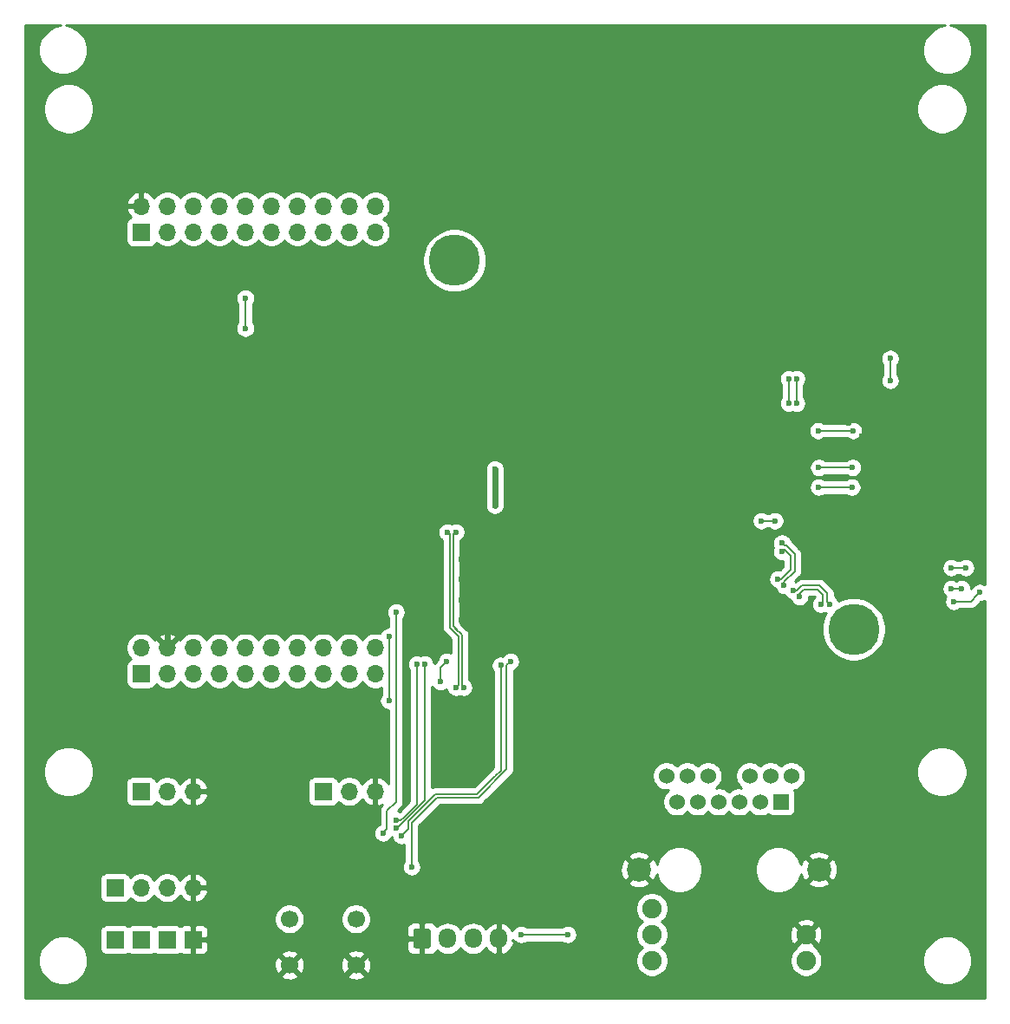
<source format=gbr>
G04 #@! TF.GenerationSoftware,KiCad,Pcbnew,(5.1.9)-1*
G04 #@! TF.CreationDate,2021-04-08T22:59:59+09:00*
G04 #@! TF.ProjectId,EA1176_TiGANBoard,45413131-3736-45f5-9469-47414e426f61,rev?*
G04 #@! TF.SameCoordinates,Original*
G04 #@! TF.FileFunction,Copper,L4,Bot*
G04 #@! TF.FilePolarity,Positive*
%FSLAX46Y46*%
G04 Gerber Fmt 4.6, Leading zero omitted, Abs format (unit mm)*
G04 Created by KiCad (PCBNEW (5.1.9)-1) date 2021-04-08 22:59:59*
%MOMM*%
%LPD*%
G01*
G04 APERTURE LIST*
G04 #@! TA.AperFunction,ComponentPad*
%ADD10C,5.000000*%
G04 #@! TD*
G04 #@! TA.AperFunction,ComponentPad*
%ADD11O,1.700000X1.700000*%
G04 #@! TD*
G04 #@! TA.AperFunction,ComponentPad*
%ADD12R,1.700000X1.700000*%
G04 #@! TD*
G04 #@! TA.AperFunction,ComponentPad*
%ADD13C,1.530000*%
G04 #@! TD*
G04 #@! TA.AperFunction,ComponentPad*
%ADD14R,1.530000X1.530000*%
G04 #@! TD*
G04 #@! TA.AperFunction,ComponentPad*
%ADD15C,1.905000*%
G04 #@! TD*
G04 #@! TA.AperFunction,ComponentPad*
%ADD16C,2.355000*%
G04 #@! TD*
G04 #@! TA.AperFunction,ComponentPad*
%ADD17O,1.700000X1.950000*%
G04 #@! TD*
G04 #@! TA.AperFunction,ComponentPad*
%ADD18C,1.700000*%
G04 #@! TD*
G04 #@! TA.AperFunction,ViaPad*
%ADD19C,0.600000*%
G04 #@! TD*
G04 #@! TA.AperFunction,Conductor*
%ADD20C,0.200000*%
G04 #@! TD*
G04 #@! TA.AperFunction,Conductor*
%ADD21C,0.600000*%
G04 #@! TD*
G04 #@! TA.AperFunction,Conductor*
%ADD22C,0.152400*%
G04 #@! TD*
G04 #@! TA.AperFunction,Conductor*
%ADD23C,0.150000*%
G04 #@! TD*
G04 #@! TA.AperFunction,Conductor*
%ADD24C,0.254000*%
G04 #@! TD*
G04 #@! TA.AperFunction,Conductor*
%ADD25C,0.100000*%
G04 #@! TD*
G04 APERTURE END LIST*
D10*
X-32905700Y86148200D03*
X6094300Y50148200D03*
D11*
X-43165000Y91470000D03*
X-40625000Y91470000D03*
X-43165000Y88930000D03*
X-40625000Y88930000D03*
X-58405000Y88930000D03*
X-45705000Y91470000D03*
X-45705000Y88930000D03*
X-48245000Y91470000D03*
X-48245000Y88930000D03*
X-50785000Y91470000D03*
X-63485000Y91470000D03*
X-50785000Y88930000D03*
X-53325000Y91470000D03*
X-60945000Y91470000D03*
X-53325000Y88930000D03*
X-55865000Y91470000D03*
X-55865000Y88930000D03*
X-58405000Y91470000D03*
X-60945000Y88930000D03*
D12*
X-63485000Y88930000D03*
D11*
X-58405000Y45790000D03*
X-45705000Y45790000D03*
X-50785000Y48330000D03*
X-43165000Y48330000D03*
X-48245000Y45790000D03*
X-40625000Y45790000D03*
X-55865000Y45790000D03*
D12*
X-63485000Y45790000D03*
D11*
X-45705000Y48330000D03*
X-60945000Y45790000D03*
X-48245000Y48330000D03*
X-43165000Y45790000D03*
X-58405000Y48330000D03*
X-55865000Y48330000D03*
X-50785000Y45790000D03*
X-40625000Y48330000D03*
X-53325000Y45790000D03*
X-60945000Y48330000D03*
X-53325000Y48330000D03*
X-63485000Y48330000D03*
D13*
X-12192000Y35814000D03*
X0Y35814000D03*
X-11176000Y33274000D03*
D14*
X-1016000Y33274000D03*
D15*
X-13614400Y17780000D03*
D13*
X-4064000Y35814000D03*
X-2032000Y35814000D03*
X-5080000Y33274000D03*
X-3048000Y33274000D03*
D15*
X-13614400Y20320000D03*
X-13614400Y22860000D03*
X1422400Y17780000D03*
X1422400Y20320000D03*
D13*
X-7112000Y33274000D03*
X-8128000Y35814000D03*
X-9144000Y33274000D03*
X-10160000Y35814000D03*
D16*
X-14884400Y26670000D03*
X2692400Y26670000D03*
D11*
X-40640000Y34290000D03*
X-43180000Y34290000D03*
D12*
X-45720000Y34290000D03*
D17*
X-28568000Y19939000D03*
X-31068000Y19939000D03*
X-33568000Y19939000D03*
G04 #@! TA.AperFunction,ComponentPad*
G36*
G01*
X-36918000Y19214000D02*
X-36918000Y20664000D01*
G75*
G02*
X-36668000Y20914000I250000J0D01*
G01*
X-35468000Y20914000D01*
G75*
G02*
X-35218000Y20664000I0J-250000D01*
G01*
X-35218000Y19214000D01*
G75*
G02*
X-35468000Y18964000I-250000J0D01*
G01*
X-36668000Y18964000D01*
G75*
G02*
X-36918000Y19214000I0J250000D01*
G01*
G37*
G04 #@! TD.AperFunction*
D11*
X-58420000Y34290000D03*
X-60960000Y34290000D03*
D12*
X-63500000Y34290000D03*
X-66040000Y19812000D03*
X-60960000Y19812000D03*
X-63500000Y19812000D03*
X-58420000Y19812000D03*
D18*
X-49022000Y21844000D03*
X-42522000Y21844000D03*
X-49022000Y17344000D03*
X-42522000Y17344000D03*
D11*
X-58420000Y24892000D03*
X-60960000Y24892000D03*
X-63500000Y24892000D03*
D12*
X-66040000Y24892000D03*
D19*
X-38608000Y51816000D03*
X-39878000Y30226000D03*
X-39304300Y49405200D03*
X-39304300Y43182200D03*
X6027199Y69527199D03*
X2608801Y69527199D03*
X-33655000Y46990000D03*
X-34290000Y45021500D03*
X5913899Y64008000D03*
X2667000Y64008000D03*
X-28384500Y46609000D03*
X-38100000Y29972000D03*
X-2921000Y60731400D03*
X-1625600Y60731400D03*
X9652000Y74422000D03*
X9652000Y76581000D03*
X-53320000Y82491840D03*
X-53320000Y79522000D03*
X508000Y74612500D03*
X508000Y72199500D03*
X-254000Y74612500D03*
X-254000Y72199500D03*
X6861799Y57527201D03*
X5588000Y57527201D03*
X5588000Y58727201D03*
X6858000Y61341000D03*
X5585800Y60327200D03*
X5588000Y62992000D03*
X6881799Y65127201D03*
X5643801Y67127199D03*
X6913801Y67127199D03*
X6858000Y68961000D03*
X6817799Y78145201D03*
X5547799Y78145201D03*
X5558201Y79345201D03*
X6828201Y79345201D03*
X6830799Y80545201D03*
X6802199Y84145199D03*
X6815199Y82945199D03*
X6815199Y81745199D03*
X5560799Y84145199D03*
X5560799Y82945199D03*
X5560799Y81745199D03*
X5560799Y80545201D03*
X-35814000Y77851000D03*
X-29732398Y77836602D03*
X-33655000Y74023200D03*
X-32258000Y74023200D03*
X-32258000Y71437500D03*
X-32258000Y66421000D03*
X-32258000Y64008000D03*
X-32258000Y62039500D03*
X-33655000Y72023199D03*
X-33655000Y70023200D03*
X-33655000Y68023199D03*
X-33655000Y66023201D03*
X-33655000Y64023200D03*
X-32258000Y51005199D03*
X-32258000Y53005200D03*
X-32258000Y55005199D03*
X-32258000Y57005200D03*
X-25400000Y19304000D03*
X-40640000Y36830000D03*
X-58420000Y36830000D03*
X-55880000Y19812000D03*
X-32263010Y18536990D03*
X-32385000Y22860000D03*
X-33528000Y62230000D03*
X-35842000Y27206000D03*
X-46228000Y25146000D03*
X-45775000Y17344000D03*
X5588000Y70289298D03*
X18669000Y14351000D03*
X18669000Y16891000D03*
X18669000Y19431000D03*
X18669000Y21971000D03*
X18669000Y24511000D03*
X18669000Y27051000D03*
X18669000Y29591000D03*
X18669000Y32131000D03*
X18669000Y34671000D03*
X18669000Y37211000D03*
X18669000Y39751000D03*
X18669000Y42291000D03*
X18669000Y44831000D03*
X18669000Y47371000D03*
X18669000Y49911000D03*
X18669000Y52451000D03*
X18669000Y54991000D03*
X18669000Y57531000D03*
X18669000Y60071000D03*
X18669000Y62611000D03*
X18669000Y65151000D03*
X18669000Y67691000D03*
X18669000Y70231000D03*
X18669000Y72771000D03*
X18669000Y75311000D03*
X18669000Y77851000D03*
X18669000Y80391000D03*
X18669000Y82931000D03*
X18669000Y85471000D03*
X18669000Y88011000D03*
X18669000Y90551000D03*
X18669000Y93091000D03*
X18669000Y95631000D03*
X18669000Y98171000D03*
X18669000Y100711000D03*
X18669000Y103251000D03*
X18669000Y105791000D03*
X18669000Y108331000D03*
X-74549000Y14351000D03*
X-74549000Y16891000D03*
X-74549000Y19431000D03*
X-74549000Y21971000D03*
X-74549000Y24511000D03*
X-74549000Y27051000D03*
X-74549000Y29591000D03*
X-74549000Y32131000D03*
X-74549000Y34671000D03*
X-74549000Y37211000D03*
X-74549000Y39751000D03*
X-74549000Y42291000D03*
X-74549000Y44831000D03*
X-74549000Y47371000D03*
X-74549000Y49911000D03*
X-74549000Y52451000D03*
X-74549000Y54991000D03*
X-74549000Y57531000D03*
X-74549000Y60071000D03*
X-74549000Y62611000D03*
X-74549000Y65151000D03*
X-74549000Y67691000D03*
X-74549000Y70231000D03*
X-74549000Y72771000D03*
X-74549000Y75311000D03*
X-74549000Y77851000D03*
X-74549000Y80391000D03*
X-74549000Y82931000D03*
X-74549000Y85471000D03*
X-74549000Y88011000D03*
X-74549000Y90551000D03*
X-74549000Y93091000D03*
X-74549000Y95631000D03*
X-74549000Y98171000D03*
X-74549000Y100711000D03*
X-74549000Y103251000D03*
X-74549000Y105791000D03*
X-74549000Y108331000D03*
X16129000Y14351000D03*
X13589000Y14351000D03*
X11049000Y14351000D03*
X8509000Y14351000D03*
X5969000Y14351000D03*
X3429000Y14351000D03*
X889000Y14351000D03*
X-1651000Y14351000D03*
X-4191000Y14351000D03*
X-6731000Y14351000D03*
X-9271000Y14351000D03*
X-11811000Y14351000D03*
X-14351000Y14351000D03*
X-16891000Y14351000D03*
X-19431000Y14351000D03*
X-21971000Y14351000D03*
X-24511000Y14351000D03*
X-27051000Y14351000D03*
X-29591000Y14351000D03*
X-32131000Y14351000D03*
X-34671000Y14351000D03*
X-37211000Y14351000D03*
X-39751000Y14351000D03*
X-42291000Y14351000D03*
X-44831000Y14351000D03*
X-47371000Y14351000D03*
X-49911000Y14351000D03*
X-52451000Y14351000D03*
X-54991000Y14351000D03*
X-57531000Y14351000D03*
X-60071000Y14351000D03*
X-62611000Y14351000D03*
X-65151000Y14351000D03*
X-67691000Y14351000D03*
X-70231000Y14351000D03*
X-72771000Y14351000D03*
X11049000Y108331000D03*
X8509000Y108331000D03*
X5969000Y108331000D03*
X3429000Y108331000D03*
X889000Y108331000D03*
X-1651000Y108331000D03*
X-4191000Y108331000D03*
X-6731000Y108331000D03*
X-9271000Y108331000D03*
X-11811000Y108331000D03*
X-14351000Y108331000D03*
X-16891000Y108331000D03*
X-19431000Y108331000D03*
X-21971000Y108331000D03*
X-24511000Y108331000D03*
X-27051000Y108331000D03*
X-29591000Y108331000D03*
X-32131000Y108331000D03*
X-34671000Y108331000D03*
X-37211000Y108331000D03*
X-39751000Y108331000D03*
X-42291000Y108331000D03*
X-44831000Y108331000D03*
X-47371000Y108331000D03*
X-49911000Y108331000D03*
X-52451000Y108331000D03*
X-54991000Y108331000D03*
X-57531000Y108331000D03*
X-60071000Y108331000D03*
X-62611000Y108331000D03*
X-65151000Y108331000D03*
X-67691000Y108331000D03*
X14861000Y52197000D03*
X7048500Y34417000D03*
X6350000Y38100000D03*
X9842500Y32258000D03*
X-55880000Y24892000D03*
X-44900999Y31299001D03*
X5842000Y55753000D03*
X-1317935Y55038935D03*
X-909122Y57700200D03*
X-714065Y54435065D03*
X-909122Y58554200D03*
X2875000Y52578000D03*
X809935Y53292065D03*
X3729000Y52578000D03*
X206065Y53895935D03*
X-28956000Y62230000D03*
X-28956000Y65786000D03*
X-21844000Y20320000D03*
X-26416000Y20320000D03*
X-32766000Y44450000D03*
X-33591500Y59626500D03*
X-32004000Y44450000D03*
X-32766000Y59626500D03*
X5983199Y65927199D03*
X2681199Y65927199D03*
X-37084000Y26924000D03*
X-27432000Y46990000D03*
X15875000Y52832000D03*
X18415000Y53721000D03*
X15621000Y54102000D03*
X16637000Y54102000D03*
X17018000Y56134000D03*
X15621000Y56134000D03*
X-36576000Y46736000D03*
X-38619692Y31484308D03*
X-35814000Y46736000D03*
X-38608000Y30734000D03*
D20*
X-38608000Y51816000D02*
X-38608000Y33274000D01*
X-38608000Y33274000D02*
X-39497000Y32385000D01*
X-39497000Y30607000D02*
X-40005000Y30099000D01*
X-39497000Y32385000D02*
X-39497000Y30607000D01*
X-39304300Y49405200D02*
X-39304300Y43182200D01*
X-39304300Y43182200D02*
X-39304300Y43182200D01*
X6027199Y69527199D02*
X2608801Y69527199D01*
X2608801Y69527199D02*
X2608801Y69527199D01*
X-34290000Y46355000D02*
X-33655000Y46990000D01*
X-33655000Y46990000D02*
X-33655000Y46990000D01*
X-34290000Y45021500D02*
X-34290000Y46355000D01*
X5913899Y64008000D02*
X2667000Y64008000D01*
X-34742951Y34045510D02*
X-30678950Y34045510D01*
X-28384500Y36339960D02*
X-28933230Y35791230D01*
X-28384500Y46545500D02*
X-28384500Y36339960D01*
X-30678950Y34045510D02*
X-28933230Y35791230D01*
X-37411010Y31377451D02*
X-37061231Y31727230D01*
X-37061231Y31727231D02*
X-34742951Y34045510D01*
X-37061231Y31727230D02*
X-37061231Y31727231D01*
X-38100000Y29972000D02*
X-37411010Y30660990D01*
X-37411010Y31061010D02*
X-37411010Y31377451D01*
X-37411010Y30660990D02*
X-37411010Y31061010D01*
X-2921000Y60731400D02*
X-1625600Y60731400D01*
X-1625600Y60731400D02*
X-1625600Y60731400D01*
X9652000Y74422000D02*
X9652000Y76581000D01*
X9652000Y76581000D02*
X9652000Y76581000D01*
X-53320000Y82491840D02*
X-53320000Y79522000D01*
X508000Y74612500D02*
X508000Y72199500D01*
X-254000Y74612500D02*
X-254000Y72199500D01*
D21*
X-60945000Y48330000D02*
X-60945000Y50434000D01*
X-60945000Y48330000D02*
X-59436000Y49839000D01*
X-60945000Y48330000D02*
X-62484000Y49869000D01*
D22*
X-1317935Y55038935D02*
X-1001434Y55038935D01*
X-685322Y57924000D02*
X-680370Y57924000D01*
X-909122Y57700200D02*
X-685322Y57924000D01*
X-680370Y57924000D02*
X-76200Y57319830D01*
X-76200Y55964169D02*
X-76200Y57319830D01*
X-1001434Y55038935D02*
X-76200Y55964169D01*
X-714065Y54435065D02*
X-714065Y54751566D01*
X-685322Y58330400D02*
X-512030Y58330400D01*
X-909122Y58554200D02*
X-685322Y58330400D01*
X-512030Y58330400D02*
X330200Y57488170D01*
X330200Y55795831D02*
X330200Y57488170D01*
X-714065Y54751566D02*
X330200Y55795831D01*
X2875000Y52578000D02*
X3098800Y52801800D01*
X3098800Y52801800D02*
X3098800Y53509830D01*
X3098800Y53509830D02*
X2582830Y54025800D01*
X809935Y53608566D02*
X809935Y53292065D01*
X1227169Y54025800D02*
X809935Y53608566D01*
X2582830Y54025800D02*
X1227169Y54025800D01*
X3729000Y52578000D02*
X3505200Y52801800D01*
X3505200Y52801800D02*
X3505200Y53678170D01*
X3505200Y53678170D02*
X2751170Y54432200D01*
X522566Y53895935D02*
X206065Y53895935D01*
X1058831Y54432200D02*
X522566Y53895935D01*
X2751170Y54432200D02*
X1058831Y54432200D01*
D21*
X-28956000Y62230000D02*
X-28956000Y65786000D01*
X-28956000Y65786000D02*
X-28956000Y65786000D01*
D20*
X-21844000Y20320000D02*
X-25163962Y20320000D01*
X-25163962Y20320000D02*
X-26416000Y20320000D01*
X-26416000Y20320000D02*
X-26416000Y20320000D01*
X-33219480Y50156020D02*
X-32766000Y49702540D01*
X-33528000Y59626500D02*
X-33528000Y59436000D01*
X-33347010Y59445510D02*
X-33528000Y59626500D01*
X-33347010Y50283550D02*
X-33347010Y59445510D01*
X-33219480Y50156020D02*
X-33347010Y50283550D01*
X-32521510Y44694490D02*
X-32766000Y44450000D01*
X-32521510Y49458050D02*
X-32521510Y44694490D01*
X-33219480Y50156020D02*
X-32521510Y49458050D01*
X-33020000Y50419000D02*
X-32670750Y50069750D01*
X-33020000Y59436000D02*
X-33020000Y50419000D01*
X-32829500Y59626500D02*
X-33020000Y59436000D01*
X-32194500Y44640500D02*
X-32004000Y44450000D01*
X-32194500Y49593501D02*
X-32194500Y44640500D01*
X-32829500Y50228500D02*
X-32194500Y49593501D01*
X5983199Y65927199D02*
X2681199Y65927199D01*
X2681199Y65927199D02*
X2681199Y65927199D01*
X-37084000Y26924000D02*
X-37084000Y31242000D01*
X-37084000Y31242000D02*
X-37084000Y30734000D01*
X-37084000Y31242000D02*
X-35750500Y32575500D01*
X-35750500Y32575500D02*
X-34607500Y33718500D01*
X-34607500Y33718500D02*
X-30543500Y33718500D01*
X-30543500Y33718500D02*
X-27813000Y36449000D01*
X-27813000Y46482000D02*
X-27813000Y46609000D01*
X-27813000Y36449000D02*
X-27813000Y46482000D01*
X-27813000Y46609000D02*
X-27432000Y46990000D01*
X-27432000Y46990000D02*
X-27432000Y46990000D01*
D23*
X15875000Y52832000D02*
X17526000Y52832000D01*
X17526000Y52832000D02*
X18161000Y53467000D01*
X18161000Y53467000D02*
X18415000Y53721000D01*
X18415000Y53721000D02*
X18415000Y53721000D01*
X15748000Y54102000D02*
X16637000Y54102000D01*
X15748000Y56134000D02*
X17018000Y56134000D01*
X-36576000Y46736000D02*
X-36576000Y35306000D01*
X-36576000Y35306000D02*
X-36576000Y33031317D01*
X-36576000Y33031317D02*
X-37857317Y31750000D01*
X-38123009Y31484308D02*
X-38619692Y31484308D01*
X-37857317Y31750000D02*
X-38123009Y31484308D01*
X-35814000Y46736000D02*
X-35814000Y35306000D01*
X-35814000Y35306000D02*
X-35814000Y33401567D01*
X-37401783Y31813783D02*
X-38481566Y30734000D01*
X-35814000Y33401567D02*
X-37401783Y31813783D01*
X-37401783Y31813783D02*
X-37846000Y31369567D01*
X-38481566Y30734000D02*
X-38608000Y30734000D01*
X-38608000Y30734000D02*
X-38608000Y30734000D01*
D24*
X-71825392Y109005365D02*
X-72265494Y108823069D01*
X-72661576Y108558415D01*
X-72998415Y108221576D01*
X-73263069Y107825494D01*
X-73445365Y107385392D01*
X-73538299Y106918182D01*
X-73538299Y106441818D01*
X-73445365Y105974608D01*
X-73263069Y105534506D01*
X-72998415Y105138424D01*
X-72661576Y104801585D01*
X-72265494Y104536931D01*
X-71825392Y104354635D01*
X-71358182Y104261701D01*
X-70881818Y104261701D01*
X-70414608Y104354635D01*
X-69974506Y104536931D01*
X-69578424Y104801585D01*
X-69241585Y105138424D01*
X-68976931Y105534506D01*
X-68794635Y105974608D01*
X-68701701Y106441818D01*
X-68701701Y106918182D01*
X-68794635Y107385392D01*
X-68976931Y107825494D01*
X-69241585Y108221576D01*
X-69578424Y108558415D01*
X-69974506Y108823069D01*
X-70414608Y109005365D01*
X-70855178Y109093000D01*
X14975178Y109093000D01*
X14534608Y109005365D01*
X14094506Y108823069D01*
X13698424Y108558415D01*
X13361585Y108221576D01*
X13096931Y107825494D01*
X12914635Y107385392D01*
X12821701Y106918182D01*
X12821701Y106441818D01*
X12914635Y105974608D01*
X13096931Y105534506D01*
X13361585Y105138424D01*
X13698424Y104801585D01*
X14094506Y104536931D01*
X14534608Y104354635D01*
X15001818Y104261701D01*
X15478182Y104261701D01*
X15945392Y104354635D01*
X16385494Y104536931D01*
X16781576Y104801585D01*
X17118415Y105138424D01*
X17383069Y105534506D01*
X17565365Y105974608D01*
X17658299Y106441818D01*
X17658299Y106918182D01*
X17565365Y107385392D01*
X17383069Y107825494D01*
X17118415Y108221576D01*
X16781576Y108558415D01*
X16385494Y108823069D01*
X15945392Y109005365D01*
X15504822Y109093000D01*
X18923000Y109093000D01*
X18923000Y54506080D01*
X18857889Y54549586D01*
X18687729Y54620068D01*
X18507089Y54656000D01*
X18322911Y54656000D01*
X18142271Y54620068D01*
X17972111Y54549586D01*
X17818972Y54447262D01*
X17688738Y54317028D01*
X17586414Y54163889D01*
X17572000Y54129090D01*
X17572000Y54194089D01*
X17536068Y54374729D01*
X17465586Y54544889D01*
X17363262Y54698028D01*
X17233028Y54828262D01*
X17079889Y54930586D01*
X16909729Y55001068D01*
X16729089Y55037000D01*
X16544911Y55037000D01*
X16364271Y55001068D01*
X16194111Y54930586D01*
X16129000Y54887080D01*
X16063889Y54930586D01*
X15893729Y55001068D01*
X15713089Y55037000D01*
X15528911Y55037000D01*
X15348271Y55001068D01*
X15178111Y54930586D01*
X15024972Y54828262D01*
X14894738Y54698028D01*
X14792414Y54544889D01*
X14721932Y54374729D01*
X14686000Y54194089D01*
X14686000Y54009911D01*
X14721932Y53829271D01*
X14792414Y53659111D01*
X14894738Y53505972D01*
X15024972Y53375738D01*
X15086382Y53334705D01*
X15046414Y53274889D01*
X14975932Y53104729D01*
X14940000Y52924089D01*
X14940000Y52739911D01*
X14975932Y52559271D01*
X15046414Y52389111D01*
X15148738Y52235972D01*
X15278972Y52105738D01*
X15432111Y52003414D01*
X15602271Y51932932D01*
X15782911Y51897000D01*
X15967089Y51897000D01*
X16147729Y51932932D01*
X16317889Y52003414D01*
X16471028Y52105738D01*
X16487290Y52122000D01*
X17491125Y52122000D01*
X17526000Y52118565D01*
X17560875Y52122000D01*
X17560877Y52122000D01*
X17665184Y52132273D01*
X17799020Y52172872D01*
X17922363Y52238800D01*
X18030475Y52327525D01*
X18052712Y52354621D01*
X18484091Y52786000D01*
X18507089Y52786000D01*
X18687729Y52821932D01*
X18857889Y52892414D01*
X18923000Y52935920D01*
X18923000Y14097000D01*
X-74803000Y14097000D01*
X-74803000Y18018182D01*
X-73538299Y18018182D01*
X-73538299Y17541818D01*
X-73445365Y17074608D01*
X-73263069Y16634506D01*
X-72998415Y16238424D01*
X-72661576Y15901585D01*
X-72265494Y15636931D01*
X-71825392Y15454635D01*
X-71358182Y15361701D01*
X-70881818Y15361701D01*
X-70414608Y15454635D01*
X-69974506Y15636931D01*
X-69578424Y15901585D01*
X-69241585Y16238424D01*
X-69190016Y16315603D01*
X-49870792Y16315603D01*
X-49793157Y16066528D01*
X-49529117Y15940629D01*
X-49245589Y15868661D01*
X-48953469Y15853389D01*
X-48663981Y15895401D01*
X-48388253Y15993081D01*
X-48250843Y16066528D01*
X-48173208Y16315603D01*
X-43370792Y16315603D01*
X-43293157Y16066528D01*
X-43029117Y15940629D01*
X-42745589Y15868661D01*
X-42453469Y15853389D01*
X-42163981Y15895401D01*
X-41888253Y15993081D01*
X-41750843Y16066528D01*
X-41673208Y16315603D01*
X-42522000Y17164395D01*
X-43370792Y16315603D01*
X-48173208Y16315603D01*
X-49022000Y17164395D01*
X-49870792Y16315603D01*
X-69190016Y16315603D01*
X-68976931Y16634506D01*
X-68794635Y17074608D01*
X-68754682Y17275469D01*
X-50512611Y17275469D01*
X-50470599Y16985981D01*
X-50372919Y16710253D01*
X-50299472Y16572843D01*
X-50050397Y16495208D01*
X-49201605Y17344000D01*
X-48842395Y17344000D01*
X-47993603Y16495208D01*
X-47744528Y16572843D01*
X-47618629Y16836883D01*
X-47546661Y17120411D01*
X-47538555Y17275469D01*
X-44012611Y17275469D01*
X-43970599Y16985981D01*
X-43872919Y16710253D01*
X-43799472Y16572843D01*
X-43550397Y16495208D01*
X-42701605Y17344000D01*
X-42342395Y17344000D01*
X-41493603Y16495208D01*
X-41244528Y16572843D01*
X-41118629Y16836883D01*
X-41046661Y17120411D01*
X-41031389Y17412531D01*
X-41073401Y17702019D01*
X-41171081Y17977747D01*
X-41244528Y18115157D01*
X-41493603Y18192792D01*
X-42342395Y17344000D01*
X-42701605Y17344000D01*
X-43550397Y18192792D01*
X-43799472Y18115157D01*
X-43925371Y17851117D01*
X-43997339Y17567589D01*
X-44012611Y17275469D01*
X-47538555Y17275469D01*
X-47531389Y17412531D01*
X-47573401Y17702019D01*
X-47671081Y17977747D01*
X-47744528Y18115157D01*
X-47993603Y18192792D01*
X-48842395Y17344000D01*
X-49201605Y17344000D01*
X-50050397Y18192792D01*
X-50299472Y18115157D01*
X-50425371Y17851117D01*
X-50497339Y17567589D01*
X-50512611Y17275469D01*
X-68754682Y17275469D01*
X-68701701Y17541818D01*
X-68701701Y18018182D01*
X-68794635Y18485392D01*
X-68976931Y18925494D01*
X-69241585Y19321576D01*
X-69578424Y19658415D01*
X-69974506Y19923069D01*
X-70414608Y20105365D01*
X-70881818Y20198299D01*
X-71358182Y20198299D01*
X-71825392Y20105365D01*
X-72265494Y19923069D01*
X-72661576Y19658415D01*
X-72998415Y19321576D01*
X-73263069Y18925494D01*
X-73445365Y18485392D01*
X-73538299Y18018182D01*
X-74803000Y18018182D01*
X-74803000Y20662000D01*
X-67528072Y20662000D01*
X-67528072Y18962000D01*
X-67515812Y18837518D01*
X-67479502Y18717820D01*
X-67420537Y18607506D01*
X-67341185Y18510815D01*
X-67244494Y18431463D01*
X-67134180Y18372498D01*
X-67014482Y18336188D01*
X-66890000Y18323928D01*
X-65190000Y18323928D01*
X-65065518Y18336188D01*
X-64945820Y18372498D01*
X-64835506Y18431463D01*
X-64770000Y18485222D01*
X-64704494Y18431463D01*
X-64594180Y18372498D01*
X-64474482Y18336188D01*
X-64350000Y18323928D01*
X-62650000Y18323928D01*
X-62525518Y18336188D01*
X-62405820Y18372498D01*
X-62295506Y18431463D01*
X-62230000Y18485222D01*
X-62164494Y18431463D01*
X-62054180Y18372498D01*
X-61934482Y18336188D01*
X-61810000Y18323928D01*
X-60110000Y18323928D01*
X-59985518Y18336188D01*
X-59865820Y18372498D01*
X-59755506Y18431463D01*
X-59690000Y18485222D01*
X-59624494Y18431463D01*
X-59514180Y18372498D01*
X-59394482Y18336188D01*
X-59270000Y18323928D01*
X-58705750Y18327000D01*
X-58547000Y18485750D01*
X-58547000Y19685000D01*
X-58293000Y19685000D01*
X-58293000Y18485750D01*
X-58134250Y18327000D01*
X-57570000Y18323928D01*
X-57445518Y18336188D01*
X-57326153Y18372397D01*
X-49870792Y18372397D01*
X-49022000Y17523605D01*
X-48173208Y18372397D01*
X-43370792Y18372397D01*
X-42522000Y17523605D01*
X-41673208Y18372397D01*
X-41750843Y18621472D01*
X-42014883Y18747371D01*
X-42298411Y18819339D01*
X-42590531Y18834611D01*
X-42880019Y18792599D01*
X-43155747Y18694919D01*
X-43293157Y18621472D01*
X-43370792Y18372397D01*
X-48173208Y18372397D01*
X-48250843Y18621472D01*
X-48514883Y18747371D01*
X-48798411Y18819339D01*
X-49090531Y18834611D01*
X-49380019Y18792599D01*
X-49655747Y18694919D01*
X-49793157Y18621472D01*
X-49870792Y18372397D01*
X-57326153Y18372397D01*
X-57325820Y18372498D01*
X-57215506Y18431463D01*
X-57118815Y18510815D01*
X-57039463Y18607506D01*
X-56980498Y18717820D01*
X-56944188Y18837518D01*
X-56931928Y18962000D01*
X-56931938Y18964000D01*
X-37556072Y18964000D01*
X-37543812Y18839518D01*
X-37507502Y18719820D01*
X-37448537Y18609506D01*
X-37369185Y18512815D01*
X-37272494Y18433463D01*
X-37162180Y18374498D01*
X-37042482Y18338188D01*
X-36918000Y18325928D01*
X-36353750Y18329000D01*
X-36195000Y18487750D01*
X-36195000Y19812000D01*
X-37394250Y19812000D01*
X-37553000Y19653250D01*
X-37556072Y18964000D01*
X-56931938Y18964000D01*
X-56935000Y19526250D01*
X-57093750Y19685000D01*
X-58293000Y19685000D01*
X-58547000Y19685000D01*
X-58567000Y19685000D01*
X-58567000Y19939000D01*
X-58547000Y19939000D01*
X-58547000Y21138250D01*
X-58293000Y21138250D01*
X-58293000Y19939000D01*
X-57093750Y19939000D01*
X-56935000Y20097750D01*
X-56931928Y20662000D01*
X-56944188Y20786482D01*
X-56980498Y20906180D01*
X-57039463Y21016494D01*
X-57118815Y21113185D01*
X-57215506Y21192537D01*
X-57325820Y21251502D01*
X-57445518Y21287812D01*
X-57570000Y21300072D01*
X-58134250Y21297000D01*
X-58293000Y21138250D01*
X-58547000Y21138250D01*
X-58705750Y21297000D01*
X-59270000Y21300072D01*
X-59394482Y21287812D01*
X-59514180Y21251502D01*
X-59624494Y21192537D01*
X-59690000Y21138778D01*
X-59755506Y21192537D01*
X-59865820Y21251502D01*
X-59985518Y21287812D01*
X-60110000Y21300072D01*
X-61810000Y21300072D01*
X-61934482Y21287812D01*
X-62054180Y21251502D01*
X-62164494Y21192537D01*
X-62230000Y21138778D01*
X-62295506Y21192537D01*
X-62405820Y21251502D01*
X-62525518Y21287812D01*
X-62650000Y21300072D01*
X-64350000Y21300072D01*
X-64474482Y21287812D01*
X-64594180Y21251502D01*
X-64704494Y21192537D01*
X-64770000Y21138778D01*
X-64835506Y21192537D01*
X-64945820Y21251502D01*
X-65065518Y21287812D01*
X-65190000Y21300072D01*
X-66890000Y21300072D01*
X-67014482Y21287812D01*
X-67134180Y21251502D01*
X-67244494Y21192537D01*
X-67341185Y21113185D01*
X-67420537Y21016494D01*
X-67479502Y20906180D01*
X-67515812Y20786482D01*
X-67528072Y20662000D01*
X-74803000Y20662000D01*
X-74803000Y21990260D01*
X-50507000Y21990260D01*
X-50507000Y21697740D01*
X-50449932Y21410842D01*
X-50337990Y21140589D01*
X-50175475Y20897368D01*
X-49968632Y20690525D01*
X-49725411Y20528010D01*
X-49455158Y20416068D01*
X-49168260Y20359000D01*
X-48875740Y20359000D01*
X-48588842Y20416068D01*
X-48318589Y20528010D01*
X-48075368Y20690525D01*
X-47868525Y20897368D01*
X-47706010Y21140589D01*
X-47594068Y21410842D01*
X-47537000Y21697740D01*
X-47537000Y21990260D01*
X-44007000Y21990260D01*
X-44007000Y21697740D01*
X-43949932Y21410842D01*
X-43837990Y21140589D01*
X-43675475Y20897368D01*
X-43468632Y20690525D01*
X-43225411Y20528010D01*
X-42955158Y20416068D01*
X-42668260Y20359000D01*
X-42375740Y20359000D01*
X-42088842Y20416068D01*
X-41818589Y20528010D01*
X-41575368Y20690525D01*
X-41368525Y20897368D01*
X-41357412Y20914000D01*
X-37556072Y20914000D01*
X-37553000Y20224750D01*
X-37394250Y20066000D01*
X-36195000Y20066000D01*
X-36195000Y21390250D01*
X-35941000Y21390250D01*
X-35941000Y20066000D01*
X-35921000Y20066000D01*
X-35921000Y19812000D01*
X-35941000Y19812000D01*
X-35941000Y18487750D01*
X-35782250Y18329000D01*
X-35218000Y18325928D01*
X-35093518Y18338188D01*
X-34973820Y18374498D01*
X-34863506Y18433463D01*
X-34766815Y18512815D01*
X-34687463Y18609506D01*
X-34628498Y18719820D01*
X-34617945Y18754608D01*
X-34397013Y18573294D01*
X-34139033Y18435401D01*
X-33859110Y18350487D01*
X-33568000Y18321815D01*
X-33276889Y18350487D01*
X-32996966Y18435401D01*
X-32738986Y18573294D01*
X-32512866Y18758866D01*
X-32327294Y18984986D01*
X-32318000Y19002374D01*
X-32308706Y18984986D01*
X-32123134Y18758866D01*
X-31897013Y18573294D01*
X-31639033Y18435401D01*
X-31359110Y18350487D01*
X-31068000Y18321815D01*
X-30776889Y18350487D01*
X-30496966Y18435401D01*
X-30238986Y18573294D01*
X-30012866Y18758866D01*
X-29827294Y18984986D01*
X-29813538Y19010722D01*
X-29657049Y18804571D01*
X-29439193Y18611504D01*
X-29187858Y18464648D01*
X-28924890Y18372524D01*
X-28695000Y18493845D01*
X-28695000Y19812000D01*
X-28715000Y19812000D01*
X-28715000Y20066000D01*
X-28695000Y20066000D01*
X-28695000Y21384155D01*
X-28441000Y21384155D01*
X-28441000Y20066000D01*
X-28421000Y20066000D01*
X-28421000Y19812000D01*
X-28441000Y19812000D01*
X-28441000Y18493845D01*
X-28211110Y18372524D01*
X-27948142Y18464648D01*
X-27696807Y18611504D01*
X-27478951Y18804571D01*
X-27302947Y19036430D01*
X-27175558Y19298170D01*
X-27101680Y19579733D01*
X-27241834Y19811998D01*
X-27201079Y19811998D01*
X-27142262Y19723972D01*
X-27012028Y19593738D01*
X-26858889Y19491414D01*
X-26688729Y19420932D01*
X-26508089Y19385000D01*
X-26323911Y19385000D01*
X-26143271Y19420932D01*
X-25973111Y19491414D01*
X-25833049Y19585000D01*
X-22426951Y19585000D01*
X-22286889Y19491414D01*
X-22116729Y19420932D01*
X-21936089Y19385000D01*
X-21751911Y19385000D01*
X-21571271Y19420932D01*
X-21401111Y19491414D01*
X-21247972Y19593738D01*
X-21117738Y19723972D01*
X-21015414Y19877111D01*
X-20944932Y20047271D01*
X-20909000Y20227911D01*
X-20909000Y20412089D01*
X-20944932Y20592729D01*
X-21015414Y20762889D01*
X-21117738Y20916028D01*
X-21247972Y21046262D01*
X-21401111Y21148586D01*
X-21571271Y21219068D01*
X-21751911Y21255000D01*
X-21936089Y21255000D01*
X-22116729Y21219068D01*
X-22286889Y21148586D01*
X-22426951Y21055000D01*
X-25833049Y21055000D01*
X-25973111Y21148586D01*
X-26143271Y21219068D01*
X-26323911Y21255000D01*
X-26508089Y21255000D01*
X-26688729Y21219068D01*
X-26858889Y21148586D01*
X-27012028Y21046262D01*
X-27142262Y20916028D01*
X-27244586Y20762889D01*
X-27253812Y20740615D01*
X-27302947Y20841570D01*
X-27478951Y21073429D01*
X-27696807Y21266496D01*
X-27948142Y21413352D01*
X-28211110Y21505476D01*
X-28441000Y21384155D01*
X-28695000Y21384155D01*
X-28924890Y21505476D01*
X-29187858Y21413352D01*
X-29439193Y21266496D01*
X-29657049Y21073429D01*
X-29813538Y20867278D01*
X-29827294Y20893014D01*
X-30012866Y21119134D01*
X-30238987Y21304706D01*
X-30496967Y21442599D01*
X-30776890Y21527513D01*
X-31068000Y21556185D01*
X-31359111Y21527513D01*
X-31639034Y21442599D01*
X-31897014Y21304706D01*
X-32123134Y21119134D01*
X-32308706Y20893013D01*
X-32318000Y20875626D01*
X-32327294Y20893014D01*
X-32512866Y21119134D01*
X-32738987Y21304706D01*
X-32996967Y21442599D01*
X-33276890Y21527513D01*
X-33568000Y21556185D01*
X-33859111Y21527513D01*
X-34139034Y21442599D01*
X-34397014Y21304706D01*
X-34617945Y21123392D01*
X-34628498Y21158180D01*
X-34687463Y21268494D01*
X-34766815Y21365185D01*
X-34863506Y21444537D01*
X-34973820Y21503502D01*
X-35093518Y21539812D01*
X-35218000Y21552072D01*
X-35782250Y21549000D01*
X-35941000Y21390250D01*
X-36195000Y21390250D01*
X-36353750Y21549000D01*
X-36918000Y21552072D01*
X-37042482Y21539812D01*
X-37162180Y21503502D01*
X-37272494Y21444537D01*
X-37369185Y21365185D01*
X-37448537Y21268494D01*
X-37507502Y21158180D01*
X-37543812Y21038482D01*
X-37556072Y20914000D01*
X-41357412Y20914000D01*
X-41206010Y21140589D01*
X-41094068Y21410842D01*
X-41037000Y21697740D01*
X-41037000Y21990260D01*
X-41094068Y22277158D01*
X-41206010Y22547411D01*
X-41368525Y22790632D01*
X-41575368Y22997475D01*
X-41603623Y23016355D01*
X-15201900Y23016355D01*
X-15201900Y22703645D01*
X-15140893Y22396943D01*
X-15021224Y22108037D01*
X-14847492Y21848028D01*
X-14626372Y21626908D01*
X-14571135Y21590000D01*
X-14626372Y21553092D01*
X-14847492Y21331972D01*
X-15021224Y21071963D01*
X-15140893Y20783057D01*
X-15201900Y20476355D01*
X-15201900Y20163645D01*
X-15140893Y19856943D01*
X-15021224Y19568037D01*
X-14847492Y19308028D01*
X-14626372Y19086908D01*
X-14571135Y19050000D01*
X-14626372Y19013092D01*
X-14847492Y18791972D01*
X-15021224Y18531963D01*
X-15140893Y18243057D01*
X-15201900Y17936355D01*
X-15201900Y17623645D01*
X-15140893Y17316943D01*
X-15021224Y17028037D01*
X-14847492Y16768028D01*
X-14626372Y16546908D01*
X-14366363Y16373176D01*
X-14077457Y16253507D01*
X-13770755Y16192500D01*
X-13458045Y16192500D01*
X-13151343Y16253507D01*
X-12862437Y16373176D01*
X-12602428Y16546908D01*
X-12381308Y16768028D01*
X-12207576Y17028037D01*
X-12087907Y17316943D01*
X-12026900Y17623645D01*
X-12026900Y17936355D01*
X-165100Y17936355D01*
X-165100Y17623645D01*
X-104093Y17316943D01*
X15576Y17028037D01*
X189308Y16768028D01*
X410428Y16546908D01*
X670437Y16373176D01*
X959343Y16253507D01*
X1266045Y16192500D01*
X1578755Y16192500D01*
X1885457Y16253507D01*
X2174363Y16373176D01*
X2434372Y16546908D01*
X2655492Y16768028D01*
X2829224Y17028037D01*
X2948893Y17316943D01*
X3009900Y17623645D01*
X3009900Y17936355D01*
X2993624Y18018182D01*
X12821701Y18018182D01*
X12821701Y17541818D01*
X12914635Y17074608D01*
X13096931Y16634506D01*
X13361585Y16238424D01*
X13698424Y15901585D01*
X14094506Y15636931D01*
X14534608Y15454635D01*
X15001818Y15361701D01*
X15478182Y15361701D01*
X15945392Y15454635D01*
X16385494Y15636931D01*
X16781576Y15901585D01*
X17118415Y16238424D01*
X17383069Y16634506D01*
X17565365Y17074608D01*
X17658299Y17541818D01*
X17658299Y18018182D01*
X17565365Y18485392D01*
X17383069Y18925494D01*
X17118415Y19321576D01*
X16781576Y19658415D01*
X16385494Y19923069D01*
X15945392Y20105365D01*
X15478182Y20198299D01*
X15001818Y20198299D01*
X14534608Y20105365D01*
X14094506Y19923069D01*
X13698424Y19658415D01*
X13361585Y19321576D01*
X13096931Y18925494D01*
X12914635Y18485392D01*
X12821701Y18018182D01*
X2993624Y18018182D01*
X2948893Y18243057D01*
X2829224Y18531963D01*
X2655492Y18791972D01*
X2434372Y19013092D01*
X2303439Y19100578D01*
X2344330Y19218465D01*
X1422400Y20140395D01*
X500470Y19218465D01*
X541361Y19100578D01*
X410428Y19013092D01*
X189308Y18791972D01*
X15576Y18531963D01*
X-104093Y18243057D01*
X-165100Y17936355D01*
X-12026900Y17936355D01*
X-12087907Y18243057D01*
X-12207576Y18531963D01*
X-12381308Y18791972D01*
X-12602428Y19013092D01*
X-12657665Y19050000D01*
X-12602428Y19086908D01*
X-12381308Y19308028D01*
X-12207576Y19568037D01*
X-12087907Y19856943D01*
X-12026900Y20163645D01*
X-12026900Y20255526D01*
X-171477Y20255526D01*
X-128272Y19945815D01*
X-25477Y19650484D01*
X61319Y19488098D01*
X320865Y19398070D01*
X1242795Y20320000D01*
X1602005Y20320000D01*
X2523935Y19398070D01*
X2783481Y19488098D01*
X2919624Y19769616D01*
X2998229Y20072286D01*
X3016277Y20384474D01*
X2973072Y20694185D01*
X2870277Y20989516D01*
X2783481Y21151902D01*
X2523935Y21241930D01*
X1602005Y20320000D01*
X1242795Y20320000D01*
X320865Y21241930D01*
X61319Y21151902D01*
X-74824Y20870384D01*
X-153429Y20567714D01*
X-171477Y20255526D01*
X-12026900Y20255526D01*
X-12026900Y20476355D01*
X-12087907Y20783057D01*
X-12207576Y21071963D01*
X-12381308Y21331972D01*
X-12470871Y21421535D01*
X500470Y21421535D01*
X1422400Y20499605D01*
X2344330Y21421535D01*
X2254302Y21681081D01*
X1972784Y21817224D01*
X1670114Y21895829D01*
X1357926Y21913877D01*
X1048215Y21870672D01*
X752884Y21767877D01*
X590498Y21681081D01*
X500470Y21421535D01*
X-12470871Y21421535D01*
X-12602428Y21553092D01*
X-12657665Y21590000D01*
X-12602428Y21626908D01*
X-12381308Y21848028D01*
X-12207576Y22108037D01*
X-12087907Y22396943D01*
X-12026900Y22703645D01*
X-12026900Y23016355D01*
X-12087907Y23323057D01*
X-12207576Y23611963D01*
X-12381308Y23871972D01*
X-12602428Y24093092D01*
X-12862437Y24266824D01*
X-13151343Y24386493D01*
X-13458045Y24447500D01*
X-13770755Y24447500D01*
X-14077457Y24386493D01*
X-14366363Y24266824D01*
X-14626372Y24093092D01*
X-14847492Y23871972D01*
X-15021224Y23611963D01*
X-15140893Y23323057D01*
X-15201900Y23016355D01*
X-41603623Y23016355D01*
X-41818589Y23159990D01*
X-42088842Y23271932D01*
X-42375740Y23329000D01*
X-42668260Y23329000D01*
X-42955158Y23271932D01*
X-43225411Y23159990D01*
X-43468632Y22997475D01*
X-43675475Y22790632D01*
X-43837990Y22547411D01*
X-43949932Y22277158D01*
X-44007000Y21990260D01*
X-47537000Y21990260D01*
X-47594068Y22277158D01*
X-47706010Y22547411D01*
X-47868525Y22790632D01*
X-48075368Y22997475D01*
X-48318589Y23159990D01*
X-48588842Y23271932D01*
X-48875740Y23329000D01*
X-49168260Y23329000D01*
X-49455158Y23271932D01*
X-49725411Y23159990D01*
X-49968632Y22997475D01*
X-50175475Y22790632D01*
X-50337990Y22547411D01*
X-50449932Y22277158D01*
X-50507000Y21990260D01*
X-74803000Y21990260D01*
X-74803000Y25742000D01*
X-67528072Y25742000D01*
X-67528072Y24042000D01*
X-67515812Y23917518D01*
X-67479502Y23797820D01*
X-67420537Y23687506D01*
X-67341185Y23590815D01*
X-67244494Y23511463D01*
X-67134180Y23452498D01*
X-67014482Y23416188D01*
X-66890000Y23403928D01*
X-65190000Y23403928D01*
X-65065518Y23416188D01*
X-64945820Y23452498D01*
X-64835506Y23511463D01*
X-64738815Y23590815D01*
X-64659463Y23687506D01*
X-64600498Y23797820D01*
X-64578487Y23870380D01*
X-64446632Y23738525D01*
X-64203411Y23576010D01*
X-63933158Y23464068D01*
X-63646260Y23407000D01*
X-63353740Y23407000D01*
X-63066842Y23464068D01*
X-62796589Y23576010D01*
X-62553368Y23738525D01*
X-62346525Y23945368D01*
X-62230000Y24119760D01*
X-62113475Y23945368D01*
X-61906632Y23738525D01*
X-61663411Y23576010D01*
X-61393158Y23464068D01*
X-61106260Y23407000D01*
X-60813740Y23407000D01*
X-60526842Y23464068D01*
X-60256589Y23576010D01*
X-60013368Y23738525D01*
X-59806525Y23945368D01*
X-59684805Y24127534D01*
X-59615178Y24010645D01*
X-59420269Y23794412D01*
X-59186920Y23620359D01*
X-58924099Y23495175D01*
X-58776890Y23450524D01*
X-58547000Y23571845D01*
X-58547000Y24765000D01*
X-58293000Y24765000D01*
X-58293000Y23571845D01*
X-58063110Y23450524D01*
X-57915901Y23495175D01*
X-57653080Y23620359D01*
X-57419731Y23794412D01*
X-57224822Y24010645D01*
X-57075843Y24260748D01*
X-56978519Y24535109D01*
X-57099186Y24765000D01*
X-58293000Y24765000D01*
X-58547000Y24765000D01*
X-58567000Y24765000D01*
X-58567000Y25019000D01*
X-58547000Y25019000D01*
X-58547000Y26212155D01*
X-58293000Y26212155D01*
X-58293000Y25019000D01*
X-57099186Y25019000D01*
X-56978519Y25248891D01*
X-57034978Y25408053D01*
X-15966741Y25408053D01*
X-15849565Y25125499D01*
X-15529703Y24966882D01*
X-15185042Y24873715D01*
X-14828828Y24849578D01*
X-14474748Y24895399D01*
X-14136413Y25009416D01*
X-13919235Y25125499D01*
X-13802059Y25408053D01*
X-14884400Y26490395D01*
X-15966741Y25408053D01*
X-57034978Y25408053D01*
X-57075843Y25523252D01*
X-57224822Y25773355D01*
X-57419731Y25989588D01*
X-57653080Y26163641D01*
X-57915901Y26288825D01*
X-58063110Y26333476D01*
X-58293000Y26212155D01*
X-58547000Y26212155D01*
X-58776890Y26333476D01*
X-58924099Y26288825D01*
X-59186920Y26163641D01*
X-59420269Y25989588D01*
X-59615178Y25773355D01*
X-59684805Y25656466D01*
X-59806525Y25838632D01*
X-60013368Y26045475D01*
X-60256589Y26207990D01*
X-60526842Y26319932D01*
X-60813740Y26377000D01*
X-61106260Y26377000D01*
X-61393158Y26319932D01*
X-61663411Y26207990D01*
X-61906632Y26045475D01*
X-62113475Y25838632D01*
X-62230000Y25664240D01*
X-62346525Y25838632D01*
X-62553368Y26045475D01*
X-62796589Y26207990D01*
X-63066842Y26319932D01*
X-63353740Y26377000D01*
X-63646260Y26377000D01*
X-63933158Y26319932D01*
X-64203411Y26207990D01*
X-64446632Y26045475D01*
X-64578487Y25913620D01*
X-64600498Y25986180D01*
X-64659463Y26096494D01*
X-64738815Y26193185D01*
X-64835506Y26272537D01*
X-64945820Y26331502D01*
X-65065518Y26367812D01*
X-65190000Y26380072D01*
X-66890000Y26380072D01*
X-67014482Y26367812D01*
X-67134180Y26331502D01*
X-67244494Y26272537D01*
X-67341185Y26193185D01*
X-67420537Y26096494D01*
X-67479502Y25986180D01*
X-67515812Y25866482D01*
X-67528072Y25742000D01*
X-74803000Y25742000D01*
X-74803000Y36443200D01*
X-73054252Y36443200D01*
X-73054252Y35956800D01*
X-72959360Y35479746D01*
X-72773223Y35030370D01*
X-72502994Y34625943D01*
X-72159057Y34282006D01*
X-71754630Y34011777D01*
X-71305254Y33825640D01*
X-70828200Y33730748D01*
X-70341800Y33730748D01*
X-69864746Y33825640D01*
X-69415370Y34011777D01*
X-69010943Y34282006D01*
X-68667006Y34625943D01*
X-68396777Y35030370D01*
X-68351367Y35140000D01*
X-64988072Y35140000D01*
X-64988072Y33440000D01*
X-64975812Y33315518D01*
X-64939502Y33195820D01*
X-64880537Y33085506D01*
X-64801185Y32988815D01*
X-64704494Y32909463D01*
X-64594180Y32850498D01*
X-64474482Y32814188D01*
X-64350000Y32801928D01*
X-62650000Y32801928D01*
X-62525518Y32814188D01*
X-62405820Y32850498D01*
X-62295506Y32909463D01*
X-62198815Y32988815D01*
X-62119463Y33085506D01*
X-62060498Y33195820D01*
X-62038487Y33268380D01*
X-61906632Y33136525D01*
X-61663411Y32974010D01*
X-61393158Y32862068D01*
X-61106260Y32805000D01*
X-60813740Y32805000D01*
X-60526842Y32862068D01*
X-60256589Y32974010D01*
X-60013368Y33136525D01*
X-59806525Y33343368D01*
X-59684805Y33525534D01*
X-59615178Y33408645D01*
X-59420269Y33192412D01*
X-59186920Y33018359D01*
X-58924099Y32893175D01*
X-58776890Y32848524D01*
X-58547000Y32969845D01*
X-58547000Y34163000D01*
X-58293000Y34163000D01*
X-58293000Y32969845D01*
X-58063110Y32848524D01*
X-57915901Y32893175D01*
X-57653080Y33018359D01*
X-57419731Y33192412D01*
X-57224822Y33408645D01*
X-57075843Y33658748D01*
X-56978519Y33933109D01*
X-57099186Y34163000D01*
X-58293000Y34163000D01*
X-58547000Y34163000D01*
X-58567000Y34163000D01*
X-58567000Y34417000D01*
X-58547000Y34417000D01*
X-58547000Y35610155D01*
X-58293000Y35610155D01*
X-58293000Y34417000D01*
X-57099186Y34417000D01*
X-56978519Y34646891D01*
X-57075843Y34921252D01*
X-57206144Y35140000D01*
X-47208072Y35140000D01*
X-47208072Y33440000D01*
X-47195812Y33315518D01*
X-47159502Y33195820D01*
X-47100537Y33085506D01*
X-47021185Y32988815D01*
X-46924494Y32909463D01*
X-46814180Y32850498D01*
X-46694482Y32814188D01*
X-46570000Y32801928D01*
X-44870000Y32801928D01*
X-44745518Y32814188D01*
X-44625820Y32850498D01*
X-44515506Y32909463D01*
X-44418815Y32988815D01*
X-44339463Y33085506D01*
X-44280498Y33195820D01*
X-44258487Y33268380D01*
X-44126632Y33136525D01*
X-43883411Y32974010D01*
X-43613158Y32862068D01*
X-43326260Y32805000D01*
X-43033740Y32805000D01*
X-42746842Y32862068D01*
X-42476589Y32974010D01*
X-42233368Y33136525D01*
X-42026525Y33343368D01*
X-41904805Y33525534D01*
X-41835178Y33408645D01*
X-41640269Y33192412D01*
X-41406920Y33018359D01*
X-41144099Y32893175D01*
X-40996890Y32848524D01*
X-40767000Y32969845D01*
X-40767000Y34163000D01*
X-40787000Y34163000D01*
X-40787000Y34417000D01*
X-40767000Y34417000D01*
X-40767000Y35610155D01*
X-40996890Y35731476D01*
X-41144099Y35686825D01*
X-41406920Y35561641D01*
X-41640269Y35387588D01*
X-41835178Y35171355D01*
X-41904805Y35054466D01*
X-42026525Y35236632D01*
X-42233368Y35443475D01*
X-42476589Y35605990D01*
X-42746842Y35717932D01*
X-43033740Y35775000D01*
X-43326260Y35775000D01*
X-43613158Y35717932D01*
X-43883411Y35605990D01*
X-44126632Y35443475D01*
X-44258487Y35311620D01*
X-44280498Y35384180D01*
X-44339463Y35494494D01*
X-44418815Y35591185D01*
X-44515506Y35670537D01*
X-44625820Y35729502D01*
X-44745518Y35765812D01*
X-44870000Y35778072D01*
X-46570000Y35778072D01*
X-46694482Y35765812D01*
X-46814180Y35729502D01*
X-46924494Y35670537D01*
X-47021185Y35591185D01*
X-47100537Y35494494D01*
X-47159502Y35384180D01*
X-47195812Y35264482D01*
X-47208072Y35140000D01*
X-57206144Y35140000D01*
X-57224822Y35171355D01*
X-57419731Y35387588D01*
X-57653080Y35561641D01*
X-57915901Y35686825D01*
X-58063110Y35731476D01*
X-58293000Y35610155D01*
X-58547000Y35610155D01*
X-58776890Y35731476D01*
X-58924099Y35686825D01*
X-59186920Y35561641D01*
X-59420269Y35387588D01*
X-59615178Y35171355D01*
X-59684805Y35054466D01*
X-59806525Y35236632D01*
X-60013368Y35443475D01*
X-60256589Y35605990D01*
X-60526842Y35717932D01*
X-60813740Y35775000D01*
X-61106260Y35775000D01*
X-61393158Y35717932D01*
X-61663411Y35605990D01*
X-61906632Y35443475D01*
X-62038487Y35311620D01*
X-62060498Y35384180D01*
X-62119463Y35494494D01*
X-62198815Y35591185D01*
X-62295506Y35670537D01*
X-62405820Y35729502D01*
X-62525518Y35765812D01*
X-62650000Y35778072D01*
X-64350000Y35778072D01*
X-64474482Y35765812D01*
X-64594180Y35729502D01*
X-64704494Y35670537D01*
X-64801185Y35591185D01*
X-64880537Y35494494D01*
X-64939502Y35384180D01*
X-64975812Y35264482D01*
X-64988072Y35140000D01*
X-68351367Y35140000D01*
X-68210640Y35479746D01*
X-68115748Y35956800D01*
X-68115748Y36443200D01*
X-68210640Y36920254D01*
X-68396777Y37369630D01*
X-68667006Y37774057D01*
X-69010943Y38117994D01*
X-69415370Y38388223D01*
X-69864746Y38574360D01*
X-70341800Y38669252D01*
X-70828200Y38669252D01*
X-71305254Y38574360D01*
X-71754630Y38388223D01*
X-72159057Y38117994D01*
X-72502994Y37774057D01*
X-72773223Y37369630D01*
X-72959360Y36920254D01*
X-73054252Y36443200D01*
X-74803000Y36443200D01*
X-74803000Y46640000D01*
X-64973072Y46640000D01*
X-64973072Y44940000D01*
X-64960812Y44815518D01*
X-64924502Y44695820D01*
X-64865537Y44585506D01*
X-64786185Y44488815D01*
X-64689494Y44409463D01*
X-64579180Y44350498D01*
X-64459482Y44314188D01*
X-64335000Y44301928D01*
X-62635000Y44301928D01*
X-62510518Y44314188D01*
X-62390820Y44350498D01*
X-62280506Y44409463D01*
X-62183815Y44488815D01*
X-62104463Y44585506D01*
X-62045498Y44695820D01*
X-62023487Y44768380D01*
X-61891632Y44636525D01*
X-61648411Y44474010D01*
X-61378158Y44362068D01*
X-61091260Y44305000D01*
X-60798740Y44305000D01*
X-60511842Y44362068D01*
X-60241589Y44474010D01*
X-59998368Y44636525D01*
X-59791525Y44843368D01*
X-59675000Y45017760D01*
X-59558475Y44843368D01*
X-59351632Y44636525D01*
X-59108411Y44474010D01*
X-58838158Y44362068D01*
X-58551260Y44305000D01*
X-58258740Y44305000D01*
X-57971842Y44362068D01*
X-57701589Y44474010D01*
X-57458368Y44636525D01*
X-57251525Y44843368D01*
X-57135000Y45017760D01*
X-57018475Y44843368D01*
X-56811632Y44636525D01*
X-56568411Y44474010D01*
X-56298158Y44362068D01*
X-56011260Y44305000D01*
X-55718740Y44305000D01*
X-55431842Y44362068D01*
X-55161589Y44474010D01*
X-54918368Y44636525D01*
X-54711525Y44843368D01*
X-54595000Y45017760D01*
X-54478475Y44843368D01*
X-54271632Y44636525D01*
X-54028411Y44474010D01*
X-53758158Y44362068D01*
X-53471260Y44305000D01*
X-53178740Y44305000D01*
X-52891842Y44362068D01*
X-52621589Y44474010D01*
X-52378368Y44636525D01*
X-52171525Y44843368D01*
X-52055000Y45017760D01*
X-51938475Y44843368D01*
X-51731632Y44636525D01*
X-51488411Y44474010D01*
X-51218158Y44362068D01*
X-50931260Y44305000D01*
X-50638740Y44305000D01*
X-50351842Y44362068D01*
X-50081589Y44474010D01*
X-49838368Y44636525D01*
X-49631525Y44843368D01*
X-49515000Y45017760D01*
X-49398475Y44843368D01*
X-49191632Y44636525D01*
X-48948411Y44474010D01*
X-48678158Y44362068D01*
X-48391260Y44305000D01*
X-48098740Y44305000D01*
X-47811842Y44362068D01*
X-47541589Y44474010D01*
X-47298368Y44636525D01*
X-47091525Y44843368D01*
X-46975000Y45017760D01*
X-46858475Y44843368D01*
X-46651632Y44636525D01*
X-46408411Y44474010D01*
X-46138158Y44362068D01*
X-45851260Y44305000D01*
X-45558740Y44305000D01*
X-45271842Y44362068D01*
X-45001589Y44474010D01*
X-44758368Y44636525D01*
X-44551525Y44843368D01*
X-44435000Y45017760D01*
X-44318475Y44843368D01*
X-44111632Y44636525D01*
X-43868411Y44474010D01*
X-43598158Y44362068D01*
X-43311260Y44305000D01*
X-43018740Y44305000D01*
X-42731842Y44362068D01*
X-42461589Y44474010D01*
X-42218368Y44636525D01*
X-42011525Y44843368D01*
X-41895000Y45017760D01*
X-41778475Y44843368D01*
X-41571632Y44636525D01*
X-41328411Y44474010D01*
X-41058158Y44362068D01*
X-40771260Y44305000D01*
X-40478740Y44305000D01*
X-40191842Y44362068D01*
X-40039299Y44425253D01*
X-40039299Y43765152D01*
X-40132886Y43625089D01*
X-40203368Y43454929D01*
X-40239300Y43274289D01*
X-40239300Y43090111D01*
X-40203368Y42909471D01*
X-40132886Y42739311D01*
X-40030562Y42586172D01*
X-39900328Y42455938D01*
X-39747189Y42353614D01*
X-39577029Y42283132D01*
X-39396389Y42247200D01*
X-39342999Y42247200D01*
X-39342999Y35000417D01*
X-39444822Y35171355D01*
X-39639731Y35387588D01*
X-39873080Y35561641D01*
X-40135901Y35686825D01*
X-40283110Y35731476D01*
X-40513000Y35610155D01*
X-40513000Y34417000D01*
X-40493000Y34417000D01*
X-40493000Y34163000D01*
X-40513000Y34163000D01*
X-40513000Y32969845D01*
X-40283110Y32848524D01*
X-40135901Y32893175D01*
X-39930379Y32991067D01*
X-39991192Y32930254D01*
X-40019238Y32907237D01*
X-40111087Y32795319D01*
X-40179337Y32667632D01*
X-40189250Y32634953D01*
X-40221365Y32529085D01*
X-40235556Y32385000D01*
X-40232000Y32348895D01*
X-40231999Y31091405D01*
X-40320889Y31054586D01*
X-40474028Y30952262D01*
X-40604262Y30822028D01*
X-40706586Y30668889D01*
X-40777068Y30498729D01*
X-40813000Y30318089D01*
X-40813000Y30133911D01*
X-40777068Y29953271D01*
X-40706586Y29783111D01*
X-40604262Y29629972D01*
X-40474028Y29499738D01*
X-40320889Y29397414D01*
X-40150729Y29326932D01*
X-39970089Y29291000D01*
X-39785911Y29291000D01*
X-39605271Y29326932D01*
X-39435111Y29397414D01*
X-39281972Y29499738D01*
X-39151738Y29629972D01*
X-39049414Y29783111D01*
X-39026668Y29838025D01*
X-38999068Y29699271D01*
X-38928586Y29529111D01*
X-38826262Y29375972D01*
X-38696028Y29245738D01*
X-38542889Y29143414D01*
X-38372729Y29072932D01*
X-38192089Y29037000D01*
X-38007911Y29037000D01*
X-37827271Y29072932D01*
X-37819000Y29076358D01*
X-37819000Y27506951D01*
X-37912586Y27366889D01*
X-37983068Y27196729D01*
X-38019000Y27016089D01*
X-38019000Y26831911D01*
X-37983068Y26651271D01*
X-37912586Y26481111D01*
X-37810262Y26327972D01*
X-37680028Y26197738D01*
X-37526889Y26095414D01*
X-37356729Y26024932D01*
X-37176089Y25989000D01*
X-36991911Y25989000D01*
X-36811271Y26024932D01*
X-36641111Y26095414D01*
X-36487972Y26197738D01*
X-36357738Y26327972D01*
X-36255414Y26481111D01*
X-36200193Y26614428D01*
X-16704822Y26614428D01*
X-16659001Y26260348D01*
X-16544984Y25922013D01*
X-16428901Y25704835D01*
X-16146347Y25587659D01*
X-15064005Y26670000D01*
X-14704795Y26670000D01*
X-13622453Y25587659D01*
X-13339899Y25704835D01*
X-13181282Y26024697D01*
X-13133257Y26202361D01*
X-13095149Y26010782D01*
X-12924786Y25599489D01*
X-12677456Y25229334D01*
X-12362666Y24914544D01*
X-11992511Y24667214D01*
X-11581218Y24496851D01*
X-11144591Y24410000D01*
X-10699409Y24410000D01*
X-10262782Y24496851D01*
X-9851489Y24667214D01*
X-9481334Y24914544D01*
X-9166544Y25229334D01*
X-8919214Y25599489D01*
X-8748851Y26010782D01*
X-8662000Y26447409D01*
X-8662000Y26892591D01*
X-3530000Y26892591D01*
X-3530000Y26447409D01*
X-3443149Y26010782D01*
X-3272786Y25599489D01*
X-3025456Y25229334D01*
X-2710666Y24914544D01*
X-2340511Y24667214D01*
X-1929218Y24496851D01*
X-1492591Y24410000D01*
X-1047409Y24410000D01*
X-610782Y24496851D01*
X-199489Y24667214D01*
X170666Y24914544D01*
X485456Y25229334D01*
X604872Y25408053D01*
X1610059Y25408053D01*
X1727235Y25125499D01*
X2047097Y24966882D01*
X2391758Y24873715D01*
X2747972Y24849578D01*
X3102052Y24895399D01*
X3440387Y25009416D01*
X3657565Y25125499D01*
X3774741Y25408053D01*
X2692400Y26490395D01*
X1610059Y25408053D01*
X604872Y25408053D01*
X732786Y25599489D01*
X903149Y26010782D01*
X939803Y26195053D01*
X1031816Y25922013D01*
X1147899Y25704835D01*
X1430453Y25587659D01*
X2512795Y26670000D01*
X2872005Y26670000D01*
X3954347Y25587659D01*
X4236901Y25704835D01*
X4395518Y26024697D01*
X4488685Y26369358D01*
X4512822Y26725572D01*
X4467001Y27079652D01*
X4352984Y27417987D01*
X4236901Y27635165D01*
X3954347Y27752341D01*
X2872005Y26670000D01*
X2512795Y26670000D01*
X1430453Y27752341D01*
X1147899Y27635165D01*
X989282Y27315303D01*
X941257Y27137639D01*
X903149Y27329218D01*
X732786Y27740511D01*
X604873Y27931947D01*
X1610059Y27931947D01*
X2692400Y26849605D01*
X3774741Y27931947D01*
X3657565Y28214501D01*
X3337703Y28373118D01*
X2993042Y28466285D01*
X2636828Y28490422D01*
X2282748Y28444601D01*
X1944413Y28330584D01*
X1727235Y28214501D01*
X1610059Y27931947D01*
X604873Y27931947D01*
X485456Y28110666D01*
X170666Y28425456D01*
X-199489Y28672786D01*
X-610782Y28843149D01*
X-1047409Y28930000D01*
X-1492591Y28930000D01*
X-1929218Y28843149D01*
X-2340511Y28672786D01*
X-2710666Y28425456D01*
X-3025456Y28110666D01*
X-3272786Y27740511D01*
X-3443149Y27329218D01*
X-3530000Y26892591D01*
X-8662000Y26892591D01*
X-8748851Y27329218D01*
X-8919214Y27740511D01*
X-9166544Y28110666D01*
X-9481334Y28425456D01*
X-9851489Y28672786D01*
X-10262782Y28843149D01*
X-10699409Y28930000D01*
X-11144591Y28930000D01*
X-11581218Y28843149D01*
X-11992511Y28672786D01*
X-12362666Y28425456D01*
X-12677456Y28110666D01*
X-12924786Y27740511D01*
X-13095149Y27329218D01*
X-13131803Y27144947D01*
X-13223816Y27417987D01*
X-13339899Y27635165D01*
X-13622453Y27752341D01*
X-14704795Y26670000D01*
X-15064005Y26670000D01*
X-16146347Y27752341D01*
X-16428901Y27635165D01*
X-16587518Y27315303D01*
X-16680685Y26970642D01*
X-16704822Y26614428D01*
X-36200193Y26614428D01*
X-36184932Y26651271D01*
X-36149000Y26831911D01*
X-36149000Y27016089D01*
X-36184932Y27196729D01*
X-36255414Y27366889D01*
X-36349000Y27506951D01*
X-36349000Y27931947D01*
X-15966741Y27931947D01*
X-14884400Y26849605D01*
X-13802059Y27931947D01*
X-13919235Y28214501D01*
X-14239097Y28373118D01*
X-14583758Y28466285D01*
X-14939972Y28490422D01*
X-15294052Y28444601D01*
X-15632387Y28330584D01*
X-15849565Y28214501D01*
X-15966741Y27931947D01*
X-36349000Y27931947D01*
X-36349000Y30937554D01*
X-35205247Y32081306D01*
X-35205243Y32081311D01*
X-34303053Y32983500D01*
X-30579605Y32983500D01*
X-30543500Y32979944D01*
X-30507395Y32983500D01*
X-30399415Y32994135D01*
X-30260867Y33036163D01*
X-30133180Y33104413D01*
X-30021262Y33196262D01*
X-29998241Y33224313D01*
X-27318803Y35903750D01*
X-27290763Y35926762D01*
X-27270143Y35951888D01*
X-13592000Y35951888D01*
X-13592000Y35676112D01*
X-13538199Y35405635D01*
X-13432664Y35150851D01*
X-13279451Y34921552D01*
X-13084448Y34726549D01*
X-12855149Y34573336D01*
X-12600365Y34467801D01*
X-12329888Y34414000D01*
X-12054112Y34414000D01*
X-11962544Y34432214D01*
X-12068448Y34361451D01*
X-12263451Y34166448D01*
X-12416664Y33937149D01*
X-12522199Y33682365D01*
X-12576000Y33411888D01*
X-12576000Y33136112D01*
X-12522199Y32865635D01*
X-12416664Y32610851D01*
X-12263451Y32381552D01*
X-12068448Y32186549D01*
X-11839149Y32033336D01*
X-11584365Y31927801D01*
X-11313888Y31874000D01*
X-11038112Y31874000D01*
X-10767635Y31927801D01*
X-10512851Y32033336D01*
X-10283552Y32186549D01*
X-10160000Y32310101D01*
X-10036448Y32186549D01*
X-9807149Y32033336D01*
X-9552365Y31927801D01*
X-9281888Y31874000D01*
X-9006112Y31874000D01*
X-8735635Y31927801D01*
X-8480851Y32033336D01*
X-8251552Y32186549D01*
X-8128000Y32310101D01*
X-8004448Y32186549D01*
X-7775149Y32033336D01*
X-7520365Y31927801D01*
X-7249888Y31874000D01*
X-6974112Y31874000D01*
X-6703635Y31927801D01*
X-6448851Y32033336D01*
X-6219552Y32186549D01*
X-6096000Y32310101D01*
X-5972448Y32186549D01*
X-5743149Y32033336D01*
X-5488365Y31927801D01*
X-5217888Y31874000D01*
X-4942112Y31874000D01*
X-4671635Y31927801D01*
X-4416851Y32033336D01*
X-4187552Y32186549D01*
X-4064000Y32310101D01*
X-3940448Y32186549D01*
X-3711149Y32033336D01*
X-3456365Y31927801D01*
X-3185888Y31874000D01*
X-2910112Y31874000D01*
X-2639635Y31927801D01*
X-2384851Y32033336D01*
X-2273278Y32107887D01*
X-2232185Y32057815D01*
X-2135494Y31978463D01*
X-2025180Y31919498D01*
X-1905482Y31883188D01*
X-1781000Y31870928D01*
X-251000Y31870928D01*
X-126518Y31883188D01*
X-6820Y31919498D01*
X103494Y31978463D01*
X200185Y32057815D01*
X279537Y32154506D01*
X338502Y32264820D01*
X374812Y32384518D01*
X387072Y32509000D01*
X387072Y34039000D01*
X374812Y34163482D01*
X338502Y34283180D01*
X279537Y34393494D01*
X245192Y34435344D01*
X408365Y34467801D01*
X663149Y34573336D01*
X892448Y34726549D01*
X1087451Y34921552D01*
X1240664Y35150851D01*
X1346199Y35405635D01*
X1400000Y35676112D01*
X1400000Y35951888D01*
X1346199Y36222365D01*
X1254727Y36443200D01*
X12235748Y36443200D01*
X12235748Y35956800D01*
X12330640Y35479746D01*
X12516777Y35030370D01*
X12787006Y34625943D01*
X13130943Y34282006D01*
X13535370Y34011777D01*
X13984746Y33825640D01*
X14461800Y33730748D01*
X14948200Y33730748D01*
X15425254Y33825640D01*
X15874630Y34011777D01*
X16279057Y34282006D01*
X16622994Y34625943D01*
X16893223Y35030370D01*
X17079360Y35479746D01*
X17174252Y35956800D01*
X17174252Y36443200D01*
X17079360Y36920254D01*
X16893223Y37369630D01*
X16622994Y37774057D01*
X16279057Y38117994D01*
X15874630Y38388223D01*
X15425254Y38574360D01*
X14948200Y38669252D01*
X14461800Y38669252D01*
X13984746Y38574360D01*
X13535370Y38388223D01*
X13130943Y38117994D01*
X12787006Y37774057D01*
X12516777Y37369630D01*
X12330640Y36920254D01*
X12235748Y36443200D01*
X1254727Y36443200D01*
X1240664Y36477149D01*
X1087451Y36706448D01*
X892448Y36901451D01*
X663149Y37054664D01*
X408365Y37160199D01*
X137888Y37214000D01*
X-137888Y37214000D01*
X-408365Y37160199D01*
X-663149Y37054664D01*
X-892448Y36901451D01*
X-1016000Y36777899D01*
X-1139552Y36901451D01*
X-1368851Y37054664D01*
X-1623635Y37160199D01*
X-1894112Y37214000D01*
X-2169888Y37214000D01*
X-2440365Y37160199D01*
X-2695149Y37054664D01*
X-2924448Y36901451D01*
X-3048000Y36777899D01*
X-3171552Y36901451D01*
X-3400851Y37054664D01*
X-3655635Y37160199D01*
X-3926112Y37214000D01*
X-4201888Y37214000D01*
X-4472365Y37160199D01*
X-4727149Y37054664D01*
X-4956448Y36901451D01*
X-5151451Y36706448D01*
X-5304664Y36477149D01*
X-5410199Y36222365D01*
X-5464000Y35951888D01*
X-5464000Y35676112D01*
X-5410199Y35405635D01*
X-5304664Y35150851D01*
X-5151451Y34921552D01*
X-4956448Y34726549D01*
X-4850544Y34655786D01*
X-4942112Y34674000D01*
X-5217888Y34674000D01*
X-5488365Y34620199D01*
X-5743149Y34514664D01*
X-5972448Y34361451D01*
X-6096000Y34237899D01*
X-6219552Y34361451D01*
X-6448851Y34514664D01*
X-6703635Y34620199D01*
X-6974112Y34674000D01*
X-7249888Y34674000D01*
X-7341456Y34655786D01*
X-7235552Y34726549D01*
X-7040549Y34921552D01*
X-6887336Y35150851D01*
X-6781801Y35405635D01*
X-6728000Y35676112D01*
X-6728000Y35951888D01*
X-6781801Y36222365D01*
X-6887336Y36477149D01*
X-7040549Y36706448D01*
X-7235552Y36901451D01*
X-7464851Y37054664D01*
X-7719635Y37160199D01*
X-7990112Y37214000D01*
X-8265888Y37214000D01*
X-8536365Y37160199D01*
X-8791149Y37054664D01*
X-9020448Y36901451D01*
X-9144000Y36777899D01*
X-9267552Y36901451D01*
X-9496851Y37054664D01*
X-9751635Y37160199D01*
X-10022112Y37214000D01*
X-10297888Y37214000D01*
X-10568365Y37160199D01*
X-10823149Y37054664D01*
X-11052448Y36901451D01*
X-11176000Y36777899D01*
X-11299552Y36901451D01*
X-11528851Y37054664D01*
X-11783635Y37160199D01*
X-12054112Y37214000D01*
X-12329888Y37214000D01*
X-12600365Y37160199D01*
X-12855149Y37054664D01*
X-13084448Y36901451D01*
X-13279451Y36706448D01*
X-13432664Y36477149D01*
X-13538199Y36222365D01*
X-13592000Y35951888D01*
X-27270143Y35951888D01*
X-27267750Y35954803D01*
X-27267747Y35954806D01*
X-27198914Y36038679D01*
X-27198913Y36038680D01*
X-27130663Y36166367D01*
X-27089574Y36301820D01*
X-27088635Y36304914D01*
X-27085184Y36339959D01*
X-27078000Y36412895D01*
X-27078000Y36412902D01*
X-27074445Y36448999D01*
X-27078000Y36485096D01*
X-27078000Y46124595D01*
X-26989111Y46161414D01*
X-26835972Y46263738D01*
X-26705738Y46393972D01*
X-26603414Y46547111D01*
X-26532932Y46717271D01*
X-26497000Y46897911D01*
X-26497000Y47082089D01*
X-26532932Y47262729D01*
X-26603414Y47432889D01*
X-26705738Y47586028D01*
X-26835972Y47716262D01*
X-26989111Y47818586D01*
X-27159271Y47889068D01*
X-27339911Y47925000D01*
X-27524089Y47925000D01*
X-27704729Y47889068D01*
X-27874889Y47818586D01*
X-28028028Y47716262D01*
X-28158262Y47586028D01*
X-28198788Y47525377D01*
X-28292411Y47544000D01*
X-28476589Y47544000D01*
X-28657229Y47508068D01*
X-28827389Y47437586D01*
X-28980528Y47335262D01*
X-29110762Y47205028D01*
X-29213086Y47051889D01*
X-29283568Y46881729D01*
X-29319500Y46701089D01*
X-29319500Y46516911D01*
X-29283568Y46336271D01*
X-29213086Y46166111D01*
X-29119500Y46026049D01*
X-29119499Y36644408D01*
X-29427419Y36336487D01*
X-29427424Y36336483D01*
X-30983396Y34780510D01*
X-34706857Y34780510D01*
X-34742952Y34784065D01*
X-34779047Y34780510D01*
X-34779056Y34780510D01*
X-34887036Y34769875D01*
X-35025584Y34727847D01*
X-35104000Y34685933D01*
X-35104000Y44556781D01*
X-35016262Y44425472D01*
X-34886028Y44295238D01*
X-34732889Y44192914D01*
X-34562729Y44122432D01*
X-34382089Y44086500D01*
X-34197911Y44086500D01*
X-34017271Y44122432D01*
X-33847111Y44192914D01*
X-33693972Y44295238D01*
X-33689436Y44299774D01*
X-33665068Y44177271D01*
X-33594586Y44007111D01*
X-33492262Y43853972D01*
X-33362028Y43723738D01*
X-33208889Y43621414D01*
X-33038729Y43550932D01*
X-32858089Y43515000D01*
X-32673911Y43515000D01*
X-32493271Y43550932D01*
X-32385000Y43595779D01*
X-32276729Y43550932D01*
X-32096089Y43515000D01*
X-31911911Y43515000D01*
X-31731271Y43550932D01*
X-31561111Y43621414D01*
X-31407972Y43723738D01*
X-31277738Y43853972D01*
X-31175414Y44007111D01*
X-31104932Y44177271D01*
X-31069000Y44357911D01*
X-31069000Y44542089D01*
X-31104932Y44722729D01*
X-31175414Y44892889D01*
X-31277738Y45046028D01*
X-31407972Y45176262D01*
X-31459500Y45210692D01*
X-31459500Y49557397D01*
X-31455944Y49593502D01*
X-31470135Y49737587D01*
X-31485840Y49789357D01*
X-31512163Y49876134D01*
X-31580413Y50003821D01*
X-31636479Y50072137D01*
X-31649247Y50087695D01*
X-31649250Y50087698D01*
X-31672263Y50115739D01*
X-31700304Y50138751D01*
X-32211767Y50650213D01*
X-32285000Y50723446D01*
X-32285000Y55131024D01*
X-2252935Y55131024D01*
X-2252935Y54946846D01*
X-2217003Y54766206D01*
X-2146521Y54596046D01*
X-2044197Y54442907D01*
X-1913963Y54312673D01*
X-1760824Y54210349D01*
X-1606552Y54146448D01*
X-1542651Y53992176D01*
X-1440327Y53839037D01*
X-1310093Y53708803D01*
X-1156954Y53606479D01*
X-986794Y53535997D01*
X-806154Y53500065D01*
X-641997Y53500065D01*
X-622521Y53453046D01*
X-520197Y53299907D01*
X-389963Y53169673D01*
X-236824Y53067349D01*
X-82552Y53003448D01*
X-18651Y52849176D01*
X83673Y52696037D01*
X213907Y52565803D01*
X367046Y52463479D01*
X537206Y52392997D01*
X717846Y52357065D01*
X902024Y52357065D01*
X1082664Y52392997D01*
X1252824Y52463479D01*
X1405963Y52565803D01*
X1536197Y52696037D01*
X1638521Y52849176D01*
X1709003Y53019336D01*
X1744935Y53199976D01*
X1744935Y53314600D01*
X2288243Y53314600D01*
X2290726Y53312116D01*
X2278972Y53304262D01*
X2148738Y53174028D01*
X2046414Y53020889D01*
X1975932Y52850729D01*
X1940000Y52670089D01*
X1940000Y52485911D01*
X1975932Y52305271D01*
X2046414Y52135111D01*
X2148738Y51981972D01*
X2278972Y51851738D01*
X2432111Y51749414D01*
X2602271Y51678932D01*
X2782911Y51643000D01*
X2967089Y51643000D01*
X3147729Y51678932D01*
X3302000Y51742833D01*
X3370428Y51714489D01*
X3316099Y51633179D01*
X3079776Y51062646D01*
X2959300Y50456971D01*
X2959300Y49839429D01*
X3079776Y49233754D01*
X3316099Y48663221D01*
X3659186Y48149754D01*
X4095854Y47713086D01*
X4609321Y47369999D01*
X5179854Y47133676D01*
X5785529Y47013200D01*
X6403071Y47013200D01*
X7008746Y47133676D01*
X7579279Y47369999D01*
X8092746Y47713086D01*
X8529414Y48149754D01*
X8872501Y48663221D01*
X9108824Y49233754D01*
X9229300Y49839429D01*
X9229300Y50456971D01*
X9108824Y51062646D01*
X8872501Y51633179D01*
X8529414Y52146646D01*
X8092746Y52583314D01*
X7579279Y52926401D01*
X7008746Y53162724D01*
X6403071Y53283200D01*
X5785529Y53283200D01*
X5179854Y53162724D01*
X4609321Y52926401D01*
X4599455Y52919808D01*
X4557586Y53020889D01*
X4455262Y53174028D01*
X4325028Y53304262D01*
X4216400Y53376845D01*
X4216400Y53643253D01*
X4219839Y53678171D01*
X4216400Y53713089D01*
X4216400Y53713106D01*
X4206109Y53817590D01*
X4165442Y53951651D01*
X4099402Y54075203D01*
X4057609Y54126128D01*
X4032797Y54156362D01*
X4032793Y54156366D01*
X4010527Y54183497D01*
X3983396Y54205763D01*
X3278771Y54910386D01*
X3256497Y54937527D01*
X3148203Y55026402D01*
X3024651Y55092442D01*
X2890590Y55133109D01*
X2786106Y55143400D01*
X2786096Y55143400D01*
X2751170Y55146840D01*
X2716244Y55143400D01*
X1093756Y55143400D01*
X1058830Y55146840D01*
X1023904Y55143400D01*
X1023895Y55143400D01*
X919411Y55133109D01*
X785350Y55092442D01*
X670574Y55031093D01*
X661798Y55026402D01*
X580639Y54959797D01*
X580635Y54959793D01*
X553504Y54937527D01*
X531238Y54910395D01*
X426289Y54805447D01*
X358991Y54818834D01*
X808400Y55268243D01*
X835526Y55290504D01*
X857788Y55317630D01*
X857798Y55317640D01*
X924402Y55398798D01*
X990442Y55522349D01*
X1031109Y55656411D01*
X1034485Y55690689D01*
X1041400Y55760895D01*
X1041400Y55760902D01*
X1044840Y55795831D01*
X1041400Y55830759D01*
X1041400Y56226089D01*
X14686000Y56226089D01*
X14686000Y56041911D01*
X14721932Y55861271D01*
X14792414Y55691111D01*
X14894738Y55537972D01*
X15024972Y55407738D01*
X15178111Y55305414D01*
X15348271Y55234932D01*
X15528911Y55199000D01*
X15713089Y55199000D01*
X15893729Y55234932D01*
X16063889Y55305414D01*
X16217028Y55407738D01*
X16233290Y55424000D01*
X16405710Y55424000D01*
X16421972Y55407738D01*
X16575111Y55305414D01*
X16745271Y55234932D01*
X16925911Y55199000D01*
X17110089Y55199000D01*
X17290729Y55234932D01*
X17460889Y55305414D01*
X17614028Y55407738D01*
X17744262Y55537972D01*
X17846586Y55691111D01*
X17917068Y55861271D01*
X17953000Y56041911D01*
X17953000Y56226089D01*
X17917068Y56406729D01*
X17846586Y56576889D01*
X17744262Y56730028D01*
X17614028Y56860262D01*
X17460889Y56962586D01*
X17290729Y57033068D01*
X17110089Y57069000D01*
X16925911Y57069000D01*
X16745271Y57033068D01*
X16575111Y56962586D01*
X16421972Y56860262D01*
X16405710Y56844000D01*
X16233290Y56844000D01*
X16217028Y56860262D01*
X16063889Y56962586D01*
X15893729Y57033068D01*
X15713089Y57069000D01*
X15528911Y57069000D01*
X15348271Y57033068D01*
X15178111Y56962586D01*
X15024972Y56860262D01*
X14894738Y56730028D01*
X14792414Y56576889D01*
X14721932Y56406729D01*
X14686000Y56226089D01*
X1041400Y56226089D01*
X1041400Y57453245D01*
X1044840Y57488171D01*
X1041400Y57523097D01*
X1041400Y57523106D01*
X1031109Y57627590D01*
X990442Y57761651D01*
X924402Y57885203D01*
X835527Y57993497D01*
X808390Y58015767D01*
X15572Y58808585D01*
X-6703Y58835727D01*
X-17301Y58844424D01*
X-80536Y58997089D01*
X-182860Y59150228D01*
X-313094Y59280462D01*
X-466233Y59382786D01*
X-636393Y59453268D01*
X-817033Y59489200D01*
X-1001211Y59489200D01*
X-1181851Y59453268D01*
X-1352011Y59382786D01*
X-1505150Y59280462D01*
X-1635384Y59150228D01*
X-1737708Y58997089D01*
X-1808190Y58826929D01*
X-1844122Y58646289D01*
X-1844122Y58462111D01*
X-1808190Y58281471D01*
X-1744289Y58127200D01*
X-1808190Y57972929D01*
X-1844122Y57792289D01*
X-1844122Y57608111D01*
X-1808190Y57427471D01*
X-1737708Y57257311D01*
X-1635384Y57104172D01*
X-1505150Y56973938D01*
X-1352011Y56871614D01*
X-1181851Y56801132D01*
X-1001211Y56765200D01*
X-817033Y56765200D01*
X-787399Y56771095D01*
X-787400Y56258758D01*
X-1097710Y55948447D01*
X-1225846Y55973935D01*
X-1410024Y55973935D01*
X-1590664Y55938003D01*
X-1760824Y55867521D01*
X-1913963Y55765197D01*
X-2044197Y55634963D01*
X-2146521Y55481824D01*
X-2217003Y55311664D01*
X-2252935Y55131024D01*
X-32285000Y55131024D01*
X-32285000Y58823379D01*
X-32169972Y58900238D01*
X-32039738Y59030472D01*
X-31937414Y59183611D01*
X-31866932Y59353771D01*
X-31831000Y59534411D01*
X-31831000Y59718589D01*
X-31866932Y59899229D01*
X-31937414Y60069389D01*
X-32039738Y60222528D01*
X-32169972Y60352762D01*
X-32323111Y60455086D01*
X-32493271Y60525568D01*
X-32673911Y60561500D01*
X-32858089Y60561500D01*
X-33038729Y60525568D01*
X-33178750Y60467570D01*
X-33318771Y60525568D01*
X-33499411Y60561500D01*
X-33683589Y60561500D01*
X-33864229Y60525568D01*
X-34034389Y60455086D01*
X-34187528Y60352762D01*
X-34317762Y60222528D01*
X-34420086Y60069389D01*
X-34490568Y59899229D01*
X-34526500Y59718589D01*
X-34526500Y59534411D01*
X-34490568Y59353771D01*
X-34420086Y59183611D01*
X-34317762Y59030472D01*
X-34187528Y58900238D01*
X-34082009Y58829733D01*
X-34082010Y50319655D01*
X-34085566Y50283550D01*
X-34071798Y50143756D01*
X-34071375Y50139466D01*
X-34029347Y50000918D01*
X-33961097Y49873231D01*
X-33869248Y49761313D01*
X-33841202Y49738296D01*
X-33764733Y49661827D01*
X-33256510Y49153603D01*
X-33256510Y47836976D01*
X-33382271Y47889068D01*
X-33562911Y47925000D01*
X-33747089Y47925000D01*
X-33927729Y47889068D01*
X-34097889Y47818586D01*
X-34251028Y47716262D01*
X-34381262Y47586028D01*
X-34483586Y47432889D01*
X-34554068Y47262729D01*
X-34586932Y47097515D01*
X-34784192Y46900254D01*
X-34812237Y46877238D01*
X-34879000Y46795887D01*
X-34879000Y46828089D01*
X-34914932Y47008729D01*
X-34985414Y47178889D01*
X-35087738Y47332028D01*
X-35217972Y47462262D01*
X-35371111Y47564586D01*
X-35541271Y47635068D01*
X-35721911Y47671000D01*
X-35906089Y47671000D01*
X-36086729Y47635068D01*
X-36195000Y47590221D01*
X-36303271Y47635068D01*
X-36483911Y47671000D01*
X-36668089Y47671000D01*
X-36848729Y47635068D01*
X-37018889Y47564586D01*
X-37172028Y47462262D01*
X-37302262Y47332028D01*
X-37404586Y47178889D01*
X-37475068Y47008729D01*
X-37511000Y46828089D01*
X-37511000Y46643911D01*
X-37475068Y46463271D01*
X-37404586Y46293111D01*
X-37302262Y46139972D01*
X-37286000Y46123710D01*
X-37285999Y35340886D01*
X-37286000Y35340876D01*
X-37285999Y33325409D01*
X-38262866Y32348542D01*
X-38346963Y32383376D01*
X-38440560Y32401994D01*
X-38113807Y32728746D01*
X-38085762Y32751762D01*
X-37993913Y32863680D01*
X-37925663Y32991367D01*
X-37883635Y33129915D01*
X-37873000Y33237895D01*
X-37869444Y33274000D01*
X-37873000Y33310105D01*
X-37873000Y51233049D01*
X-37779414Y51373111D01*
X-37708932Y51543271D01*
X-37673000Y51723911D01*
X-37673000Y51908089D01*
X-37708932Y52088729D01*
X-37779414Y52258889D01*
X-37881738Y52412028D01*
X-38011972Y52542262D01*
X-38165111Y52644586D01*
X-38335271Y52715068D01*
X-38515911Y52751000D01*
X-38700089Y52751000D01*
X-38880729Y52715068D01*
X-39050889Y52644586D01*
X-39204028Y52542262D01*
X-39334262Y52412028D01*
X-39436586Y52258889D01*
X-39507068Y52088729D01*
X-39543000Y51908089D01*
X-39543000Y51723911D01*
X-39507068Y51543271D01*
X-39436586Y51373111D01*
X-39343000Y51233049D01*
X-39343000Y50340200D01*
X-39396389Y50340200D01*
X-39577029Y50304268D01*
X-39747189Y50233786D01*
X-39900328Y50131462D01*
X-40030562Y50001228D01*
X-40132886Y49848089D01*
X-40173395Y49750291D01*
X-40191842Y49757932D01*
X-40478740Y49815000D01*
X-40771260Y49815000D01*
X-41058158Y49757932D01*
X-41328411Y49645990D01*
X-41571632Y49483475D01*
X-41778475Y49276632D01*
X-41895000Y49102240D01*
X-42011525Y49276632D01*
X-42218368Y49483475D01*
X-42461589Y49645990D01*
X-42731842Y49757932D01*
X-43018740Y49815000D01*
X-43311260Y49815000D01*
X-43598158Y49757932D01*
X-43868411Y49645990D01*
X-44111632Y49483475D01*
X-44318475Y49276632D01*
X-44435000Y49102240D01*
X-44551525Y49276632D01*
X-44758368Y49483475D01*
X-45001589Y49645990D01*
X-45271842Y49757932D01*
X-45558740Y49815000D01*
X-45851260Y49815000D01*
X-46138158Y49757932D01*
X-46408411Y49645990D01*
X-46651632Y49483475D01*
X-46858475Y49276632D01*
X-46975000Y49102240D01*
X-47091525Y49276632D01*
X-47298368Y49483475D01*
X-47541589Y49645990D01*
X-47811842Y49757932D01*
X-48098740Y49815000D01*
X-48391260Y49815000D01*
X-48678158Y49757932D01*
X-48948411Y49645990D01*
X-49191632Y49483475D01*
X-49398475Y49276632D01*
X-49515000Y49102240D01*
X-49631525Y49276632D01*
X-49838368Y49483475D01*
X-50081589Y49645990D01*
X-50351842Y49757932D01*
X-50638740Y49815000D01*
X-50931260Y49815000D01*
X-51218158Y49757932D01*
X-51488411Y49645990D01*
X-51731632Y49483475D01*
X-51938475Y49276632D01*
X-52055000Y49102240D01*
X-52171525Y49276632D01*
X-52378368Y49483475D01*
X-52621589Y49645990D01*
X-52891842Y49757932D01*
X-53178740Y49815000D01*
X-53471260Y49815000D01*
X-53758158Y49757932D01*
X-54028411Y49645990D01*
X-54271632Y49483475D01*
X-54478475Y49276632D01*
X-54595000Y49102240D01*
X-54711525Y49276632D01*
X-54918368Y49483475D01*
X-55161589Y49645990D01*
X-55431842Y49757932D01*
X-55718740Y49815000D01*
X-56011260Y49815000D01*
X-56298158Y49757932D01*
X-56568411Y49645990D01*
X-56811632Y49483475D01*
X-57018475Y49276632D01*
X-57135000Y49102240D01*
X-57251525Y49276632D01*
X-57458368Y49483475D01*
X-57701589Y49645990D01*
X-57971842Y49757932D01*
X-58258740Y49815000D01*
X-58551260Y49815000D01*
X-58838158Y49757932D01*
X-59108411Y49645990D01*
X-59351632Y49483475D01*
X-59558475Y49276632D01*
X-59680195Y49094466D01*
X-59749822Y49211355D01*
X-59944731Y49427588D01*
X-60178080Y49601641D01*
X-60440901Y49726825D01*
X-60588110Y49771476D01*
X-60818000Y49650155D01*
X-60818000Y48457000D01*
X-60798000Y48457000D01*
X-60798000Y48203000D01*
X-60818000Y48203000D01*
X-60818000Y48183000D01*
X-61072000Y48183000D01*
X-61072000Y48203000D01*
X-61092000Y48203000D01*
X-61092000Y48457000D01*
X-61072000Y48457000D01*
X-61072000Y49650155D01*
X-61301890Y49771476D01*
X-61449099Y49726825D01*
X-61711920Y49601641D01*
X-61945269Y49427588D01*
X-62140178Y49211355D01*
X-62209805Y49094466D01*
X-62331525Y49276632D01*
X-62538368Y49483475D01*
X-62781589Y49645990D01*
X-63051842Y49757932D01*
X-63338740Y49815000D01*
X-63631260Y49815000D01*
X-63918158Y49757932D01*
X-64188411Y49645990D01*
X-64431632Y49483475D01*
X-64638475Y49276632D01*
X-64800990Y49033411D01*
X-64912932Y48763158D01*
X-64970000Y48476260D01*
X-64970000Y48183740D01*
X-64912932Y47896842D01*
X-64800990Y47626589D01*
X-64638475Y47383368D01*
X-64506620Y47251513D01*
X-64579180Y47229502D01*
X-64689494Y47170537D01*
X-64786185Y47091185D01*
X-64865537Y46994494D01*
X-64924502Y46884180D01*
X-64960812Y46764482D01*
X-64973072Y46640000D01*
X-74803000Y46640000D01*
X-74803000Y60823489D01*
X-3856000Y60823489D01*
X-3856000Y60639311D01*
X-3820068Y60458671D01*
X-3749586Y60288511D01*
X-3647262Y60135372D01*
X-3517028Y60005138D01*
X-3363889Y59902814D01*
X-3193729Y59832332D01*
X-3013089Y59796400D01*
X-2828911Y59796400D01*
X-2648271Y59832332D01*
X-2478111Y59902814D01*
X-2338049Y59996400D01*
X-2208551Y59996400D01*
X-2068489Y59902814D01*
X-1898329Y59832332D01*
X-1717689Y59796400D01*
X-1533511Y59796400D01*
X-1352871Y59832332D01*
X-1182711Y59902814D01*
X-1029572Y60005138D01*
X-899338Y60135372D01*
X-797014Y60288511D01*
X-726532Y60458671D01*
X-690600Y60639311D01*
X-690600Y60823489D01*
X-726532Y61004129D01*
X-797014Y61174289D01*
X-899338Y61327428D01*
X-1029572Y61457662D01*
X-1182711Y61559986D01*
X-1352871Y61630468D01*
X-1533511Y61666400D01*
X-1717689Y61666400D01*
X-1898329Y61630468D01*
X-2068489Y61559986D01*
X-2208551Y61466400D01*
X-2338049Y61466400D01*
X-2478111Y61559986D01*
X-2648271Y61630468D01*
X-2828911Y61666400D01*
X-3013089Y61666400D01*
X-3193729Y61630468D01*
X-3363889Y61559986D01*
X-3517028Y61457662D01*
X-3647262Y61327428D01*
X-3749586Y61174289D01*
X-3820068Y61004129D01*
X-3856000Y60823489D01*
X-74803000Y60823489D01*
X-74803000Y65786000D01*
X-29895524Y65786000D01*
X-29891000Y65740068D01*
X-29891000Y65693911D01*
X-29890999Y65693906D01*
X-29891000Y62322089D01*
X-29891000Y62137911D01*
X-29881995Y62092640D01*
X-29877471Y62046709D01*
X-29864073Y62002541D01*
X-29855068Y61957271D01*
X-29837405Y61914628D01*
X-29824007Y61870461D01*
X-29802250Y61829757D01*
X-29784586Y61787111D01*
X-29758942Y61748732D01*
X-29737186Y61708029D01*
X-29707906Y61672351D01*
X-29682262Y61633972D01*
X-29649624Y61601334D01*
X-29620344Y61565656D01*
X-29584665Y61536375D01*
X-29552028Y61503738D01*
X-29513653Y61478097D01*
X-29477972Y61448814D01*
X-29437264Y61427055D01*
X-29398889Y61401414D01*
X-29356248Y61383752D01*
X-29315540Y61361993D01*
X-29271369Y61348594D01*
X-29228729Y61330932D01*
X-29183462Y61321928D01*
X-29139292Y61308529D01*
X-29093359Y61304005D01*
X-29048089Y61295000D01*
X-29001932Y61295000D01*
X-28956000Y61290476D01*
X-28910068Y61295000D01*
X-28863911Y61295000D01*
X-28818640Y61304005D01*
X-28772709Y61308529D01*
X-28728541Y61321927D01*
X-28683271Y61330932D01*
X-28640628Y61348595D01*
X-28596461Y61361993D01*
X-28555757Y61383750D01*
X-28513111Y61401414D01*
X-28474732Y61427058D01*
X-28434029Y61448814D01*
X-28398351Y61478094D01*
X-28359972Y61503738D01*
X-28327334Y61536376D01*
X-28291656Y61565656D01*
X-28262375Y61601335D01*
X-28229738Y61633972D01*
X-28204097Y61672347D01*
X-28174814Y61708028D01*
X-28153055Y61748736D01*
X-28127414Y61787111D01*
X-28109752Y61829752D01*
X-28087993Y61870460D01*
X-28074594Y61914631D01*
X-28056932Y61957271D01*
X-28047928Y62002538D01*
X-28034529Y62046708D01*
X-28030005Y62092641D01*
X-28021000Y62137911D01*
X-28021000Y64100089D01*
X1732000Y64100089D01*
X1732000Y63915911D01*
X1767932Y63735271D01*
X1838414Y63565111D01*
X1940738Y63411972D01*
X2070972Y63281738D01*
X2224111Y63179414D01*
X2394271Y63108932D01*
X2574911Y63073000D01*
X2759089Y63073000D01*
X2939729Y63108932D01*
X3109889Y63179414D01*
X3249951Y63273000D01*
X5330948Y63273000D01*
X5471010Y63179414D01*
X5641170Y63108932D01*
X5821810Y63073000D01*
X6005988Y63073000D01*
X6186628Y63108932D01*
X6356788Y63179414D01*
X6509927Y63281738D01*
X6640161Y63411972D01*
X6742485Y63565111D01*
X6812967Y63735271D01*
X6848899Y63915911D01*
X6848899Y64100089D01*
X6812967Y64280729D01*
X6742485Y64450889D01*
X6640161Y64604028D01*
X6509927Y64734262D01*
X6356788Y64836586D01*
X6186628Y64907068D01*
X6005988Y64943000D01*
X5821810Y64943000D01*
X5641170Y64907068D01*
X5471010Y64836586D01*
X5330948Y64743000D01*
X3249951Y64743000D01*
X3109889Y64836586D01*
X2939729Y64907068D01*
X2759089Y64943000D01*
X2574911Y64943000D01*
X2394271Y64907068D01*
X2224111Y64836586D01*
X2070972Y64734262D01*
X1940738Y64604028D01*
X1838414Y64450889D01*
X1767932Y64280729D01*
X1732000Y64100089D01*
X-28021000Y64100089D01*
X-28021000Y65740068D01*
X-28016476Y65786000D01*
X-28021000Y65831932D01*
X-28021000Y65878089D01*
X-28030005Y65923359D01*
X-28034529Y65969292D01*
X-28047928Y66013462D01*
X-28049086Y66019288D01*
X1746199Y66019288D01*
X1746199Y65835110D01*
X1782131Y65654470D01*
X1852613Y65484310D01*
X1954937Y65331171D01*
X2085171Y65200937D01*
X2238310Y65098613D01*
X2408470Y65028131D01*
X2589110Y64992199D01*
X2773288Y64992199D01*
X2953928Y65028131D01*
X3124088Y65098613D01*
X3264150Y65192199D01*
X5400248Y65192199D01*
X5540310Y65098613D01*
X5710470Y65028131D01*
X5891110Y64992199D01*
X6075288Y64992199D01*
X6255928Y65028131D01*
X6426088Y65098613D01*
X6579227Y65200937D01*
X6709461Y65331171D01*
X6811785Y65484310D01*
X6882267Y65654470D01*
X6918199Y65835110D01*
X6918199Y66019288D01*
X6882267Y66199928D01*
X6811785Y66370088D01*
X6709461Y66523227D01*
X6579227Y66653461D01*
X6426088Y66755785D01*
X6255928Y66826267D01*
X6075288Y66862199D01*
X5891110Y66862199D01*
X5710470Y66826267D01*
X5540310Y66755785D01*
X5400248Y66662199D01*
X3264150Y66662199D01*
X3124088Y66755785D01*
X2953928Y66826267D01*
X2773288Y66862199D01*
X2589110Y66862199D01*
X2408470Y66826267D01*
X2238310Y66755785D01*
X2085171Y66653461D01*
X1954937Y66523227D01*
X1852613Y66370088D01*
X1782131Y66199928D01*
X1746199Y66019288D01*
X-28049086Y66019288D01*
X-28056932Y66058729D01*
X-28074594Y66101369D01*
X-28087993Y66145540D01*
X-28109752Y66186248D01*
X-28127414Y66228889D01*
X-28153055Y66267264D01*
X-28174814Y66307972D01*
X-28204097Y66343653D01*
X-28229738Y66382028D01*
X-28262375Y66414665D01*
X-28291656Y66450344D01*
X-28327335Y66479625D01*
X-28359972Y66512262D01*
X-28398347Y66537903D01*
X-28434028Y66567186D01*
X-28474736Y66588945D01*
X-28513111Y66614586D01*
X-28555752Y66632248D01*
X-28596460Y66654007D01*
X-28640631Y66667406D01*
X-28683271Y66685068D01*
X-28728538Y66694072D01*
X-28772708Y66707471D01*
X-28818641Y66711995D01*
X-28863911Y66721000D01*
X-28910068Y66721000D01*
X-28956000Y66725524D01*
X-29001932Y66721000D01*
X-29048089Y66721000D01*
X-29093359Y66711995D01*
X-29139292Y66707471D01*
X-29183462Y66694072D01*
X-29228729Y66685068D01*
X-29271369Y66667406D01*
X-29315540Y66654007D01*
X-29356248Y66632248D01*
X-29398889Y66614586D01*
X-29437264Y66588945D01*
X-29477972Y66567186D01*
X-29513653Y66537903D01*
X-29552028Y66512262D01*
X-29584665Y66479625D01*
X-29620344Y66450344D01*
X-29649625Y66414665D01*
X-29682262Y66382028D01*
X-29707903Y66343653D01*
X-29737186Y66307972D01*
X-29758945Y66267264D01*
X-29784586Y66228889D01*
X-29802248Y66186248D01*
X-29824007Y66145540D01*
X-29837406Y66101369D01*
X-29855068Y66058729D01*
X-29864072Y66013462D01*
X-29877471Y65969292D01*
X-29881995Y65923359D01*
X-29891000Y65878089D01*
X-29891000Y65831932D01*
X-29895524Y65786000D01*
X-74803000Y65786000D01*
X-74803000Y69619288D01*
X1673801Y69619288D01*
X1673801Y69435110D01*
X1709733Y69254470D01*
X1780215Y69084310D01*
X1882539Y68931171D01*
X2012773Y68800937D01*
X2165912Y68698613D01*
X2336072Y68628131D01*
X2516712Y68592199D01*
X2700890Y68592199D01*
X2881530Y68628131D01*
X3051690Y68698613D01*
X3191752Y68792199D01*
X5444248Y68792199D01*
X5584310Y68698613D01*
X5754470Y68628131D01*
X5935110Y68592199D01*
X6119288Y68592199D01*
X6299928Y68628131D01*
X6470088Y68698613D01*
X6623227Y68800937D01*
X6753461Y68931171D01*
X6855785Y69084310D01*
X6926267Y69254470D01*
X6962199Y69435110D01*
X6962199Y69619288D01*
X6926267Y69799928D01*
X6855785Y69970088D01*
X6753461Y70123227D01*
X6623227Y70253461D01*
X6470088Y70355785D01*
X6299928Y70426267D01*
X6119288Y70462199D01*
X5935110Y70462199D01*
X5754470Y70426267D01*
X5584310Y70355785D01*
X5444248Y70262199D01*
X3191752Y70262199D01*
X3051690Y70355785D01*
X2881530Y70426267D01*
X2700890Y70462199D01*
X2516712Y70462199D01*
X2336072Y70426267D01*
X2165912Y70355785D01*
X2012773Y70253461D01*
X1882539Y70123227D01*
X1780215Y69970088D01*
X1709733Y69799928D01*
X1673801Y69619288D01*
X-74803000Y69619288D01*
X-74803000Y74704589D01*
X-1189000Y74704589D01*
X-1189000Y74520411D01*
X-1153068Y74339771D01*
X-1082586Y74169611D01*
X-989000Y74029549D01*
X-988999Y72782452D01*
X-1082586Y72642389D01*
X-1153068Y72472229D01*
X-1189000Y72291589D01*
X-1189000Y72107411D01*
X-1153068Y71926771D01*
X-1082586Y71756611D01*
X-980262Y71603472D01*
X-850028Y71473238D01*
X-696889Y71370914D01*
X-526729Y71300432D01*
X-346089Y71264500D01*
X-161911Y71264500D01*
X18729Y71300432D01*
X127000Y71345279D01*
X235271Y71300432D01*
X415911Y71264500D01*
X600089Y71264500D01*
X780729Y71300432D01*
X950889Y71370914D01*
X1104028Y71473238D01*
X1234262Y71603472D01*
X1336586Y71756611D01*
X1407068Y71926771D01*
X1443000Y72107411D01*
X1443000Y72291589D01*
X1407068Y72472229D01*
X1336586Y72642389D01*
X1243000Y72782451D01*
X1243000Y74029549D01*
X1336586Y74169611D01*
X1407068Y74339771D01*
X1443000Y74520411D01*
X1443000Y74704589D01*
X1407068Y74885229D01*
X1336586Y75055389D01*
X1234262Y75208528D01*
X1104028Y75338762D01*
X950889Y75441086D01*
X780729Y75511568D01*
X600089Y75547500D01*
X415911Y75547500D01*
X235271Y75511568D01*
X127000Y75466721D01*
X18729Y75511568D01*
X-161911Y75547500D01*
X-346089Y75547500D01*
X-526729Y75511568D01*
X-696889Y75441086D01*
X-850028Y75338762D01*
X-980262Y75208528D01*
X-1082586Y75055389D01*
X-1153068Y74885229D01*
X-1189000Y74704589D01*
X-74803000Y74704589D01*
X-74803000Y76673089D01*
X8717000Y76673089D01*
X8717000Y76488911D01*
X8752932Y76308271D01*
X8823414Y76138111D01*
X8917001Y75998048D01*
X8917000Y75004951D01*
X8823414Y74864889D01*
X8752932Y74694729D01*
X8717000Y74514089D01*
X8717000Y74329911D01*
X8752932Y74149271D01*
X8823414Y73979111D01*
X8925738Y73825972D01*
X9055972Y73695738D01*
X9209111Y73593414D01*
X9379271Y73522932D01*
X9559911Y73487000D01*
X9744089Y73487000D01*
X9924729Y73522932D01*
X10094889Y73593414D01*
X10248028Y73695738D01*
X10378262Y73825972D01*
X10480586Y73979111D01*
X10551068Y74149271D01*
X10587000Y74329911D01*
X10587000Y74514089D01*
X10551068Y74694729D01*
X10480586Y74864889D01*
X10387000Y75004951D01*
X10387000Y75998049D01*
X10480586Y76138111D01*
X10551068Y76308271D01*
X10587000Y76488911D01*
X10587000Y76673089D01*
X10551068Y76853729D01*
X10480586Y77023889D01*
X10378262Y77177028D01*
X10248028Y77307262D01*
X10094889Y77409586D01*
X9924729Y77480068D01*
X9744089Y77516000D01*
X9559911Y77516000D01*
X9379271Y77480068D01*
X9209111Y77409586D01*
X9055972Y77307262D01*
X8925738Y77177028D01*
X8823414Y77023889D01*
X8752932Y76853729D01*
X8717000Y76673089D01*
X-74803000Y76673089D01*
X-74803000Y82583929D01*
X-54255000Y82583929D01*
X-54255000Y82399751D01*
X-54219068Y82219111D01*
X-54148586Y82048951D01*
X-54055000Y81908889D01*
X-54054999Y80104952D01*
X-54148586Y79964889D01*
X-54219068Y79794729D01*
X-54255000Y79614089D01*
X-54255000Y79429911D01*
X-54219068Y79249271D01*
X-54148586Y79079111D01*
X-54046262Y78925972D01*
X-53916028Y78795738D01*
X-53762889Y78693414D01*
X-53592729Y78622932D01*
X-53412089Y78587000D01*
X-53227911Y78587000D01*
X-53047271Y78622932D01*
X-52877111Y78693414D01*
X-52723972Y78795738D01*
X-52593738Y78925972D01*
X-52491414Y79079111D01*
X-52420932Y79249271D01*
X-52385000Y79429911D01*
X-52385000Y79614089D01*
X-52420932Y79794729D01*
X-52491414Y79964889D01*
X-52585000Y80104951D01*
X-52585000Y81908889D01*
X-52491414Y82048951D01*
X-52420932Y82219111D01*
X-52385000Y82399751D01*
X-52385000Y82583929D01*
X-52420932Y82764569D01*
X-52491414Y82934729D01*
X-52593738Y83087868D01*
X-52723972Y83218102D01*
X-52877111Y83320426D01*
X-53047271Y83390908D01*
X-53227911Y83426840D01*
X-53412089Y83426840D01*
X-53592729Y83390908D01*
X-53762889Y83320426D01*
X-53916028Y83218102D01*
X-54046262Y83087868D01*
X-54148586Y82934729D01*
X-54219068Y82764569D01*
X-54255000Y82583929D01*
X-74803000Y82583929D01*
X-74803000Y86456971D01*
X-36040700Y86456971D01*
X-36040700Y85839429D01*
X-35920224Y85233754D01*
X-35683901Y84663221D01*
X-35340814Y84149754D01*
X-34904146Y83713086D01*
X-34390679Y83369999D01*
X-33820146Y83133676D01*
X-33214471Y83013200D01*
X-32596929Y83013200D01*
X-31991254Y83133676D01*
X-31420721Y83369999D01*
X-30907254Y83713086D01*
X-30470586Y84149754D01*
X-30127499Y84663221D01*
X-29891176Y85233754D01*
X-29770700Y85839429D01*
X-29770700Y86456971D01*
X-29891176Y87062646D01*
X-30127499Y87633179D01*
X-30470586Y88146646D01*
X-30907254Y88583314D01*
X-31420721Y88926401D01*
X-31991254Y89162724D01*
X-32596929Y89283200D01*
X-33214471Y89283200D01*
X-33820146Y89162724D01*
X-34390679Y88926401D01*
X-34904146Y88583314D01*
X-35340814Y88146646D01*
X-35683901Y87633179D01*
X-35920224Y87062646D01*
X-36040700Y86456971D01*
X-74803000Y86456971D01*
X-74803000Y89780000D01*
X-64973072Y89780000D01*
X-64973072Y88080000D01*
X-64960812Y87955518D01*
X-64924502Y87835820D01*
X-64865537Y87725506D01*
X-64786185Y87628815D01*
X-64689494Y87549463D01*
X-64579180Y87490498D01*
X-64459482Y87454188D01*
X-64335000Y87441928D01*
X-62635000Y87441928D01*
X-62510518Y87454188D01*
X-62390820Y87490498D01*
X-62280506Y87549463D01*
X-62183815Y87628815D01*
X-62104463Y87725506D01*
X-62045498Y87835820D01*
X-62023487Y87908380D01*
X-61891632Y87776525D01*
X-61648411Y87614010D01*
X-61378158Y87502068D01*
X-61091260Y87445000D01*
X-60798740Y87445000D01*
X-60511842Y87502068D01*
X-60241589Y87614010D01*
X-59998368Y87776525D01*
X-59791525Y87983368D01*
X-59675000Y88157760D01*
X-59558475Y87983368D01*
X-59351632Y87776525D01*
X-59108411Y87614010D01*
X-58838158Y87502068D01*
X-58551260Y87445000D01*
X-58258740Y87445000D01*
X-57971842Y87502068D01*
X-57701589Y87614010D01*
X-57458368Y87776525D01*
X-57251525Y87983368D01*
X-57135000Y88157760D01*
X-57018475Y87983368D01*
X-56811632Y87776525D01*
X-56568411Y87614010D01*
X-56298158Y87502068D01*
X-56011260Y87445000D01*
X-55718740Y87445000D01*
X-55431842Y87502068D01*
X-55161589Y87614010D01*
X-54918368Y87776525D01*
X-54711525Y87983368D01*
X-54595000Y88157760D01*
X-54478475Y87983368D01*
X-54271632Y87776525D01*
X-54028411Y87614010D01*
X-53758158Y87502068D01*
X-53471260Y87445000D01*
X-53178740Y87445000D01*
X-52891842Y87502068D01*
X-52621589Y87614010D01*
X-52378368Y87776525D01*
X-52171525Y87983368D01*
X-52055000Y88157760D01*
X-51938475Y87983368D01*
X-51731632Y87776525D01*
X-51488411Y87614010D01*
X-51218158Y87502068D01*
X-50931260Y87445000D01*
X-50638740Y87445000D01*
X-50351842Y87502068D01*
X-50081589Y87614010D01*
X-49838368Y87776525D01*
X-49631525Y87983368D01*
X-49515000Y88157760D01*
X-49398475Y87983368D01*
X-49191632Y87776525D01*
X-48948411Y87614010D01*
X-48678158Y87502068D01*
X-48391260Y87445000D01*
X-48098740Y87445000D01*
X-47811842Y87502068D01*
X-47541589Y87614010D01*
X-47298368Y87776525D01*
X-47091525Y87983368D01*
X-46975000Y88157760D01*
X-46858475Y87983368D01*
X-46651632Y87776525D01*
X-46408411Y87614010D01*
X-46138158Y87502068D01*
X-45851260Y87445000D01*
X-45558740Y87445000D01*
X-45271842Y87502068D01*
X-45001589Y87614010D01*
X-44758368Y87776525D01*
X-44551525Y87983368D01*
X-44435000Y88157760D01*
X-44318475Y87983368D01*
X-44111632Y87776525D01*
X-43868411Y87614010D01*
X-43598158Y87502068D01*
X-43311260Y87445000D01*
X-43018740Y87445000D01*
X-42731842Y87502068D01*
X-42461589Y87614010D01*
X-42218368Y87776525D01*
X-42011525Y87983368D01*
X-41895000Y88157760D01*
X-41778475Y87983368D01*
X-41571632Y87776525D01*
X-41328411Y87614010D01*
X-41058158Y87502068D01*
X-40771260Y87445000D01*
X-40478740Y87445000D01*
X-40191842Y87502068D01*
X-39921589Y87614010D01*
X-39678368Y87776525D01*
X-39471525Y87983368D01*
X-39309010Y88226589D01*
X-39197068Y88496842D01*
X-39140000Y88783740D01*
X-39140000Y89076260D01*
X-39197068Y89363158D01*
X-39309010Y89633411D01*
X-39471525Y89876632D01*
X-39678368Y90083475D01*
X-39852760Y90200000D01*
X-39678368Y90316525D01*
X-39471525Y90523368D01*
X-39309010Y90766589D01*
X-39197068Y91036842D01*
X-39140000Y91323740D01*
X-39140000Y91616260D01*
X-39197068Y91903158D01*
X-39309010Y92173411D01*
X-39471525Y92416632D01*
X-39678368Y92623475D01*
X-39921589Y92785990D01*
X-40191842Y92897932D01*
X-40478740Y92955000D01*
X-40771260Y92955000D01*
X-41058158Y92897932D01*
X-41328411Y92785990D01*
X-41571632Y92623475D01*
X-41778475Y92416632D01*
X-41895000Y92242240D01*
X-42011525Y92416632D01*
X-42218368Y92623475D01*
X-42461589Y92785990D01*
X-42731842Y92897932D01*
X-43018740Y92955000D01*
X-43311260Y92955000D01*
X-43598158Y92897932D01*
X-43868411Y92785990D01*
X-44111632Y92623475D01*
X-44318475Y92416632D01*
X-44435000Y92242240D01*
X-44551525Y92416632D01*
X-44758368Y92623475D01*
X-45001589Y92785990D01*
X-45271842Y92897932D01*
X-45558740Y92955000D01*
X-45851260Y92955000D01*
X-46138158Y92897932D01*
X-46408411Y92785990D01*
X-46651632Y92623475D01*
X-46858475Y92416632D01*
X-46975000Y92242240D01*
X-47091525Y92416632D01*
X-47298368Y92623475D01*
X-47541589Y92785990D01*
X-47811842Y92897932D01*
X-48098740Y92955000D01*
X-48391260Y92955000D01*
X-48678158Y92897932D01*
X-48948411Y92785990D01*
X-49191632Y92623475D01*
X-49398475Y92416632D01*
X-49515000Y92242240D01*
X-49631525Y92416632D01*
X-49838368Y92623475D01*
X-50081589Y92785990D01*
X-50351842Y92897932D01*
X-50638740Y92955000D01*
X-50931260Y92955000D01*
X-51218158Y92897932D01*
X-51488411Y92785990D01*
X-51731632Y92623475D01*
X-51938475Y92416632D01*
X-52055000Y92242240D01*
X-52171525Y92416632D01*
X-52378368Y92623475D01*
X-52621589Y92785990D01*
X-52891842Y92897932D01*
X-53178740Y92955000D01*
X-53471260Y92955000D01*
X-53758158Y92897932D01*
X-54028411Y92785990D01*
X-54271632Y92623475D01*
X-54478475Y92416632D01*
X-54595000Y92242240D01*
X-54711525Y92416632D01*
X-54918368Y92623475D01*
X-55161589Y92785990D01*
X-55431842Y92897932D01*
X-55718740Y92955000D01*
X-56011260Y92955000D01*
X-56298158Y92897932D01*
X-56568411Y92785990D01*
X-56811632Y92623475D01*
X-57018475Y92416632D01*
X-57135000Y92242240D01*
X-57251525Y92416632D01*
X-57458368Y92623475D01*
X-57701589Y92785990D01*
X-57971842Y92897932D01*
X-58258740Y92955000D01*
X-58551260Y92955000D01*
X-58838158Y92897932D01*
X-59108411Y92785990D01*
X-59351632Y92623475D01*
X-59558475Y92416632D01*
X-59675000Y92242240D01*
X-59791525Y92416632D01*
X-59998368Y92623475D01*
X-60241589Y92785990D01*
X-60511842Y92897932D01*
X-60798740Y92955000D01*
X-61091260Y92955000D01*
X-61378158Y92897932D01*
X-61648411Y92785990D01*
X-61891632Y92623475D01*
X-62098475Y92416632D01*
X-62220195Y92234466D01*
X-62289822Y92351355D01*
X-62484731Y92567588D01*
X-62718080Y92741641D01*
X-62980901Y92866825D01*
X-63128110Y92911476D01*
X-63358000Y92790155D01*
X-63358000Y91597000D01*
X-63338000Y91597000D01*
X-63338000Y91343000D01*
X-63358000Y91343000D01*
X-63358000Y91323000D01*
X-63612000Y91323000D01*
X-63612000Y91343000D01*
X-64805814Y91343000D01*
X-64926481Y91113109D01*
X-64829157Y90838748D01*
X-64680178Y90588645D01*
X-64503374Y90392498D01*
X-64579180Y90369502D01*
X-64689494Y90310537D01*
X-64786185Y90231185D01*
X-64865537Y90134494D01*
X-64924502Y90024180D01*
X-64960812Y89904482D01*
X-64973072Y89780000D01*
X-74803000Y89780000D01*
X-74803000Y91826891D01*
X-64926481Y91826891D01*
X-64805814Y91597000D01*
X-63612000Y91597000D01*
X-63612000Y92790155D01*
X-63841890Y92911476D01*
X-63989099Y92866825D01*
X-64251920Y92741641D01*
X-64485269Y92567588D01*
X-64680178Y92351355D01*
X-64829157Y92101252D01*
X-64926481Y91826891D01*
X-74803000Y91826891D01*
X-74803000Y101203200D01*
X-73054252Y101203200D01*
X-73054252Y100716800D01*
X-72959360Y100239746D01*
X-72773223Y99790370D01*
X-72502994Y99385943D01*
X-72159057Y99042006D01*
X-71754630Y98771777D01*
X-71305254Y98585640D01*
X-70828200Y98490748D01*
X-70341800Y98490748D01*
X-69864746Y98585640D01*
X-69415370Y98771777D01*
X-69010943Y99042006D01*
X-68667006Y99385943D01*
X-68396777Y99790370D01*
X-68210640Y100239746D01*
X-68115748Y100716800D01*
X-68115748Y101203200D01*
X12235748Y101203200D01*
X12235748Y100716800D01*
X12330640Y100239746D01*
X12516777Y99790370D01*
X12787006Y99385943D01*
X13130943Y99042006D01*
X13535370Y98771777D01*
X13984746Y98585640D01*
X14461800Y98490748D01*
X14948200Y98490748D01*
X15425254Y98585640D01*
X15874630Y98771777D01*
X16279057Y99042006D01*
X16622994Y99385943D01*
X16893223Y99790370D01*
X17079360Y100239746D01*
X17174252Y100716800D01*
X17174252Y101203200D01*
X17079360Y101680254D01*
X16893223Y102129630D01*
X16622994Y102534057D01*
X16279057Y102877994D01*
X15874630Y103148223D01*
X15425254Y103334360D01*
X14948200Y103429252D01*
X14461800Y103429252D01*
X13984746Y103334360D01*
X13535370Y103148223D01*
X13130943Y102877994D01*
X12787006Y102534057D01*
X12516777Y102129630D01*
X12330640Y101680254D01*
X12235748Y101203200D01*
X-68115748Y101203200D01*
X-68210640Y101680254D01*
X-68396777Y102129630D01*
X-68667006Y102534057D01*
X-69010943Y102877994D01*
X-69415370Y103148223D01*
X-69864746Y103334360D01*
X-70341800Y103429252D01*
X-70828200Y103429252D01*
X-71305254Y103334360D01*
X-71754630Y103148223D01*
X-72159057Y102877994D01*
X-72502994Y102534057D01*
X-72773223Y102129630D01*
X-72959360Y101680254D01*
X-73054252Y101203200D01*
X-74803000Y101203200D01*
X-74803000Y109093000D01*
X-71384822Y109093000D01*
X-71825392Y109005365D01*
G04 #@! TA.AperFunction,Conductor*
D25*
G36*
X-71825392Y109005365D02*
G01*
X-72265494Y108823069D01*
X-72661576Y108558415D01*
X-72998415Y108221576D01*
X-73263069Y107825494D01*
X-73445365Y107385392D01*
X-73538299Y106918182D01*
X-73538299Y106441818D01*
X-73445365Y105974608D01*
X-73263069Y105534506D01*
X-72998415Y105138424D01*
X-72661576Y104801585D01*
X-72265494Y104536931D01*
X-71825392Y104354635D01*
X-71358182Y104261701D01*
X-70881818Y104261701D01*
X-70414608Y104354635D01*
X-69974506Y104536931D01*
X-69578424Y104801585D01*
X-69241585Y105138424D01*
X-68976931Y105534506D01*
X-68794635Y105974608D01*
X-68701701Y106441818D01*
X-68701701Y106918182D01*
X-68794635Y107385392D01*
X-68976931Y107825494D01*
X-69241585Y108221576D01*
X-69578424Y108558415D01*
X-69974506Y108823069D01*
X-70414608Y109005365D01*
X-70855178Y109093000D01*
X14975178Y109093000D01*
X14534608Y109005365D01*
X14094506Y108823069D01*
X13698424Y108558415D01*
X13361585Y108221576D01*
X13096931Y107825494D01*
X12914635Y107385392D01*
X12821701Y106918182D01*
X12821701Y106441818D01*
X12914635Y105974608D01*
X13096931Y105534506D01*
X13361585Y105138424D01*
X13698424Y104801585D01*
X14094506Y104536931D01*
X14534608Y104354635D01*
X15001818Y104261701D01*
X15478182Y104261701D01*
X15945392Y104354635D01*
X16385494Y104536931D01*
X16781576Y104801585D01*
X17118415Y105138424D01*
X17383069Y105534506D01*
X17565365Y105974608D01*
X17658299Y106441818D01*
X17658299Y106918182D01*
X17565365Y107385392D01*
X17383069Y107825494D01*
X17118415Y108221576D01*
X16781576Y108558415D01*
X16385494Y108823069D01*
X15945392Y109005365D01*
X15504822Y109093000D01*
X18923000Y109093000D01*
X18923000Y54506080D01*
X18857889Y54549586D01*
X18687729Y54620068D01*
X18507089Y54656000D01*
X18322911Y54656000D01*
X18142271Y54620068D01*
X17972111Y54549586D01*
X17818972Y54447262D01*
X17688738Y54317028D01*
X17586414Y54163889D01*
X17572000Y54129090D01*
X17572000Y54194089D01*
X17536068Y54374729D01*
X17465586Y54544889D01*
X17363262Y54698028D01*
X17233028Y54828262D01*
X17079889Y54930586D01*
X16909729Y55001068D01*
X16729089Y55037000D01*
X16544911Y55037000D01*
X16364271Y55001068D01*
X16194111Y54930586D01*
X16129000Y54887080D01*
X16063889Y54930586D01*
X15893729Y55001068D01*
X15713089Y55037000D01*
X15528911Y55037000D01*
X15348271Y55001068D01*
X15178111Y54930586D01*
X15024972Y54828262D01*
X14894738Y54698028D01*
X14792414Y54544889D01*
X14721932Y54374729D01*
X14686000Y54194089D01*
X14686000Y54009911D01*
X14721932Y53829271D01*
X14792414Y53659111D01*
X14894738Y53505972D01*
X15024972Y53375738D01*
X15086382Y53334705D01*
X15046414Y53274889D01*
X14975932Y53104729D01*
X14940000Y52924089D01*
X14940000Y52739911D01*
X14975932Y52559271D01*
X15046414Y52389111D01*
X15148738Y52235972D01*
X15278972Y52105738D01*
X15432111Y52003414D01*
X15602271Y51932932D01*
X15782911Y51897000D01*
X15967089Y51897000D01*
X16147729Y51932932D01*
X16317889Y52003414D01*
X16471028Y52105738D01*
X16487290Y52122000D01*
X17491125Y52122000D01*
X17526000Y52118565D01*
X17560875Y52122000D01*
X17560877Y52122000D01*
X17665184Y52132273D01*
X17799020Y52172872D01*
X17922363Y52238800D01*
X18030475Y52327525D01*
X18052712Y52354621D01*
X18484091Y52786000D01*
X18507089Y52786000D01*
X18687729Y52821932D01*
X18857889Y52892414D01*
X18923000Y52935920D01*
X18923000Y14097000D01*
X-74803000Y14097000D01*
X-74803000Y18018182D01*
X-73538299Y18018182D01*
X-73538299Y17541818D01*
X-73445365Y17074608D01*
X-73263069Y16634506D01*
X-72998415Y16238424D01*
X-72661576Y15901585D01*
X-72265494Y15636931D01*
X-71825392Y15454635D01*
X-71358182Y15361701D01*
X-70881818Y15361701D01*
X-70414608Y15454635D01*
X-69974506Y15636931D01*
X-69578424Y15901585D01*
X-69241585Y16238424D01*
X-69190016Y16315603D01*
X-49870792Y16315603D01*
X-49793157Y16066528D01*
X-49529117Y15940629D01*
X-49245589Y15868661D01*
X-48953469Y15853389D01*
X-48663981Y15895401D01*
X-48388253Y15993081D01*
X-48250843Y16066528D01*
X-48173208Y16315603D01*
X-43370792Y16315603D01*
X-43293157Y16066528D01*
X-43029117Y15940629D01*
X-42745589Y15868661D01*
X-42453469Y15853389D01*
X-42163981Y15895401D01*
X-41888253Y15993081D01*
X-41750843Y16066528D01*
X-41673208Y16315603D01*
X-42522000Y17164395D01*
X-43370792Y16315603D01*
X-48173208Y16315603D01*
X-49022000Y17164395D01*
X-49870792Y16315603D01*
X-69190016Y16315603D01*
X-68976931Y16634506D01*
X-68794635Y17074608D01*
X-68754682Y17275469D01*
X-50512611Y17275469D01*
X-50470599Y16985981D01*
X-50372919Y16710253D01*
X-50299472Y16572843D01*
X-50050397Y16495208D01*
X-49201605Y17344000D01*
X-48842395Y17344000D01*
X-47993603Y16495208D01*
X-47744528Y16572843D01*
X-47618629Y16836883D01*
X-47546661Y17120411D01*
X-47538555Y17275469D01*
X-44012611Y17275469D01*
X-43970599Y16985981D01*
X-43872919Y16710253D01*
X-43799472Y16572843D01*
X-43550397Y16495208D01*
X-42701605Y17344000D01*
X-42342395Y17344000D01*
X-41493603Y16495208D01*
X-41244528Y16572843D01*
X-41118629Y16836883D01*
X-41046661Y17120411D01*
X-41031389Y17412531D01*
X-41073401Y17702019D01*
X-41171081Y17977747D01*
X-41244528Y18115157D01*
X-41493603Y18192792D01*
X-42342395Y17344000D01*
X-42701605Y17344000D01*
X-43550397Y18192792D01*
X-43799472Y18115157D01*
X-43925371Y17851117D01*
X-43997339Y17567589D01*
X-44012611Y17275469D01*
X-47538555Y17275469D01*
X-47531389Y17412531D01*
X-47573401Y17702019D01*
X-47671081Y17977747D01*
X-47744528Y18115157D01*
X-47993603Y18192792D01*
X-48842395Y17344000D01*
X-49201605Y17344000D01*
X-50050397Y18192792D01*
X-50299472Y18115157D01*
X-50425371Y17851117D01*
X-50497339Y17567589D01*
X-50512611Y17275469D01*
X-68754682Y17275469D01*
X-68701701Y17541818D01*
X-68701701Y18018182D01*
X-68794635Y18485392D01*
X-68976931Y18925494D01*
X-69241585Y19321576D01*
X-69578424Y19658415D01*
X-69974506Y19923069D01*
X-70414608Y20105365D01*
X-70881818Y20198299D01*
X-71358182Y20198299D01*
X-71825392Y20105365D01*
X-72265494Y19923069D01*
X-72661576Y19658415D01*
X-72998415Y19321576D01*
X-73263069Y18925494D01*
X-73445365Y18485392D01*
X-73538299Y18018182D01*
X-74803000Y18018182D01*
X-74803000Y20662000D01*
X-67528072Y20662000D01*
X-67528072Y18962000D01*
X-67515812Y18837518D01*
X-67479502Y18717820D01*
X-67420537Y18607506D01*
X-67341185Y18510815D01*
X-67244494Y18431463D01*
X-67134180Y18372498D01*
X-67014482Y18336188D01*
X-66890000Y18323928D01*
X-65190000Y18323928D01*
X-65065518Y18336188D01*
X-64945820Y18372498D01*
X-64835506Y18431463D01*
X-64770000Y18485222D01*
X-64704494Y18431463D01*
X-64594180Y18372498D01*
X-64474482Y18336188D01*
X-64350000Y18323928D01*
X-62650000Y18323928D01*
X-62525518Y18336188D01*
X-62405820Y18372498D01*
X-62295506Y18431463D01*
X-62230000Y18485222D01*
X-62164494Y18431463D01*
X-62054180Y18372498D01*
X-61934482Y18336188D01*
X-61810000Y18323928D01*
X-60110000Y18323928D01*
X-59985518Y18336188D01*
X-59865820Y18372498D01*
X-59755506Y18431463D01*
X-59690000Y18485222D01*
X-59624494Y18431463D01*
X-59514180Y18372498D01*
X-59394482Y18336188D01*
X-59270000Y18323928D01*
X-58705750Y18327000D01*
X-58547000Y18485750D01*
X-58547000Y19685000D01*
X-58293000Y19685000D01*
X-58293000Y18485750D01*
X-58134250Y18327000D01*
X-57570000Y18323928D01*
X-57445518Y18336188D01*
X-57326153Y18372397D01*
X-49870792Y18372397D01*
X-49022000Y17523605D01*
X-48173208Y18372397D01*
X-43370792Y18372397D01*
X-42522000Y17523605D01*
X-41673208Y18372397D01*
X-41750843Y18621472D01*
X-42014883Y18747371D01*
X-42298411Y18819339D01*
X-42590531Y18834611D01*
X-42880019Y18792599D01*
X-43155747Y18694919D01*
X-43293157Y18621472D01*
X-43370792Y18372397D01*
X-48173208Y18372397D01*
X-48250843Y18621472D01*
X-48514883Y18747371D01*
X-48798411Y18819339D01*
X-49090531Y18834611D01*
X-49380019Y18792599D01*
X-49655747Y18694919D01*
X-49793157Y18621472D01*
X-49870792Y18372397D01*
X-57326153Y18372397D01*
X-57325820Y18372498D01*
X-57215506Y18431463D01*
X-57118815Y18510815D01*
X-57039463Y18607506D01*
X-56980498Y18717820D01*
X-56944188Y18837518D01*
X-56931928Y18962000D01*
X-56931938Y18964000D01*
X-37556072Y18964000D01*
X-37543812Y18839518D01*
X-37507502Y18719820D01*
X-37448537Y18609506D01*
X-37369185Y18512815D01*
X-37272494Y18433463D01*
X-37162180Y18374498D01*
X-37042482Y18338188D01*
X-36918000Y18325928D01*
X-36353750Y18329000D01*
X-36195000Y18487750D01*
X-36195000Y19812000D01*
X-37394250Y19812000D01*
X-37553000Y19653250D01*
X-37556072Y18964000D01*
X-56931938Y18964000D01*
X-56935000Y19526250D01*
X-57093750Y19685000D01*
X-58293000Y19685000D01*
X-58547000Y19685000D01*
X-58567000Y19685000D01*
X-58567000Y19939000D01*
X-58547000Y19939000D01*
X-58547000Y21138250D01*
X-58293000Y21138250D01*
X-58293000Y19939000D01*
X-57093750Y19939000D01*
X-56935000Y20097750D01*
X-56931928Y20662000D01*
X-56944188Y20786482D01*
X-56980498Y20906180D01*
X-57039463Y21016494D01*
X-57118815Y21113185D01*
X-57215506Y21192537D01*
X-57325820Y21251502D01*
X-57445518Y21287812D01*
X-57570000Y21300072D01*
X-58134250Y21297000D01*
X-58293000Y21138250D01*
X-58547000Y21138250D01*
X-58705750Y21297000D01*
X-59270000Y21300072D01*
X-59394482Y21287812D01*
X-59514180Y21251502D01*
X-59624494Y21192537D01*
X-59690000Y21138778D01*
X-59755506Y21192537D01*
X-59865820Y21251502D01*
X-59985518Y21287812D01*
X-60110000Y21300072D01*
X-61810000Y21300072D01*
X-61934482Y21287812D01*
X-62054180Y21251502D01*
X-62164494Y21192537D01*
X-62230000Y21138778D01*
X-62295506Y21192537D01*
X-62405820Y21251502D01*
X-62525518Y21287812D01*
X-62650000Y21300072D01*
X-64350000Y21300072D01*
X-64474482Y21287812D01*
X-64594180Y21251502D01*
X-64704494Y21192537D01*
X-64770000Y21138778D01*
X-64835506Y21192537D01*
X-64945820Y21251502D01*
X-65065518Y21287812D01*
X-65190000Y21300072D01*
X-66890000Y21300072D01*
X-67014482Y21287812D01*
X-67134180Y21251502D01*
X-67244494Y21192537D01*
X-67341185Y21113185D01*
X-67420537Y21016494D01*
X-67479502Y20906180D01*
X-67515812Y20786482D01*
X-67528072Y20662000D01*
X-74803000Y20662000D01*
X-74803000Y21990260D01*
X-50507000Y21990260D01*
X-50507000Y21697740D01*
X-50449932Y21410842D01*
X-50337990Y21140589D01*
X-50175475Y20897368D01*
X-49968632Y20690525D01*
X-49725411Y20528010D01*
X-49455158Y20416068D01*
X-49168260Y20359000D01*
X-48875740Y20359000D01*
X-48588842Y20416068D01*
X-48318589Y20528010D01*
X-48075368Y20690525D01*
X-47868525Y20897368D01*
X-47706010Y21140589D01*
X-47594068Y21410842D01*
X-47537000Y21697740D01*
X-47537000Y21990260D01*
X-44007000Y21990260D01*
X-44007000Y21697740D01*
X-43949932Y21410842D01*
X-43837990Y21140589D01*
X-43675475Y20897368D01*
X-43468632Y20690525D01*
X-43225411Y20528010D01*
X-42955158Y20416068D01*
X-42668260Y20359000D01*
X-42375740Y20359000D01*
X-42088842Y20416068D01*
X-41818589Y20528010D01*
X-41575368Y20690525D01*
X-41368525Y20897368D01*
X-41357412Y20914000D01*
X-37556072Y20914000D01*
X-37553000Y20224750D01*
X-37394250Y20066000D01*
X-36195000Y20066000D01*
X-36195000Y21390250D01*
X-35941000Y21390250D01*
X-35941000Y20066000D01*
X-35921000Y20066000D01*
X-35921000Y19812000D01*
X-35941000Y19812000D01*
X-35941000Y18487750D01*
X-35782250Y18329000D01*
X-35218000Y18325928D01*
X-35093518Y18338188D01*
X-34973820Y18374498D01*
X-34863506Y18433463D01*
X-34766815Y18512815D01*
X-34687463Y18609506D01*
X-34628498Y18719820D01*
X-34617945Y18754608D01*
X-34397013Y18573294D01*
X-34139033Y18435401D01*
X-33859110Y18350487D01*
X-33568000Y18321815D01*
X-33276889Y18350487D01*
X-32996966Y18435401D01*
X-32738986Y18573294D01*
X-32512866Y18758866D01*
X-32327294Y18984986D01*
X-32318000Y19002374D01*
X-32308706Y18984986D01*
X-32123134Y18758866D01*
X-31897013Y18573294D01*
X-31639033Y18435401D01*
X-31359110Y18350487D01*
X-31068000Y18321815D01*
X-30776889Y18350487D01*
X-30496966Y18435401D01*
X-30238986Y18573294D01*
X-30012866Y18758866D01*
X-29827294Y18984986D01*
X-29813538Y19010722D01*
X-29657049Y18804571D01*
X-29439193Y18611504D01*
X-29187858Y18464648D01*
X-28924890Y18372524D01*
X-28695000Y18493845D01*
X-28695000Y19812000D01*
X-28715000Y19812000D01*
X-28715000Y20066000D01*
X-28695000Y20066000D01*
X-28695000Y21384155D01*
X-28441000Y21384155D01*
X-28441000Y20066000D01*
X-28421000Y20066000D01*
X-28421000Y19812000D01*
X-28441000Y19812000D01*
X-28441000Y18493845D01*
X-28211110Y18372524D01*
X-27948142Y18464648D01*
X-27696807Y18611504D01*
X-27478951Y18804571D01*
X-27302947Y19036430D01*
X-27175558Y19298170D01*
X-27101680Y19579733D01*
X-27241834Y19811998D01*
X-27201079Y19811998D01*
X-27142262Y19723972D01*
X-27012028Y19593738D01*
X-26858889Y19491414D01*
X-26688729Y19420932D01*
X-26508089Y19385000D01*
X-26323911Y19385000D01*
X-26143271Y19420932D01*
X-25973111Y19491414D01*
X-25833049Y19585000D01*
X-22426951Y19585000D01*
X-22286889Y19491414D01*
X-22116729Y19420932D01*
X-21936089Y19385000D01*
X-21751911Y19385000D01*
X-21571271Y19420932D01*
X-21401111Y19491414D01*
X-21247972Y19593738D01*
X-21117738Y19723972D01*
X-21015414Y19877111D01*
X-20944932Y20047271D01*
X-20909000Y20227911D01*
X-20909000Y20412089D01*
X-20944932Y20592729D01*
X-21015414Y20762889D01*
X-21117738Y20916028D01*
X-21247972Y21046262D01*
X-21401111Y21148586D01*
X-21571271Y21219068D01*
X-21751911Y21255000D01*
X-21936089Y21255000D01*
X-22116729Y21219068D01*
X-22286889Y21148586D01*
X-22426951Y21055000D01*
X-25833049Y21055000D01*
X-25973111Y21148586D01*
X-26143271Y21219068D01*
X-26323911Y21255000D01*
X-26508089Y21255000D01*
X-26688729Y21219068D01*
X-26858889Y21148586D01*
X-27012028Y21046262D01*
X-27142262Y20916028D01*
X-27244586Y20762889D01*
X-27253812Y20740615D01*
X-27302947Y20841570D01*
X-27478951Y21073429D01*
X-27696807Y21266496D01*
X-27948142Y21413352D01*
X-28211110Y21505476D01*
X-28441000Y21384155D01*
X-28695000Y21384155D01*
X-28924890Y21505476D01*
X-29187858Y21413352D01*
X-29439193Y21266496D01*
X-29657049Y21073429D01*
X-29813538Y20867278D01*
X-29827294Y20893014D01*
X-30012866Y21119134D01*
X-30238987Y21304706D01*
X-30496967Y21442599D01*
X-30776890Y21527513D01*
X-31068000Y21556185D01*
X-31359111Y21527513D01*
X-31639034Y21442599D01*
X-31897014Y21304706D01*
X-32123134Y21119134D01*
X-32308706Y20893013D01*
X-32318000Y20875626D01*
X-32327294Y20893014D01*
X-32512866Y21119134D01*
X-32738987Y21304706D01*
X-32996967Y21442599D01*
X-33276890Y21527513D01*
X-33568000Y21556185D01*
X-33859111Y21527513D01*
X-34139034Y21442599D01*
X-34397014Y21304706D01*
X-34617945Y21123392D01*
X-34628498Y21158180D01*
X-34687463Y21268494D01*
X-34766815Y21365185D01*
X-34863506Y21444537D01*
X-34973820Y21503502D01*
X-35093518Y21539812D01*
X-35218000Y21552072D01*
X-35782250Y21549000D01*
X-35941000Y21390250D01*
X-36195000Y21390250D01*
X-36353750Y21549000D01*
X-36918000Y21552072D01*
X-37042482Y21539812D01*
X-37162180Y21503502D01*
X-37272494Y21444537D01*
X-37369185Y21365185D01*
X-37448537Y21268494D01*
X-37507502Y21158180D01*
X-37543812Y21038482D01*
X-37556072Y20914000D01*
X-41357412Y20914000D01*
X-41206010Y21140589D01*
X-41094068Y21410842D01*
X-41037000Y21697740D01*
X-41037000Y21990260D01*
X-41094068Y22277158D01*
X-41206010Y22547411D01*
X-41368525Y22790632D01*
X-41575368Y22997475D01*
X-41603623Y23016355D01*
X-15201900Y23016355D01*
X-15201900Y22703645D01*
X-15140893Y22396943D01*
X-15021224Y22108037D01*
X-14847492Y21848028D01*
X-14626372Y21626908D01*
X-14571135Y21590000D01*
X-14626372Y21553092D01*
X-14847492Y21331972D01*
X-15021224Y21071963D01*
X-15140893Y20783057D01*
X-15201900Y20476355D01*
X-15201900Y20163645D01*
X-15140893Y19856943D01*
X-15021224Y19568037D01*
X-14847492Y19308028D01*
X-14626372Y19086908D01*
X-14571135Y19050000D01*
X-14626372Y19013092D01*
X-14847492Y18791972D01*
X-15021224Y18531963D01*
X-15140893Y18243057D01*
X-15201900Y17936355D01*
X-15201900Y17623645D01*
X-15140893Y17316943D01*
X-15021224Y17028037D01*
X-14847492Y16768028D01*
X-14626372Y16546908D01*
X-14366363Y16373176D01*
X-14077457Y16253507D01*
X-13770755Y16192500D01*
X-13458045Y16192500D01*
X-13151343Y16253507D01*
X-12862437Y16373176D01*
X-12602428Y16546908D01*
X-12381308Y16768028D01*
X-12207576Y17028037D01*
X-12087907Y17316943D01*
X-12026900Y17623645D01*
X-12026900Y17936355D01*
X-165100Y17936355D01*
X-165100Y17623645D01*
X-104093Y17316943D01*
X15576Y17028037D01*
X189308Y16768028D01*
X410428Y16546908D01*
X670437Y16373176D01*
X959343Y16253507D01*
X1266045Y16192500D01*
X1578755Y16192500D01*
X1885457Y16253507D01*
X2174363Y16373176D01*
X2434372Y16546908D01*
X2655492Y16768028D01*
X2829224Y17028037D01*
X2948893Y17316943D01*
X3009900Y17623645D01*
X3009900Y17936355D01*
X2993624Y18018182D01*
X12821701Y18018182D01*
X12821701Y17541818D01*
X12914635Y17074608D01*
X13096931Y16634506D01*
X13361585Y16238424D01*
X13698424Y15901585D01*
X14094506Y15636931D01*
X14534608Y15454635D01*
X15001818Y15361701D01*
X15478182Y15361701D01*
X15945392Y15454635D01*
X16385494Y15636931D01*
X16781576Y15901585D01*
X17118415Y16238424D01*
X17383069Y16634506D01*
X17565365Y17074608D01*
X17658299Y17541818D01*
X17658299Y18018182D01*
X17565365Y18485392D01*
X17383069Y18925494D01*
X17118415Y19321576D01*
X16781576Y19658415D01*
X16385494Y19923069D01*
X15945392Y20105365D01*
X15478182Y20198299D01*
X15001818Y20198299D01*
X14534608Y20105365D01*
X14094506Y19923069D01*
X13698424Y19658415D01*
X13361585Y19321576D01*
X13096931Y18925494D01*
X12914635Y18485392D01*
X12821701Y18018182D01*
X2993624Y18018182D01*
X2948893Y18243057D01*
X2829224Y18531963D01*
X2655492Y18791972D01*
X2434372Y19013092D01*
X2303439Y19100578D01*
X2344330Y19218465D01*
X1422400Y20140395D01*
X500470Y19218465D01*
X541361Y19100578D01*
X410428Y19013092D01*
X189308Y18791972D01*
X15576Y18531963D01*
X-104093Y18243057D01*
X-165100Y17936355D01*
X-12026900Y17936355D01*
X-12087907Y18243057D01*
X-12207576Y18531963D01*
X-12381308Y18791972D01*
X-12602428Y19013092D01*
X-12657665Y19050000D01*
X-12602428Y19086908D01*
X-12381308Y19308028D01*
X-12207576Y19568037D01*
X-12087907Y19856943D01*
X-12026900Y20163645D01*
X-12026900Y20255526D01*
X-171477Y20255526D01*
X-128272Y19945815D01*
X-25477Y19650484D01*
X61319Y19488098D01*
X320865Y19398070D01*
X1242795Y20320000D01*
X1602005Y20320000D01*
X2523935Y19398070D01*
X2783481Y19488098D01*
X2919624Y19769616D01*
X2998229Y20072286D01*
X3016277Y20384474D01*
X2973072Y20694185D01*
X2870277Y20989516D01*
X2783481Y21151902D01*
X2523935Y21241930D01*
X1602005Y20320000D01*
X1242795Y20320000D01*
X320865Y21241930D01*
X61319Y21151902D01*
X-74824Y20870384D01*
X-153429Y20567714D01*
X-171477Y20255526D01*
X-12026900Y20255526D01*
X-12026900Y20476355D01*
X-12087907Y20783057D01*
X-12207576Y21071963D01*
X-12381308Y21331972D01*
X-12470871Y21421535D01*
X500470Y21421535D01*
X1422400Y20499605D01*
X2344330Y21421535D01*
X2254302Y21681081D01*
X1972784Y21817224D01*
X1670114Y21895829D01*
X1357926Y21913877D01*
X1048215Y21870672D01*
X752884Y21767877D01*
X590498Y21681081D01*
X500470Y21421535D01*
X-12470871Y21421535D01*
X-12602428Y21553092D01*
X-12657665Y21590000D01*
X-12602428Y21626908D01*
X-12381308Y21848028D01*
X-12207576Y22108037D01*
X-12087907Y22396943D01*
X-12026900Y22703645D01*
X-12026900Y23016355D01*
X-12087907Y23323057D01*
X-12207576Y23611963D01*
X-12381308Y23871972D01*
X-12602428Y24093092D01*
X-12862437Y24266824D01*
X-13151343Y24386493D01*
X-13458045Y24447500D01*
X-13770755Y24447500D01*
X-14077457Y24386493D01*
X-14366363Y24266824D01*
X-14626372Y24093092D01*
X-14847492Y23871972D01*
X-15021224Y23611963D01*
X-15140893Y23323057D01*
X-15201900Y23016355D01*
X-41603623Y23016355D01*
X-41818589Y23159990D01*
X-42088842Y23271932D01*
X-42375740Y23329000D01*
X-42668260Y23329000D01*
X-42955158Y23271932D01*
X-43225411Y23159990D01*
X-43468632Y22997475D01*
X-43675475Y22790632D01*
X-43837990Y22547411D01*
X-43949932Y22277158D01*
X-44007000Y21990260D01*
X-47537000Y21990260D01*
X-47594068Y22277158D01*
X-47706010Y22547411D01*
X-47868525Y22790632D01*
X-48075368Y22997475D01*
X-48318589Y23159990D01*
X-48588842Y23271932D01*
X-48875740Y23329000D01*
X-49168260Y23329000D01*
X-49455158Y23271932D01*
X-49725411Y23159990D01*
X-49968632Y22997475D01*
X-50175475Y22790632D01*
X-50337990Y22547411D01*
X-50449932Y22277158D01*
X-50507000Y21990260D01*
X-74803000Y21990260D01*
X-74803000Y25742000D01*
X-67528072Y25742000D01*
X-67528072Y24042000D01*
X-67515812Y23917518D01*
X-67479502Y23797820D01*
X-67420537Y23687506D01*
X-67341185Y23590815D01*
X-67244494Y23511463D01*
X-67134180Y23452498D01*
X-67014482Y23416188D01*
X-66890000Y23403928D01*
X-65190000Y23403928D01*
X-65065518Y23416188D01*
X-64945820Y23452498D01*
X-64835506Y23511463D01*
X-64738815Y23590815D01*
X-64659463Y23687506D01*
X-64600498Y23797820D01*
X-64578487Y23870380D01*
X-64446632Y23738525D01*
X-64203411Y23576010D01*
X-63933158Y23464068D01*
X-63646260Y23407000D01*
X-63353740Y23407000D01*
X-63066842Y23464068D01*
X-62796589Y23576010D01*
X-62553368Y23738525D01*
X-62346525Y23945368D01*
X-62230000Y24119760D01*
X-62113475Y23945368D01*
X-61906632Y23738525D01*
X-61663411Y23576010D01*
X-61393158Y23464068D01*
X-61106260Y23407000D01*
X-60813740Y23407000D01*
X-60526842Y23464068D01*
X-60256589Y23576010D01*
X-60013368Y23738525D01*
X-59806525Y23945368D01*
X-59684805Y24127534D01*
X-59615178Y24010645D01*
X-59420269Y23794412D01*
X-59186920Y23620359D01*
X-58924099Y23495175D01*
X-58776890Y23450524D01*
X-58547000Y23571845D01*
X-58547000Y24765000D01*
X-58293000Y24765000D01*
X-58293000Y23571845D01*
X-58063110Y23450524D01*
X-57915901Y23495175D01*
X-57653080Y23620359D01*
X-57419731Y23794412D01*
X-57224822Y24010645D01*
X-57075843Y24260748D01*
X-56978519Y24535109D01*
X-57099186Y24765000D01*
X-58293000Y24765000D01*
X-58547000Y24765000D01*
X-58567000Y24765000D01*
X-58567000Y25019000D01*
X-58547000Y25019000D01*
X-58547000Y26212155D01*
X-58293000Y26212155D01*
X-58293000Y25019000D01*
X-57099186Y25019000D01*
X-56978519Y25248891D01*
X-57034978Y25408053D01*
X-15966741Y25408053D01*
X-15849565Y25125499D01*
X-15529703Y24966882D01*
X-15185042Y24873715D01*
X-14828828Y24849578D01*
X-14474748Y24895399D01*
X-14136413Y25009416D01*
X-13919235Y25125499D01*
X-13802059Y25408053D01*
X-14884400Y26490395D01*
X-15966741Y25408053D01*
X-57034978Y25408053D01*
X-57075843Y25523252D01*
X-57224822Y25773355D01*
X-57419731Y25989588D01*
X-57653080Y26163641D01*
X-57915901Y26288825D01*
X-58063110Y26333476D01*
X-58293000Y26212155D01*
X-58547000Y26212155D01*
X-58776890Y26333476D01*
X-58924099Y26288825D01*
X-59186920Y26163641D01*
X-59420269Y25989588D01*
X-59615178Y25773355D01*
X-59684805Y25656466D01*
X-59806525Y25838632D01*
X-60013368Y26045475D01*
X-60256589Y26207990D01*
X-60526842Y26319932D01*
X-60813740Y26377000D01*
X-61106260Y26377000D01*
X-61393158Y26319932D01*
X-61663411Y26207990D01*
X-61906632Y26045475D01*
X-62113475Y25838632D01*
X-62230000Y25664240D01*
X-62346525Y25838632D01*
X-62553368Y26045475D01*
X-62796589Y26207990D01*
X-63066842Y26319932D01*
X-63353740Y26377000D01*
X-63646260Y26377000D01*
X-63933158Y26319932D01*
X-64203411Y26207990D01*
X-64446632Y26045475D01*
X-64578487Y25913620D01*
X-64600498Y25986180D01*
X-64659463Y26096494D01*
X-64738815Y26193185D01*
X-64835506Y26272537D01*
X-64945820Y26331502D01*
X-65065518Y26367812D01*
X-65190000Y26380072D01*
X-66890000Y26380072D01*
X-67014482Y26367812D01*
X-67134180Y26331502D01*
X-67244494Y26272537D01*
X-67341185Y26193185D01*
X-67420537Y26096494D01*
X-67479502Y25986180D01*
X-67515812Y25866482D01*
X-67528072Y25742000D01*
X-74803000Y25742000D01*
X-74803000Y36443200D01*
X-73054252Y36443200D01*
X-73054252Y35956800D01*
X-72959360Y35479746D01*
X-72773223Y35030370D01*
X-72502994Y34625943D01*
X-72159057Y34282006D01*
X-71754630Y34011777D01*
X-71305254Y33825640D01*
X-70828200Y33730748D01*
X-70341800Y33730748D01*
X-69864746Y33825640D01*
X-69415370Y34011777D01*
X-69010943Y34282006D01*
X-68667006Y34625943D01*
X-68396777Y35030370D01*
X-68351367Y35140000D01*
X-64988072Y35140000D01*
X-64988072Y33440000D01*
X-64975812Y33315518D01*
X-64939502Y33195820D01*
X-64880537Y33085506D01*
X-64801185Y32988815D01*
X-64704494Y32909463D01*
X-64594180Y32850498D01*
X-64474482Y32814188D01*
X-64350000Y32801928D01*
X-62650000Y32801928D01*
X-62525518Y32814188D01*
X-62405820Y32850498D01*
X-62295506Y32909463D01*
X-62198815Y32988815D01*
X-62119463Y33085506D01*
X-62060498Y33195820D01*
X-62038487Y33268380D01*
X-61906632Y33136525D01*
X-61663411Y32974010D01*
X-61393158Y32862068D01*
X-61106260Y32805000D01*
X-60813740Y32805000D01*
X-60526842Y32862068D01*
X-60256589Y32974010D01*
X-60013368Y33136525D01*
X-59806525Y33343368D01*
X-59684805Y33525534D01*
X-59615178Y33408645D01*
X-59420269Y33192412D01*
X-59186920Y33018359D01*
X-58924099Y32893175D01*
X-58776890Y32848524D01*
X-58547000Y32969845D01*
X-58547000Y34163000D01*
X-58293000Y34163000D01*
X-58293000Y32969845D01*
X-58063110Y32848524D01*
X-57915901Y32893175D01*
X-57653080Y33018359D01*
X-57419731Y33192412D01*
X-57224822Y33408645D01*
X-57075843Y33658748D01*
X-56978519Y33933109D01*
X-57099186Y34163000D01*
X-58293000Y34163000D01*
X-58547000Y34163000D01*
X-58567000Y34163000D01*
X-58567000Y34417000D01*
X-58547000Y34417000D01*
X-58547000Y35610155D01*
X-58293000Y35610155D01*
X-58293000Y34417000D01*
X-57099186Y34417000D01*
X-56978519Y34646891D01*
X-57075843Y34921252D01*
X-57206144Y35140000D01*
X-47208072Y35140000D01*
X-47208072Y33440000D01*
X-47195812Y33315518D01*
X-47159502Y33195820D01*
X-47100537Y33085506D01*
X-47021185Y32988815D01*
X-46924494Y32909463D01*
X-46814180Y32850498D01*
X-46694482Y32814188D01*
X-46570000Y32801928D01*
X-44870000Y32801928D01*
X-44745518Y32814188D01*
X-44625820Y32850498D01*
X-44515506Y32909463D01*
X-44418815Y32988815D01*
X-44339463Y33085506D01*
X-44280498Y33195820D01*
X-44258487Y33268380D01*
X-44126632Y33136525D01*
X-43883411Y32974010D01*
X-43613158Y32862068D01*
X-43326260Y32805000D01*
X-43033740Y32805000D01*
X-42746842Y32862068D01*
X-42476589Y32974010D01*
X-42233368Y33136525D01*
X-42026525Y33343368D01*
X-41904805Y33525534D01*
X-41835178Y33408645D01*
X-41640269Y33192412D01*
X-41406920Y33018359D01*
X-41144099Y32893175D01*
X-40996890Y32848524D01*
X-40767000Y32969845D01*
X-40767000Y34163000D01*
X-40787000Y34163000D01*
X-40787000Y34417000D01*
X-40767000Y34417000D01*
X-40767000Y35610155D01*
X-40996890Y35731476D01*
X-41144099Y35686825D01*
X-41406920Y35561641D01*
X-41640269Y35387588D01*
X-41835178Y35171355D01*
X-41904805Y35054466D01*
X-42026525Y35236632D01*
X-42233368Y35443475D01*
X-42476589Y35605990D01*
X-42746842Y35717932D01*
X-43033740Y35775000D01*
X-43326260Y35775000D01*
X-43613158Y35717932D01*
X-43883411Y35605990D01*
X-44126632Y35443475D01*
X-44258487Y35311620D01*
X-44280498Y35384180D01*
X-44339463Y35494494D01*
X-44418815Y35591185D01*
X-44515506Y35670537D01*
X-44625820Y35729502D01*
X-44745518Y35765812D01*
X-44870000Y35778072D01*
X-46570000Y35778072D01*
X-46694482Y35765812D01*
X-46814180Y35729502D01*
X-46924494Y35670537D01*
X-47021185Y35591185D01*
X-47100537Y35494494D01*
X-47159502Y35384180D01*
X-47195812Y35264482D01*
X-47208072Y35140000D01*
X-57206144Y35140000D01*
X-57224822Y35171355D01*
X-57419731Y35387588D01*
X-57653080Y35561641D01*
X-57915901Y35686825D01*
X-58063110Y35731476D01*
X-58293000Y35610155D01*
X-58547000Y35610155D01*
X-58776890Y35731476D01*
X-58924099Y35686825D01*
X-59186920Y35561641D01*
X-59420269Y35387588D01*
X-59615178Y35171355D01*
X-59684805Y35054466D01*
X-59806525Y35236632D01*
X-60013368Y35443475D01*
X-60256589Y35605990D01*
X-60526842Y35717932D01*
X-60813740Y35775000D01*
X-61106260Y35775000D01*
X-61393158Y35717932D01*
X-61663411Y35605990D01*
X-61906632Y35443475D01*
X-62038487Y35311620D01*
X-62060498Y35384180D01*
X-62119463Y35494494D01*
X-62198815Y35591185D01*
X-62295506Y35670537D01*
X-62405820Y35729502D01*
X-62525518Y35765812D01*
X-62650000Y35778072D01*
X-64350000Y35778072D01*
X-64474482Y35765812D01*
X-64594180Y35729502D01*
X-64704494Y35670537D01*
X-64801185Y35591185D01*
X-64880537Y35494494D01*
X-64939502Y35384180D01*
X-64975812Y35264482D01*
X-64988072Y35140000D01*
X-68351367Y35140000D01*
X-68210640Y35479746D01*
X-68115748Y35956800D01*
X-68115748Y36443200D01*
X-68210640Y36920254D01*
X-68396777Y37369630D01*
X-68667006Y37774057D01*
X-69010943Y38117994D01*
X-69415370Y38388223D01*
X-69864746Y38574360D01*
X-70341800Y38669252D01*
X-70828200Y38669252D01*
X-71305254Y38574360D01*
X-71754630Y38388223D01*
X-72159057Y38117994D01*
X-72502994Y37774057D01*
X-72773223Y37369630D01*
X-72959360Y36920254D01*
X-73054252Y36443200D01*
X-74803000Y36443200D01*
X-74803000Y46640000D01*
X-64973072Y46640000D01*
X-64973072Y44940000D01*
X-64960812Y44815518D01*
X-64924502Y44695820D01*
X-64865537Y44585506D01*
X-64786185Y44488815D01*
X-64689494Y44409463D01*
X-64579180Y44350498D01*
X-64459482Y44314188D01*
X-64335000Y44301928D01*
X-62635000Y44301928D01*
X-62510518Y44314188D01*
X-62390820Y44350498D01*
X-62280506Y44409463D01*
X-62183815Y44488815D01*
X-62104463Y44585506D01*
X-62045498Y44695820D01*
X-62023487Y44768380D01*
X-61891632Y44636525D01*
X-61648411Y44474010D01*
X-61378158Y44362068D01*
X-61091260Y44305000D01*
X-60798740Y44305000D01*
X-60511842Y44362068D01*
X-60241589Y44474010D01*
X-59998368Y44636525D01*
X-59791525Y44843368D01*
X-59675000Y45017760D01*
X-59558475Y44843368D01*
X-59351632Y44636525D01*
X-59108411Y44474010D01*
X-58838158Y44362068D01*
X-58551260Y44305000D01*
X-58258740Y44305000D01*
X-57971842Y44362068D01*
X-57701589Y44474010D01*
X-57458368Y44636525D01*
X-57251525Y44843368D01*
X-57135000Y45017760D01*
X-57018475Y44843368D01*
X-56811632Y44636525D01*
X-56568411Y44474010D01*
X-56298158Y44362068D01*
X-56011260Y44305000D01*
X-55718740Y44305000D01*
X-55431842Y44362068D01*
X-55161589Y44474010D01*
X-54918368Y44636525D01*
X-54711525Y44843368D01*
X-54595000Y45017760D01*
X-54478475Y44843368D01*
X-54271632Y44636525D01*
X-54028411Y44474010D01*
X-53758158Y44362068D01*
X-53471260Y44305000D01*
X-53178740Y44305000D01*
X-52891842Y44362068D01*
X-52621589Y44474010D01*
X-52378368Y44636525D01*
X-52171525Y44843368D01*
X-52055000Y45017760D01*
X-51938475Y44843368D01*
X-51731632Y44636525D01*
X-51488411Y44474010D01*
X-51218158Y44362068D01*
X-50931260Y44305000D01*
X-50638740Y44305000D01*
X-50351842Y44362068D01*
X-50081589Y44474010D01*
X-49838368Y44636525D01*
X-49631525Y44843368D01*
X-49515000Y45017760D01*
X-49398475Y44843368D01*
X-49191632Y44636525D01*
X-48948411Y44474010D01*
X-48678158Y44362068D01*
X-48391260Y44305000D01*
X-48098740Y44305000D01*
X-47811842Y44362068D01*
X-47541589Y44474010D01*
X-47298368Y44636525D01*
X-47091525Y44843368D01*
X-46975000Y45017760D01*
X-46858475Y44843368D01*
X-46651632Y44636525D01*
X-46408411Y44474010D01*
X-46138158Y44362068D01*
X-45851260Y44305000D01*
X-45558740Y44305000D01*
X-45271842Y44362068D01*
X-45001589Y44474010D01*
X-44758368Y44636525D01*
X-44551525Y44843368D01*
X-44435000Y45017760D01*
X-44318475Y44843368D01*
X-44111632Y44636525D01*
X-43868411Y44474010D01*
X-43598158Y44362068D01*
X-43311260Y44305000D01*
X-43018740Y44305000D01*
X-42731842Y44362068D01*
X-42461589Y44474010D01*
X-42218368Y44636525D01*
X-42011525Y44843368D01*
X-41895000Y45017760D01*
X-41778475Y44843368D01*
X-41571632Y44636525D01*
X-41328411Y44474010D01*
X-41058158Y44362068D01*
X-40771260Y44305000D01*
X-40478740Y44305000D01*
X-40191842Y44362068D01*
X-40039299Y44425253D01*
X-40039299Y43765152D01*
X-40132886Y43625089D01*
X-40203368Y43454929D01*
X-40239300Y43274289D01*
X-40239300Y43090111D01*
X-40203368Y42909471D01*
X-40132886Y42739311D01*
X-40030562Y42586172D01*
X-39900328Y42455938D01*
X-39747189Y42353614D01*
X-39577029Y42283132D01*
X-39396389Y42247200D01*
X-39342999Y42247200D01*
X-39342999Y35000417D01*
X-39444822Y35171355D01*
X-39639731Y35387588D01*
X-39873080Y35561641D01*
X-40135901Y35686825D01*
X-40283110Y35731476D01*
X-40513000Y35610155D01*
X-40513000Y34417000D01*
X-40493000Y34417000D01*
X-40493000Y34163000D01*
X-40513000Y34163000D01*
X-40513000Y32969845D01*
X-40283110Y32848524D01*
X-40135901Y32893175D01*
X-39930379Y32991067D01*
X-39991192Y32930254D01*
X-40019238Y32907237D01*
X-40111087Y32795319D01*
X-40179337Y32667632D01*
X-40189250Y32634953D01*
X-40221365Y32529085D01*
X-40235556Y32385000D01*
X-40232000Y32348895D01*
X-40231999Y31091405D01*
X-40320889Y31054586D01*
X-40474028Y30952262D01*
X-40604262Y30822028D01*
X-40706586Y30668889D01*
X-40777068Y30498729D01*
X-40813000Y30318089D01*
X-40813000Y30133911D01*
X-40777068Y29953271D01*
X-40706586Y29783111D01*
X-40604262Y29629972D01*
X-40474028Y29499738D01*
X-40320889Y29397414D01*
X-40150729Y29326932D01*
X-39970089Y29291000D01*
X-39785911Y29291000D01*
X-39605271Y29326932D01*
X-39435111Y29397414D01*
X-39281972Y29499738D01*
X-39151738Y29629972D01*
X-39049414Y29783111D01*
X-39026668Y29838025D01*
X-38999068Y29699271D01*
X-38928586Y29529111D01*
X-38826262Y29375972D01*
X-38696028Y29245738D01*
X-38542889Y29143414D01*
X-38372729Y29072932D01*
X-38192089Y29037000D01*
X-38007911Y29037000D01*
X-37827271Y29072932D01*
X-37819000Y29076358D01*
X-37819000Y27506951D01*
X-37912586Y27366889D01*
X-37983068Y27196729D01*
X-38019000Y27016089D01*
X-38019000Y26831911D01*
X-37983068Y26651271D01*
X-37912586Y26481111D01*
X-37810262Y26327972D01*
X-37680028Y26197738D01*
X-37526889Y26095414D01*
X-37356729Y26024932D01*
X-37176089Y25989000D01*
X-36991911Y25989000D01*
X-36811271Y26024932D01*
X-36641111Y26095414D01*
X-36487972Y26197738D01*
X-36357738Y26327972D01*
X-36255414Y26481111D01*
X-36200193Y26614428D01*
X-16704822Y26614428D01*
X-16659001Y26260348D01*
X-16544984Y25922013D01*
X-16428901Y25704835D01*
X-16146347Y25587659D01*
X-15064005Y26670000D01*
X-14704795Y26670000D01*
X-13622453Y25587659D01*
X-13339899Y25704835D01*
X-13181282Y26024697D01*
X-13133257Y26202361D01*
X-13095149Y26010782D01*
X-12924786Y25599489D01*
X-12677456Y25229334D01*
X-12362666Y24914544D01*
X-11992511Y24667214D01*
X-11581218Y24496851D01*
X-11144591Y24410000D01*
X-10699409Y24410000D01*
X-10262782Y24496851D01*
X-9851489Y24667214D01*
X-9481334Y24914544D01*
X-9166544Y25229334D01*
X-8919214Y25599489D01*
X-8748851Y26010782D01*
X-8662000Y26447409D01*
X-8662000Y26892591D01*
X-3530000Y26892591D01*
X-3530000Y26447409D01*
X-3443149Y26010782D01*
X-3272786Y25599489D01*
X-3025456Y25229334D01*
X-2710666Y24914544D01*
X-2340511Y24667214D01*
X-1929218Y24496851D01*
X-1492591Y24410000D01*
X-1047409Y24410000D01*
X-610782Y24496851D01*
X-199489Y24667214D01*
X170666Y24914544D01*
X485456Y25229334D01*
X604872Y25408053D01*
X1610059Y25408053D01*
X1727235Y25125499D01*
X2047097Y24966882D01*
X2391758Y24873715D01*
X2747972Y24849578D01*
X3102052Y24895399D01*
X3440387Y25009416D01*
X3657565Y25125499D01*
X3774741Y25408053D01*
X2692400Y26490395D01*
X1610059Y25408053D01*
X604872Y25408053D01*
X732786Y25599489D01*
X903149Y26010782D01*
X939803Y26195053D01*
X1031816Y25922013D01*
X1147899Y25704835D01*
X1430453Y25587659D01*
X2512795Y26670000D01*
X2872005Y26670000D01*
X3954347Y25587659D01*
X4236901Y25704835D01*
X4395518Y26024697D01*
X4488685Y26369358D01*
X4512822Y26725572D01*
X4467001Y27079652D01*
X4352984Y27417987D01*
X4236901Y27635165D01*
X3954347Y27752341D01*
X2872005Y26670000D01*
X2512795Y26670000D01*
X1430453Y27752341D01*
X1147899Y27635165D01*
X989282Y27315303D01*
X941257Y27137639D01*
X903149Y27329218D01*
X732786Y27740511D01*
X604873Y27931947D01*
X1610059Y27931947D01*
X2692400Y26849605D01*
X3774741Y27931947D01*
X3657565Y28214501D01*
X3337703Y28373118D01*
X2993042Y28466285D01*
X2636828Y28490422D01*
X2282748Y28444601D01*
X1944413Y28330584D01*
X1727235Y28214501D01*
X1610059Y27931947D01*
X604873Y27931947D01*
X485456Y28110666D01*
X170666Y28425456D01*
X-199489Y28672786D01*
X-610782Y28843149D01*
X-1047409Y28930000D01*
X-1492591Y28930000D01*
X-1929218Y28843149D01*
X-2340511Y28672786D01*
X-2710666Y28425456D01*
X-3025456Y28110666D01*
X-3272786Y27740511D01*
X-3443149Y27329218D01*
X-3530000Y26892591D01*
X-8662000Y26892591D01*
X-8748851Y27329218D01*
X-8919214Y27740511D01*
X-9166544Y28110666D01*
X-9481334Y28425456D01*
X-9851489Y28672786D01*
X-10262782Y28843149D01*
X-10699409Y28930000D01*
X-11144591Y28930000D01*
X-11581218Y28843149D01*
X-11992511Y28672786D01*
X-12362666Y28425456D01*
X-12677456Y28110666D01*
X-12924786Y27740511D01*
X-13095149Y27329218D01*
X-13131803Y27144947D01*
X-13223816Y27417987D01*
X-13339899Y27635165D01*
X-13622453Y27752341D01*
X-14704795Y26670000D01*
X-15064005Y26670000D01*
X-16146347Y27752341D01*
X-16428901Y27635165D01*
X-16587518Y27315303D01*
X-16680685Y26970642D01*
X-16704822Y26614428D01*
X-36200193Y26614428D01*
X-36184932Y26651271D01*
X-36149000Y26831911D01*
X-36149000Y27016089D01*
X-36184932Y27196729D01*
X-36255414Y27366889D01*
X-36349000Y27506951D01*
X-36349000Y27931947D01*
X-15966741Y27931947D01*
X-14884400Y26849605D01*
X-13802059Y27931947D01*
X-13919235Y28214501D01*
X-14239097Y28373118D01*
X-14583758Y28466285D01*
X-14939972Y28490422D01*
X-15294052Y28444601D01*
X-15632387Y28330584D01*
X-15849565Y28214501D01*
X-15966741Y27931947D01*
X-36349000Y27931947D01*
X-36349000Y30937554D01*
X-35205247Y32081306D01*
X-35205243Y32081311D01*
X-34303053Y32983500D01*
X-30579605Y32983500D01*
X-30543500Y32979944D01*
X-30507395Y32983500D01*
X-30399415Y32994135D01*
X-30260867Y33036163D01*
X-30133180Y33104413D01*
X-30021262Y33196262D01*
X-29998241Y33224313D01*
X-27318803Y35903750D01*
X-27290763Y35926762D01*
X-27270143Y35951888D01*
X-13592000Y35951888D01*
X-13592000Y35676112D01*
X-13538199Y35405635D01*
X-13432664Y35150851D01*
X-13279451Y34921552D01*
X-13084448Y34726549D01*
X-12855149Y34573336D01*
X-12600365Y34467801D01*
X-12329888Y34414000D01*
X-12054112Y34414000D01*
X-11962544Y34432214D01*
X-12068448Y34361451D01*
X-12263451Y34166448D01*
X-12416664Y33937149D01*
X-12522199Y33682365D01*
X-12576000Y33411888D01*
X-12576000Y33136112D01*
X-12522199Y32865635D01*
X-12416664Y32610851D01*
X-12263451Y32381552D01*
X-12068448Y32186549D01*
X-11839149Y32033336D01*
X-11584365Y31927801D01*
X-11313888Y31874000D01*
X-11038112Y31874000D01*
X-10767635Y31927801D01*
X-10512851Y32033336D01*
X-10283552Y32186549D01*
X-10160000Y32310101D01*
X-10036448Y32186549D01*
X-9807149Y32033336D01*
X-9552365Y31927801D01*
X-9281888Y31874000D01*
X-9006112Y31874000D01*
X-8735635Y31927801D01*
X-8480851Y32033336D01*
X-8251552Y32186549D01*
X-8128000Y32310101D01*
X-8004448Y32186549D01*
X-7775149Y32033336D01*
X-7520365Y31927801D01*
X-7249888Y31874000D01*
X-6974112Y31874000D01*
X-6703635Y31927801D01*
X-6448851Y32033336D01*
X-6219552Y32186549D01*
X-6096000Y32310101D01*
X-5972448Y32186549D01*
X-5743149Y32033336D01*
X-5488365Y31927801D01*
X-5217888Y31874000D01*
X-4942112Y31874000D01*
X-4671635Y31927801D01*
X-4416851Y32033336D01*
X-4187552Y32186549D01*
X-4064000Y32310101D01*
X-3940448Y32186549D01*
X-3711149Y32033336D01*
X-3456365Y31927801D01*
X-3185888Y31874000D01*
X-2910112Y31874000D01*
X-2639635Y31927801D01*
X-2384851Y32033336D01*
X-2273278Y32107887D01*
X-2232185Y32057815D01*
X-2135494Y31978463D01*
X-2025180Y31919498D01*
X-1905482Y31883188D01*
X-1781000Y31870928D01*
X-251000Y31870928D01*
X-126518Y31883188D01*
X-6820Y31919498D01*
X103494Y31978463D01*
X200185Y32057815D01*
X279537Y32154506D01*
X338502Y32264820D01*
X374812Y32384518D01*
X387072Y32509000D01*
X387072Y34039000D01*
X374812Y34163482D01*
X338502Y34283180D01*
X279537Y34393494D01*
X245192Y34435344D01*
X408365Y34467801D01*
X663149Y34573336D01*
X892448Y34726549D01*
X1087451Y34921552D01*
X1240664Y35150851D01*
X1346199Y35405635D01*
X1400000Y35676112D01*
X1400000Y35951888D01*
X1346199Y36222365D01*
X1254727Y36443200D01*
X12235748Y36443200D01*
X12235748Y35956800D01*
X12330640Y35479746D01*
X12516777Y35030370D01*
X12787006Y34625943D01*
X13130943Y34282006D01*
X13535370Y34011777D01*
X13984746Y33825640D01*
X14461800Y33730748D01*
X14948200Y33730748D01*
X15425254Y33825640D01*
X15874630Y34011777D01*
X16279057Y34282006D01*
X16622994Y34625943D01*
X16893223Y35030370D01*
X17079360Y35479746D01*
X17174252Y35956800D01*
X17174252Y36443200D01*
X17079360Y36920254D01*
X16893223Y37369630D01*
X16622994Y37774057D01*
X16279057Y38117994D01*
X15874630Y38388223D01*
X15425254Y38574360D01*
X14948200Y38669252D01*
X14461800Y38669252D01*
X13984746Y38574360D01*
X13535370Y38388223D01*
X13130943Y38117994D01*
X12787006Y37774057D01*
X12516777Y37369630D01*
X12330640Y36920254D01*
X12235748Y36443200D01*
X1254727Y36443200D01*
X1240664Y36477149D01*
X1087451Y36706448D01*
X892448Y36901451D01*
X663149Y37054664D01*
X408365Y37160199D01*
X137888Y37214000D01*
X-137888Y37214000D01*
X-408365Y37160199D01*
X-663149Y37054664D01*
X-892448Y36901451D01*
X-1016000Y36777899D01*
X-1139552Y36901451D01*
X-1368851Y37054664D01*
X-1623635Y37160199D01*
X-1894112Y37214000D01*
X-2169888Y37214000D01*
X-2440365Y37160199D01*
X-2695149Y37054664D01*
X-2924448Y36901451D01*
X-3048000Y36777899D01*
X-3171552Y36901451D01*
X-3400851Y37054664D01*
X-3655635Y37160199D01*
X-3926112Y37214000D01*
X-4201888Y37214000D01*
X-4472365Y37160199D01*
X-4727149Y37054664D01*
X-4956448Y36901451D01*
X-5151451Y36706448D01*
X-5304664Y36477149D01*
X-5410199Y36222365D01*
X-5464000Y35951888D01*
X-5464000Y35676112D01*
X-5410199Y35405635D01*
X-5304664Y35150851D01*
X-5151451Y34921552D01*
X-4956448Y34726549D01*
X-4850544Y34655786D01*
X-4942112Y34674000D01*
X-5217888Y34674000D01*
X-5488365Y34620199D01*
X-5743149Y34514664D01*
X-5972448Y34361451D01*
X-6096000Y34237899D01*
X-6219552Y34361451D01*
X-6448851Y34514664D01*
X-6703635Y34620199D01*
X-6974112Y34674000D01*
X-7249888Y34674000D01*
X-7341456Y34655786D01*
X-7235552Y34726549D01*
X-7040549Y34921552D01*
X-6887336Y35150851D01*
X-6781801Y35405635D01*
X-6728000Y35676112D01*
X-6728000Y35951888D01*
X-6781801Y36222365D01*
X-6887336Y36477149D01*
X-7040549Y36706448D01*
X-7235552Y36901451D01*
X-7464851Y37054664D01*
X-7719635Y37160199D01*
X-7990112Y37214000D01*
X-8265888Y37214000D01*
X-8536365Y37160199D01*
X-8791149Y37054664D01*
X-9020448Y36901451D01*
X-9144000Y36777899D01*
X-9267552Y36901451D01*
X-9496851Y37054664D01*
X-9751635Y37160199D01*
X-10022112Y37214000D01*
X-10297888Y37214000D01*
X-10568365Y37160199D01*
X-10823149Y37054664D01*
X-11052448Y36901451D01*
X-11176000Y36777899D01*
X-11299552Y36901451D01*
X-11528851Y37054664D01*
X-11783635Y37160199D01*
X-12054112Y37214000D01*
X-12329888Y37214000D01*
X-12600365Y37160199D01*
X-12855149Y37054664D01*
X-13084448Y36901451D01*
X-13279451Y36706448D01*
X-13432664Y36477149D01*
X-13538199Y36222365D01*
X-13592000Y35951888D01*
X-27270143Y35951888D01*
X-27267750Y35954803D01*
X-27267747Y35954806D01*
X-27198914Y36038679D01*
X-27198913Y36038680D01*
X-27130663Y36166367D01*
X-27089574Y36301820D01*
X-27088635Y36304914D01*
X-27085184Y36339959D01*
X-27078000Y36412895D01*
X-27078000Y36412902D01*
X-27074445Y36448999D01*
X-27078000Y36485096D01*
X-27078000Y46124595D01*
X-26989111Y46161414D01*
X-26835972Y46263738D01*
X-26705738Y46393972D01*
X-26603414Y46547111D01*
X-26532932Y46717271D01*
X-26497000Y46897911D01*
X-26497000Y47082089D01*
X-26532932Y47262729D01*
X-26603414Y47432889D01*
X-26705738Y47586028D01*
X-26835972Y47716262D01*
X-26989111Y47818586D01*
X-27159271Y47889068D01*
X-27339911Y47925000D01*
X-27524089Y47925000D01*
X-27704729Y47889068D01*
X-27874889Y47818586D01*
X-28028028Y47716262D01*
X-28158262Y47586028D01*
X-28198788Y47525377D01*
X-28292411Y47544000D01*
X-28476589Y47544000D01*
X-28657229Y47508068D01*
X-28827389Y47437586D01*
X-28980528Y47335262D01*
X-29110762Y47205028D01*
X-29213086Y47051889D01*
X-29283568Y46881729D01*
X-29319500Y46701089D01*
X-29319500Y46516911D01*
X-29283568Y46336271D01*
X-29213086Y46166111D01*
X-29119500Y46026049D01*
X-29119499Y36644408D01*
X-29427419Y36336487D01*
X-29427424Y36336483D01*
X-30983396Y34780510D01*
X-34706857Y34780510D01*
X-34742952Y34784065D01*
X-34779047Y34780510D01*
X-34779056Y34780510D01*
X-34887036Y34769875D01*
X-35025584Y34727847D01*
X-35104000Y34685933D01*
X-35104000Y44556781D01*
X-35016262Y44425472D01*
X-34886028Y44295238D01*
X-34732889Y44192914D01*
X-34562729Y44122432D01*
X-34382089Y44086500D01*
X-34197911Y44086500D01*
X-34017271Y44122432D01*
X-33847111Y44192914D01*
X-33693972Y44295238D01*
X-33689436Y44299774D01*
X-33665068Y44177271D01*
X-33594586Y44007111D01*
X-33492262Y43853972D01*
X-33362028Y43723738D01*
X-33208889Y43621414D01*
X-33038729Y43550932D01*
X-32858089Y43515000D01*
X-32673911Y43515000D01*
X-32493271Y43550932D01*
X-32385000Y43595779D01*
X-32276729Y43550932D01*
X-32096089Y43515000D01*
X-31911911Y43515000D01*
X-31731271Y43550932D01*
X-31561111Y43621414D01*
X-31407972Y43723738D01*
X-31277738Y43853972D01*
X-31175414Y44007111D01*
X-31104932Y44177271D01*
X-31069000Y44357911D01*
X-31069000Y44542089D01*
X-31104932Y44722729D01*
X-31175414Y44892889D01*
X-31277738Y45046028D01*
X-31407972Y45176262D01*
X-31459500Y45210692D01*
X-31459500Y49557397D01*
X-31455944Y49593502D01*
X-31470135Y49737587D01*
X-31485840Y49789357D01*
X-31512163Y49876134D01*
X-31580413Y50003821D01*
X-31636479Y50072137D01*
X-31649247Y50087695D01*
X-31649250Y50087698D01*
X-31672263Y50115739D01*
X-31700304Y50138751D01*
X-32211767Y50650213D01*
X-32285000Y50723446D01*
X-32285000Y55131024D01*
X-2252935Y55131024D01*
X-2252935Y54946846D01*
X-2217003Y54766206D01*
X-2146521Y54596046D01*
X-2044197Y54442907D01*
X-1913963Y54312673D01*
X-1760824Y54210349D01*
X-1606552Y54146448D01*
X-1542651Y53992176D01*
X-1440327Y53839037D01*
X-1310093Y53708803D01*
X-1156954Y53606479D01*
X-986794Y53535997D01*
X-806154Y53500065D01*
X-641997Y53500065D01*
X-622521Y53453046D01*
X-520197Y53299907D01*
X-389963Y53169673D01*
X-236824Y53067349D01*
X-82552Y53003448D01*
X-18651Y52849176D01*
X83673Y52696037D01*
X213907Y52565803D01*
X367046Y52463479D01*
X537206Y52392997D01*
X717846Y52357065D01*
X902024Y52357065D01*
X1082664Y52392997D01*
X1252824Y52463479D01*
X1405963Y52565803D01*
X1536197Y52696037D01*
X1638521Y52849176D01*
X1709003Y53019336D01*
X1744935Y53199976D01*
X1744935Y53314600D01*
X2288243Y53314600D01*
X2290726Y53312116D01*
X2278972Y53304262D01*
X2148738Y53174028D01*
X2046414Y53020889D01*
X1975932Y52850729D01*
X1940000Y52670089D01*
X1940000Y52485911D01*
X1975932Y52305271D01*
X2046414Y52135111D01*
X2148738Y51981972D01*
X2278972Y51851738D01*
X2432111Y51749414D01*
X2602271Y51678932D01*
X2782911Y51643000D01*
X2967089Y51643000D01*
X3147729Y51678932D01*
X3302000Y51742833D01*
X3370428Y51714489D01*
X3316099Y51633179D01*
X3079776Y51062646D01*
X2959300Y50456971D01*
X2959300Y49839429D01*
X3079776Y49233754D01*
X3316099Y48663221D01*
X3659186Y48149754D01*
X4095854Y47713086D01*
X4609321Y47369999D01*
X5179854Y47133676D01*
X5785529Y47013200D01*
X6403071Y47013200D01*
X7008746Y47133676D01*
X7579279Y47369999D01*
X8092746Y47713086D01*
X8529414Y48149754D01*
X8872501Y48663221D01*
X9108824Y49233754D01*
X9229300Y49839429D01*
X9229300Y50456971D01*
X9108824Y51062646D01*
X8872501Y51633179D01*
X8529414Y52146646D01*
X8092746Y52583314D01*
X7579279Y52926401D01*
X7008746Y53162724D01*
X6403071Y53283200D01*
X5785529Y53283200D01*
X5179854Y53162724D01*
X4609321Y52926401D01*
X4599455Y52919808D01*
X4557586Y53020889D01*
X4455262Y53174028D01*
X4325028Y53304262D01*
X4216400Y53376845D01*
X4216400Y53643253D01*
X4219839Y53678171D01*
X4216400Y53713089D01*
X4216400Y53713106D01*
X4206109Y53817590D01*
X4165442Y53951651D01*
X4099402Y54075203D01*
X4057609Y54126128D01*
X4032797Y54156362D01*
X4032793Y54156366D01*
X4010527Y54183497D01*
X3983396Y54205763D01*
X3278771Y54910386D01*
X3256497Y54937527D01*
X3148203Y55026402D01*
X3024651Y55092442D01*
X2890590Y55133109D01*
X2786106Y55143400D01*
X2786096Y55143400D01*
X2751170Y55146840D01*
X2716244Y55143400D01*
X1093756Y55143400D01*
X1058830Y55146840D01*
X1023904Y55143400D01*
X1023895Y55143400D01*
X919411Y55133109D01*
X785350Y55092442D01*
X670574Y55031093D01*
X661798Y55026402D01*
X580639Y54959797D01*
X580635Y54959793D01*
X553504Y54937527D01*
X531238Y54910395D01*
X426289Y54805447D01*
X358991Y54818834D01*
X808400Y55268243D01*
X835526Y55290504D01*
X857788Y55317630D01*
X857798Y55317640D01*
X924402Y55398798D01*
X990442Y55522349D01*
X1031109Y55656411D01*
X1034485Y55690689D01*
X1041400Y55760895D01*
X1041400Y55760902D01*
X1044840Y55795831D01*
X1041400Y55830759D01*
X1041400Y56226089D01*
X14686000Y56226089D01*
X14686000Y56041911D01*
X14721932Y55861271D01*
X14792414Y55691111D01*
X14894738Y55537972D01*
X15024972Y55407738D01*
X15178111Y55305414D01*
X15348271Y55234932D01*
X15528911Y55199000D01*
X15713089Y55199000D01*
X15893729Y55234932D01*
X16063889Y55305414D01*
X16217028Y55407738D01*
X16233290Y55424000D01*
X16405710Y55424000D01*
X16421972Y55407738D01*
X16575111Y55305414D01*
X16745271Y55234932D01*
X16925911Y55199000D01*
X17110089Y55199000D01*
X17290729Y55234932D01*
X17460889Y55305414D01*
X17614028Y55407738D01*
X17744262Y55537972D01*
X17846586Y55691111D01*
X17917068Y55861271D01*
X17953000Y56041911D01*
X17953000Y56226089D01*
X17917068Y56406729D01*
X17846586Y56576889D01*
X17744262Y56730028D01*
X17614028Y56860262D01*
X17460889Y56962586D01*
X17290729Y57033068D01*
X17110089Y57069000D01*
X16925911Y57069000D01*
X16745271Y57033068D01*
X16575111Y56962586D01*
X16421972Y56860262D01*
X16405710Y56844000D01*
X16233290Y56844000D01*
X16217028Y56860262D01*
X16063889Y56962586D01*
X15893729Y57033068D01*
X15713089Y57069000D01*
X15528911Y57069000D01*
X15348271Y57033068D01*
X15178111Y56962586D01*
X15024972Y56860262D01*
X14894738Y56730028D01*
X14792414Y56576889D01*
X14721932Y56406729D01*
X14686000Y56226089D01*
X1041400Y56226089D01*
X1041400Y57453245D01*
X1044840Y57488171D01*
X1041400Y57523097D01*
X1041400Y57523106D01*
X1031109Y57627590D01*
X990442Y57761651D01*
X924402Y57885203D01*
X835527Y57993497D01*
X808390Y58015767D01*
X15572Y58808585D01*
X-6703Y58835727D01*
X-17301Y58844424D01*
X-80536Y58997089D01*
X-182860Y59150228D01*
X-313094Y59280462D01*
X-466233Y59382786D01*
X-636393Y59453268D01*
X-817033Y59489200D01*
X-1001211Y59489200D01*
X-1181851Y59453268D01*
X-1352011Y59382786D01*
X-1505150Y59280462D01*
X-1635384Y59150228D01*
X-1737708Y58997089D01*
X-1808190Y58826929D01*
X-1844122Y58646289D01*
X-1844122Y58462111D01*
X-1808190Y58281471D01*
X-1744289Y58127200D01*
X-1808190Y57972929D01*
X-1844122Y57792289D01*
X-1844122Y57608111D01*
X-1808190Y57427471D01*
X-1737708Y57257311D01*
X-1635384Y57104172D01*
X-1505150Y56973938D01*
X-1352011Y56871614D01*
X-1181851Y56801132D01*
X-1001211Y56765200D01*
X-817033Y56765200D01*
X-787399Y56771095D01*
X-787400Y56258758D01*
X-1097710Y55948447D01*
X-1225846Y55973935D01*
X-1410024Y55973935D01*
X-1590664Y55938003D01*
X-1760824Y55867521D01*
X-1913963Y55765197D01*
X-2044197Y55634963D01*
X-2146521Y55481824D01*
X-2217003Y55311664D01*
X-2252935Y55131024D01*
X-32285000Y55131024D01*
X-32285000Y58823379D01*
X-32169972Y58900238D01*
X-32039738Y59030472D01*
X-31937414Y59183611D01*
X-31866932Y59353771D01*
X-31831000Y59534411D01*
X-31831000Y59718589D01*
X-31866932Y59899229D01*
X-31937414Y60069389D01*
X-32039738Y60222528D01*
X-32169972Y60352762D01*
X-32323111Y60455086D01*
X-32493271Y60525568D01*
X-32673911Y60561500D01*
X-32858089Y60561500D01*
X-33038729Y60525568D01*
X-33178750Y60467570D01*
X-33318771Y60525568D01*
X-33499411Y60561500D01*
X-33683589Y60561500D01*
X-33864229Y60525568D01*
X-34034389Y60455086D01*
X-34187528Y60352762D01*
X-34317762Y60222528D01*
X-34420086Y60069389D01*
X-34490568Y59899229D01*
X-34526500Y59718589D01*
X-34526500Y59534411D01*
X-34490568Y59353771D01*
X-34420086Y59183611D01*
X-34317762Y59030472D01*
X-34187528Y58900238D01*
X-34082009Y58829733D01*
X-34082010Y50319655D01*
X-34085566Y50283550D01*
X-34071798Y50143756D01*
X-34071375Y50139466D01*
X-34029347Y50000918D01*
X-33961097Y49873231D01*
X-33869248Y49761313D01*
X-33841202Y49738296D01*
X-33764733Y49661827D01*
X-33256510Y49153603D01*
X-33256510Y47836976D01*
X-33382271Y47889068D01*
X-33562911Y47925000D01*
X-33747089Y47925000D01*
X-33927729Y47889068D01*
X-34097889Y47818586D01*
X-34251028Y47716262D01*
X-34381262Y47586028D01*
X-34483586Y47432889D01*
X-34554068Y47262729D01*
X-34586932Y47097515D01*
X-34784192Y46900254D01*
X-34812237Y46877238D01*
X-34879000Y46795887D01*
X-34879000Y46828089D01*
X-34914932Y47008729D01*
X-34985414Y47178889D01*
X-35087738Y47332028D01*
X-35217972Y47462262D01*
X-35371111Y47564586D01*
X-35541271Y47635068D01*
X-35721911Y47671000D01*
X-35906089Y47671000D01*
X-36086729Y47635068D01*
X-36195000Y47590221D01*
X-36303271Y47635068D01*
X-36483911Y47671000D01*
X-36668089Y47671000D01*
X-36848729Y47635068D01*
X-37018889Y47564586D01*
X-37172028Y47462262D01*
X-37302262Y47332028D01*
X-37404586Y47178889D01*
X-37475068Y47008729D01*
X-37511000Y46828089D01*
X-37511000Y46643911D01*
X-37475068Y46463271D01*
X-37404586Y46293111D01*
X-37302262Y46139972D01*
X-37286000Y46123710D01*
X-37285999Y35340886D01*
X-37286000Y35340876D01*
X-37285999Y33325409D01*
X-38262866Y32348542D01*
X-38346963Y32383376D01*
X-38440560Y32401994D01*
X-38113807Y32728746D01*
X-38085762Y32751762D01*
X-37993913Y32863680D01*
X-37925663Y32991367D01*
X-37883635Y33129915D01*
X-37873000Y33237895D01*
X-37869444Y33274000D01*
X-37873000Y33310105D01*
X-37873000Y51233049D01*
X-37779414Y51373111D01*
X-37708932Y51543271D01*
X-37673000Y51723911D01*
X-37673000Y51908089D01*
X-37708932Y52088729D01*
X-37779414Y52258889D01*
X-37881738Y52412028D01*
X-38011972Y52542262D01*
X-38165111Y52644586D01*
X-38335271Y52715068D01*
X-38515911Y52751000D01*
X-38700089Y52751000D01*
X-38880729Y52715068D01*
X-39050889Y52644586D01*
X-39204028Y52542262D01*
X-39334262Y52412028D01*
X-39436586Y52258889D01*
X-39507068Y52088729D01*
X-39543000Y51908089D01*
X-39543000Y51723911D01*
X-39507068Y51543271D01*
X-39436586Y51373111D01*
X-39343000Y51233049D01*
X-39343000Y50340200D01*
X-39396389Y50340200D01*
X-39577029Y50304268D01*
X-39747189Y50233786D01*
X-39900328Y50131462D01*
X-40030562Y50001228D01*
X-40132886Y49848089D01*
X-40173395Y49750291D01*
X-40191842Y49757932D01*
X-40478740Y49815000D01*
X-40771260Y49815000D01*
X-41058158Y49757932D01*
X-41328411Y49645990D01*
X-41571632Y49483475D01*
X-41778475Y49276632D01*
X-41895000Y49102240D01*
X-42011525Y49276632D01*
X-42218368Y49483475D01*
X-42461589Y49645990D01*
X-42731842Y49757932D01*
X-43018740Y49815000D01*
X-43311260Y49815000D01*
X-43598158Y49757932D01*
X-43868411Y49645990D01*
X-44111632Y49483475D01*
X-44318475Y49276632D01*
X-44435000Y49102240D01*
X-44551525Y49276632D01*
X-44758368Y49483475D01*
X-45001589Y49645990D01*
X-45271842Y49757932D01*
X-45558740Y49815000D01*
X-45851260Y49815000D01*
X-46138158Y49757932D01*
X-46408411Y49645990D01*
X-46651632Y49483475D01*
X-46858475Y49276632D01*
X-46975000Y49102240D01*
X-47091525Y49276632D01*
X-47298368Y49483475D01*
X-47541589Y49645990D01*
X-47811842Y49757932D01*
X-48098740Y49815000D01*
X-48391260Y49815000D01*
X-48678158Y49757932D01*
X-48948411Y49645990D01*
X-49191632Y49483475D01*
X-49398475Y49276632D01*
X-49515000Y49102240D01*
X-49631525Y49276632D01*
X-49838368Y49483475D01*
X-50081589Y49645990D01*
X-50351842Y49757932D01*
X-50638740Y49815000D01*
X-50931260Y49815000D01*
X-51218158Y49757932D01*
X-51488411Y49645990D01*
X-51731632Y49483475D01*
X-51938475Y49276632D01*
X-52055000Y49102240D01*
X-52171525Y49276632D01*
X-52378368Y49483475D01*
X-52621589Y49645990D01*
X-52891842Y49757932D01*
X-53178740Y49815000D01*
X-53471260Y49815000D01*
X-53758158Y49757932D01*
X-54028411Y49645990D01*
X-54271632Y49483475D01*
X-54478475Y49276632D01*
X-54595000Y49102240D01*
X-54711525Y49276632D01*
X-54918368Y49483475D01*
X-55161589Y49645990D01*
X-55431842Y49757932D01*
X-55718740Y49815000D01*
X-56011260Y49815000D01*
X-56298158Y49757932D01*
X-56568411Y49645990D01*
X-56811632Y49483475D01*
X-57018475Y49276632D01*
X-57135000Y49102240D01*
X-57251525Y49276632D01*
X-57458368Y49483475D01*
X-57701589Y49645990D01*
X-57971842Y49757932D01*
X-58258740Y49815000D01*
X-58551260Y49815000D01*
X-58838158Y49757932D01*
X-59108411Y49645990D01*
X-59351632Y49483475D01*
X-59558475Y49276632D01*
X-59680195Y49094466D01*
X-59749822Y49211355D01*
X-59944731Y49427588D01*
X-60178080Y49601641D01*
X-60440901Y49726825D01*
X-60588110Y49771476D01*
X-60818000Y49650155D01*
X-60818000Y48457000D01*
X-60798000Y48457000D01*
X-60798000Y48203000D01*
X-60818000Y48203000D01*
X-60818000Y48183000D01*
X-61072000Y48183000D01*
X-61072000Y48203000D01*
X-61092000Y48203000D01*
X-61092000Y48457000D01*
X-61072000Y48457000D01*
X-61072000Y49650155D01*
X-61301890Y49771476D01*
X-61449099Y49726825D01*
X-61711920Y49601641D01*
X-61945269Y49427588D01*
X-62140178Y49211355D01*
X-62209805Y49094466D01*
X-62331525Y49276632D01*
X-62538368Y49483475D01*
X-62781589Y49645990D01*
X-63051842Y49757932D01*
X-63338740Y49815000D01*
X-63631260Y49815000D01*
X-63918158Y49757932D01*
X-64188411Y49645990D01*
X-64431632Y49483475D01*
X-64638475Y49276632D01*
X-64800990Y49033411D01*
X-64912932Y48763158D01*
X-64970000Y48476260D01*
X-64970000Y48183740D01*
X-64912932Y47896842D01*
X-64800990Y47626589D01*
X-64638475Y47383368D01*
X-64506620Y47251513D01*
X-64579180Y47229502D01*
X-64689494Y47170537D01*
X-64786185Y47091185D01*
X-64865537Y46994494D01*
X-64924502Y46884180D01*
X-64960812Y46764482D01*
X-64973072Y46640000D01*
X-74803000Y46640000D01*
X-74803000Y60823489D01*
X-3856000Y60823489D01*
X-3856000Y60639311D01*
X-3820068Y60458671D01*
X-3749586Y60288511D01*
X-3647262Y60135372D01*
X-3517028Y60005138D01*
X-3363889Y59902814D01*
X-3193729Y59832332D01*
X-3013089Y59796400D01*
X-2828911Y59796400D01*
X-2648271Y59832332D01*
X-2478111Y59902814D01*
X-2338049Y59996400D01*
X-2208551Y59996400D01*
X-2068489Y59902814D01*
X-1898329Y59832332D01*
X-1717689Y59796400D01*
X-1533511Y59796400D01*
X-1352871Y59832332D01*
X-1182711Y59902814D01*
X-1029572Y60005138D01*
X-899338Y60135372D01*
X-797014Y60288511D01*
X-726532Y60458671D01*
X-690600Y60639311D01*
X-690600Y60823489D01*
X-726532Y61004129D01*
X-797014Y61174289D01*
X-899338Y61327428D01*
X-1029572Y61457662D01*
X-1182711Y61559986D01*
X-1352871Y61630468D01*
X-1533511Y61666400D01*
X-1717689Y61666400D01*
X-1898329Y61630468D01*
X-2068489Y61559986D01*
X-2208551Y61466400D01*
X-2338049Y61466400D01*
X-2478111Y61559986D01*
X-2648271Y61630468D01*
X-2828911Y61666400D01*
X-3013089Y61666400D01*
X-3193729Y61630468D01*
X-3363889Y61559986D01*
X-3517028Y61457662D01*
X-3647262Y61327428D01*
X-3749586Y61174289D01*
X-3820068Y61004129D01*
X-3856000Y60823489D01*
X-74803000Y60823489D01*
X-74803000Y65786000D01*
X-29895524Y65786000D01*
X-29891000Y65740068D01*
X-29891000Y65693911D01*
X-29890999Y65693906D01*
X-29891000Y62322089D01*
X-29891000Y62137911D01*
X-29881995Y62092640D01*
X-29877471Y62046709D01*
X-29864073Y62002541D01*
X-29855068Y61957271D01*
X-29837405Y61914628D01*
X-29824007Y61870461D01*
X-29802250Y61829757D01*
X-29784586Y61787111D01*
X-29758942Y61748732D01*
X-29737186Y61708029D01*
X-29707906Y61672351D01*
X-29682262Y61633972D01*
X-29649624Y61601334D01*
X-29620344Y61565656D01*
X-29584665Y61536375D01*
X-29552028Y61503738D01*
X-29513653Y61478097D01*
X-29477972Y61448814D01*
X-29437264Y61427055D01*
X-29398889Y61401414D01*
X-29356248Y61383752D01*
X-29315540Y61361993D01*
X-29271369Y61348594D01*
X-29228729Y61330932D01*
X-29183462Y61321928D01*
X-29139292Y61308529D01*
X-29093359Y61304005D01*
X-29048089Y61295000D01*
X-29001932Y61295000D01*
X-28956000Y61290476D01*
X-28910068Y61295000D01*
X-28863911Y61295000D01*
X-28818640Y61304005D01*
X-28772709Y61308529D01*
X-28728541Y61321927D01*
X-28683271Y61330932D01*
X-28640628Y61348595D01*
X-28596461Y61361993D01*
X-28555757Y61383750D01*
X-28513111Y61401414D01*
X-28474732Y61427058D01*
X-28434029Y61448814D01*
X-28398351Y61478094D01*
X-28359972Y61503738D01*
X-28327334Y61536376D01*
X-28291656Y61565656D01*
X-28262375Y61601335D01*
X-28229738Y61633972D01*
X-28204097Y61672347D01*
X-28174814Y61708028D01*
X-28153055Y61748736D01*
X-28127414Y61787111D01*
X-28109752Y61829752D01*
X-28087993Y61870460D01*
X-28074594Y61914631D01*
X-28056932Y61957271D01*
X-28047928Y62002538D01*
X-28034529Y62046708D01*
X-28030005Y62092641D01*
X-28021000Y62137911D01*
X-28021000Y64100089D01*
X1732000Y64100089D01*
X1732000Y63915911D01*
X1767932Y63735271D01*
X1838414Y63565111D01*
X1940738Y63411972D01*
X2070972Y63281738D01*
X2224111Y63179414D01*
X2394271Y63108932D01*
X2574911Y63073000D01*
X2759089Y63073000D01*
X2939729Y63108932D01*
X3109889Y63179414D01*
X3249951Y63273000D01*
X5330948Y63273000D01*
X5471010Y63179414D01*
X5641170Y63108932D01*
X5821810Y63073000D01*
X6005988Y63073000D01*
X6186628Y63108932D01*
X6356788Y63179414D01*
X6509927Y63281738D01*
X6640161Y63411972D01*
X6742485Y63565111D01*
X6812967Y63735271D01*
X6848899Y63915911D01*
X6848899Y64100089D01*
X6812967Y64280729D01*
X6742485Y64450889D01*
X6640161Y64604028D01*
X6509927Y64734262D01*
X6356788Y64836586D01*
X6186628Y64907068D01*
X6005988Y64943000D01*
X5821810Y64943000D01*
X5641170Y64907068D01*
X5471010Y64836586D01*
X5330948Y64743000D01*
X3249951Y64743000D01*
X3109889Y64836586D01*
X2939729Y64907068D01*
X2759089Y64943000D01*
X2574911Y64943000D01*
X2394271Y64907068D01*
X2224111Y64836586D01*
X2070972Y64734262D01*
X1940738Y64604028D01*
X1838414Y64450889D01*
X1767932Y64280729D01*
X1732000Y64100089D01*
X-28021000Y64100089D01*
X-28021000Y65740068D01*
X-28016476Y65786000D01*
X-28021000Y65831932D01*
X-28021000Y65878089D01*
X-28030005Y65923359D01*
X-28034529Y65969292D01*
X-28047928Y66013462D01*
X-28049086Y66019288D01*
X1746199Y66019288D01*
X1746199Y65835110D01*
X1782131Y65654470D01*
X1852613Y65484310D01*
X1954937Y65331171D01*
X2085171Y65200937D01*
X2238310Y65098613D01*
X2408470Y65028131D01*
X2589110Y64992199D01*
X2773288Y64992199D01*
X2953928Y65028131D01*
X3124088Y65098613D01*
X3264150Y65192199D01*
X5400248Y65192199D01*
X5540310Y65098613D01*
X5710470Y65028131D01*
X5891110Y64992199D01*
X6075288Y64992199D01*
X6255928Y65028131D01*
X6426088Y65098613D01*
X6579227Y65200937D01*
X6709461Y65331171D01*
X6811785Y65484310D01*
X6882267Y65654470D01*
X6918199Y65835110D01*
X6918199Y66019288D01*
X6882267Y66199928D01*
X6811785Y66370088D01*
X6709461Y66523227D01*
X6579227Y66653461D01*
X6426088Y66755785D01*
X6255928Y66826267D01*
X6075288Y66862199D01*
X5891110Y66862199D01*
X5710470Y66826267D01*
X5540310Y66755785D01*
X5400248Y66662199D01*
X3264150Y66662199D01*
X3124088Y66755785D01*
X2953928Y66826267D01*
X2773288Y66862199D01*
X2589110Y66862199D01*
X2408470Y66826267D01*
X2238310Y66755785D01*
X2085171Y66653461D01*
X1954937Y66523227D01*
X1852613Y66370088D01*
X1782131Y66199928D01*
X1746199Y66019288D01*
X-28049086Y66019288D01*
X-28056932Y66058729D01*
X-28074594Y66101369D01*
X-28087993Y66145540D01*
X-28109752Y66186248D01*
X-28127414Y66228889D01*
X-28153055Y66267264D01*
X-28174814Y66307972D01*
X-28204097Y66343653D01*
X-28229738Y66382028D01*
X-28262375Y66414665D01*
X-28291656Y66450344D01*
X-28327335Y66479625D01*
X-28359972Y66512262D01*
X-28398347Y66537903D01*
X-28434028Y66567186D01*
X-28474736Y66588945D01*
X-28513111Y66614586D01*
X-28555752Y66632248D01*
X-28596460Y66654007D01*
X-28640631Y66667406D01*
X-28683271Y66685068D01*
X-28728538Y66694072D01*
X-28772708Y66707471D01*
X-28818641Y66711995D01*
X-28863911Y66721000D01*
X-28910068Y66721000D01*
X-28956000Y66725524D01*
X-29001932Y66721000D01*
X-29048089Y66721000D01*
X-29093359Y66711995D01*
X-29139292Y66707471D01*
X-29183462Y66694072D01*
X-29228729Y66685068D01*
X-29271369Y66667406D01*
X-29315540Y66654007D01*
X-29356248Y66632248D01*
X-29398889Y66614586D01*
X-29437264Y66588945D01*
X-29477972Y66567186D01*
X-29513653Y66537903D01*
X-29552028Y66512262D01*
X-29584665Y66479625D01*
X-29620344Y66450344D01*
X-29649625Y66414665D01*
X-29682262Y66382028D01*
X-29707903Y66343653D01*
X-29737186Y66307972D01*
X-29758945Y66267264D01*
X-29784586Y66228889D01*
X-29802248Y66186248D01*
X-29824007Y66145540D01*
X-29837406Y66101369D01*
X-29855068Y66058729D01*
X-29864072Y66013462D01*
X-29877471Y65969292D01*
X-29881995Y65923359D01*
X-29891000Y65878089D01*
X-29891000Y65831932D01*
X-29895524Y65786000D01*
X-74803000Y65786000D01*
X-74803000Y69619288D01*
X1673801Y69619288D01*
X1673801Y69435110D01*
X1709733Y69254470D01*
X1780215Y69084310D01*
X1882539Y68931171D01*
X2012773Y68800937D01*
X2165912Y68698613D01*
X2336072Y68628131D01*
X2516712Y68592199D01*
X2700890Y68592199D01*
X2881530Y68628131D01*
X3051690Y68698613D01*
X3191752Y68792199D01*
X5444248Y68792199D01*
X5584310Y68698613D01*
X5754470Y68628131D01*
X5935110Y68592199D01*
X6119288Y68592199D01*
X6299928Y68628131D01*
X6470088Y68698613D01*
X6623227Y68800937D01*
X6753461Y68931171D01*
X6855785Y69084310D01*
X6926267Y69254470D01*
X6962199Y69435110D01*
X6962199Y69619288D01*
X6926267Y69799928D01*
X6855785Y69970088D01*
X6753461Y70123227D01*
X6623227Y70253461D01*
X6470088Y70355785D01*
X6299928Y70426267D01*
X6119288Y70462199D01*
X5935110Y70462199D01*
X5754470Y70426267D01*
X5584310Y70355785D01*
X5444248Y70262199D01*
X3191752Y70262199D01*
X3051690Y70355785D01*
X2881530Y70426267D01*
X2700890Y70462199D01*
X2516712Y70462199D01*
X2336072Y70426267D01*
X2165912Y70355785D01*
X2012773Y70253461D01*
X1882539Y70123227D01*
X1780215Y69970088D01*
X1709733Y69799928D01*
X1673801Y69619288D01*
X-74803000Y69619288D01*
X-74803000Y74704589D01*
X-1189000Y74704589D01*
X-1189000Y74520411D01*
X-1153068Y74339771D01*
X-1082586Y74169611D01*
X-989000Y74029549D01*
X-988999Y72782452D01*
X-1082586Y72642389D01*
X-1153068Y72472229D01*
X-1189000Y72291589D01*
X-1189000Y72107411D01*
X-1153068Y71926771D01*
X-1082586Y71756611D01*
X-980262Y71603472D01*
X-850028Y71473238D01*
X-696889Y71370914D01*
X-526729Y71300432D01*
X-346089Y71264500D01*
X-161911Y71264500D01*
X18729Y71300432D01*
X127000Y71345279D01*
X235271Y71300432D01*
X415911Y71264500D01*
X600089Y71264500D01*
X780729Y71300432D01*
X950889Y71370914D01*
X1104028Y71473238D01*
X1234262Y71603472D01*
X1336586Y71756611D01*
X1407068Y71926771D01*
X1443000Y72107411D01*
X1443000Y72291589D01*
X1407068Y72472229D01*
X1336586Y72642389D01*
X1243000Y72782451D01*
X1243000Y74029549D01*
X1336586Y74169611D01*
X1407068Y74339771D01*
X1443000Y74520411D01*
X1443000Y74704589D01*
X1407068Y74885229D01*
X1336586Y75055389D01*
X1234262Y75208528D01*
X1104028Y75338762D01*
X950889Y75441086D01*
X780729Y75511568D01*
X600089Y75547500D01*
X415911Y75547500D01*
X235271Y75511568D01*
X127000Y75466721D01*
X18729Y75511568D01*
X-161911Y75547500D01*
X-346089Y75547500D01*
X-526729Y75511568D01*
X-696889Y75441086D01*
X-850028Y75338762D01*
X-980262Y75208528D01*
X-1082586Y75055389D01*
X-1153068Y74885229D01*
X-1189000Y74704589D01*
X-74803000Y74704589D01*
X-74803000Y76673089D01*
X8717000Y76673089D01*
X8717000Y76488911D01*
X8752932Y76308271D01*
X8823414Y76138111D01*
X8917001Y75998048D01*
X8917000Y75004951D01*
X8823414Y74864889D01*
X8752932Y74694729D01*
X8717000Y74514089D01*
X8717000Y74329911D01*
X8752932Y74149271D01*
X8823414Y73979111D01*
X8925738Y73825972D01*
X9055972Y73695738D01*
X9209111Y73593414D01*
X9379271Y73522932D01*
X9559911Y73487000D01*
X9744089Y73487000D01*
X9924729Y73522932D01*
X10094889Y73593414D01*
X10248028Y73695738D01*
X10378262Y73825972D01*
X10480586Y73979111D01*
X10551068Y74149271D01*
X10587000Y74329911D01*
X10587000Y74514089D01*
X10551068Y74694729D01*
X10480586Y74864889D01*
X10387000Y75004951D01*
X10387000Y75998049D01*
X10480586Y76138111D01*
X10551068Y76308271D01*
X10587000Y76488911D01*
X10587000Y76673089D01*
X10551068Y76853729D01*
X10480586Y77023889D01*
X10378262Y77177028D01*
X10248028Y77307262D01*
X10094889Y77409586D01*
X9924729Y77480068D01*
X9744089Y77516000D01*
X9559911Y77516000D01*
X9379271Y77480068D01*
X9209111Y77409586D01*
X9055972Y77307262D01*
X8925738Y77177028D01*
X8823414Y77023889D01*
X8752932Y76853729D01*
X8717000Y76673089D01*
X-74803000Y76673089D01*
X-74803000Y82583929D01*
X-54255000Y82583929D01*
X-54255000Y82399751D01*
X-54219068Y82219111D01*
X-54148586Y82048951D01*
X-54055000Y81908889D01*
X-54054999Y80104952D01*
X-54148586Y79964889D01*
X-54219068Y79794729D01*
X-54255000Y79614089D01*
X-54255000Y79429911D01*
X-54219068Y79249271D01*
X-54148586Y79079111D01*
X-54046262Y78925972D01*
X-53916028Y78795738D01*
X-53762889Y78693414D01*
X-53592729Y78622932D01*
X-53412089Y78587000D01*
X-53227911Y78587000D01*
X-53047271Y78622932D01*
X-52877111Y78693414D01*
X-52723972Y78795738D01*
X-52593738Y78925972D01*
X-52491414Y79079111D01*
X-52420932Y79249271D01*
X-52385000Y79429911D01*
X-52385000Y79614089D01*
X-52420932Y79794729D01*
X-52491414Y79964889D01*
X-52585000Y80104951D01*
X-52585000Y81908889D01*
X-52491414Y82048951D01*
X-52420932Y82219111D01*
X-52385000Y82399751D01*
X-52385000Y82583929D01*
X-52420932Y82764569D01*
X-52491414Y82934729D01*
X-52593738Y83087868D01*
X-52723972Y83218102D01*
X-52877111Y83320426D01*
X-53047271Y83390908D01*
X-53227911Y83426840D01*
X-53412089Y83426840D01*
X-53592729Y83390908D01*
X-53762889Y83320426D01*
X-53916028Y83218102D01*
X-54046262Y83087868D01*
X-54148586Y82934729D01*
X-54219068Y82764569D01*
X-54255000Y82583929D01*
X-74803000Y82583929D01*
X-74803000Y86456971D01*
X-36040700Y86456971D01*
X-36040700Y85839429D01*
X-35920224Y85233754D01*
X-35683901Y84663221D01*
X-35340814Y84149754D01*
X-34904146Y83713086D01*
X-34390679Y83369999D01*
X-33820146Y83133676D01*
X-33214471Y83013200D01*
X-32596929Y83013200D01*
X-31991254Y83133676D01*
X-31420721Y83369999D01*
X-30907254Y83713086D01*
X-30470586Y84149754D01*
X-30127499Y84663221D01*
X-29891176Y85233754D01*
X-29770700Y85839429D01*
X-29770700Y86456971D01*
X-29891176Y87062646D01*
X-30127499Y87633179D01*
X-30470586Y88146646D01*
X-30907254Y88583314D01*
X-31420721Y88926401D01*
X-31991254Y89162724D01*
X-32596929Y89283200D01*
X-33214471Y89283200D01*
X-33820146Y89162724D01*
X-34390679Y88926401D01*
X-34904146Y88583314D01*
X-35340814Y88146646D01*
X-35683901Y87633179D01*
X-35920224Y87062646D01*
X-36040700Y86456971D01*
X-74803000Y86456971D01*
X-74803000Y89780000D01*
X-64973072Y89780000D01*
X-64973072Y88080000D01*
X-64960812Y87955518D01*
X-64924502Y87835820D01*
X-64865537Y87725506D01*
X-64786185Y87628815D01*
X-64689494Y87549463D01*
X-64579180Y87490498D01*
X-64459482Y87454188D01*
X-64335000Y87441928D01*
X-62635000Y87441928D01*
X-62510518Y87454188D01*
X-62390820Y87490498D01*
X-62280506Y87549463D01*
X-62183815Y87628815D01*
X-62104463Y87725506D01*
X-62045498Y87835820D01*
X-62023487Y87908380D01*
X-61891632Y87776525D01*
X-61648411Y87614010D01*
X-61378158Y87502068D01*
X-61091260Y87445000D01*
X-60798740Y87445000D01*
X-60511842Y87502068D01*
X-60241589Y87614010D01*
X-59998368Y87776525D01*
X-59791525Y87983368D01*
X-59675000Y88157760D01*
X-59558475Y87983368D01*
X-59351632Y87776525D01*
X-59108411Y87614010D01*
X-58838158Y87502068D01*
X-58551260Y87445000D01*
X-58258740Y87445000D01*
X-57971842Y87502068D01*
X-57701589Y87614010D01*
X-57458368Y87776525D01*
X-57251525Y87983368D01*
X-57135000Y88157760D01*
X-57018475Y87983368D01*
X-56811632Y87776525D01*
X-56568411Y87614010D01*
X-56298158Y87502068D01*
X-56011260Y87445000D01*
X-55718740Y87445000D01*
X-55431842Y87502068D01*
X-55161589Y87614010D01*
X-54918368Y87776525D01*
X-54711525Y87983368D01*
X-54595000Y88157760D01*
X-54478475Y87983368D01*
X-54271632Y87776525D01*
X-54028411Y87614010D01*
X-53758158Y87502068D01*
X-53471260Y87445000D01*
X-53178740Y87445000D01*
X-52891842Y87502068D01*
X-52621589Y87614010D01*
X-52378368Y87776525D01*
X-52171525Y87983368D01*
X-52055000Y88157760D01*
X-51938475Y87983368D01*
X-51731632Y87776525D01*
X-51488411Y87614010D01*
X-51218158Y87502068D01*
X-50931260Y87445000D01*
X-50638740Y87445000D01*
X-50351842Y87502068D01*
X-50081589Y87614010D01*
X-49838368Y87776525D01*
X-49631525Y87983368D01*
X-49515000Y88157760D01*
X-49398475Y87983368D01*
X-49191632Y87776525D01*
X-48948411Y87614010D01*
X-48678158Y87502068D01*
X-48391260Y87445000D01*
X-48098740Y87445000D01*
X-47811842Y87502068D01*
X-47541589Y87614010D01*
X-47298368Y87776525D01*
X-47091525Y87983368D01*
X-46975000Y88157760D01*
X-46858475Y87983368D01*
X-46651632Y87776525D01*
X-46408411Y87614010D01*
X-46138158Y87502068D01*
X-45851260Y87445000D01*
X-45558740Y87445000D01*
X-45271842Y87502068D01*
X-45001589Y87614010D01*
X-44758368Y87776525D01*
X-44551525Y87983368D01*
X-44435000Y88157760D01*
X-44318475Y87983368D01*
X-44111632Y87776525D01*
X-43868411Y87614010D01*
X-43598158Y87502068D01*
X-43311260Y87445000D01*
X-43018740Y87445000D01*
X-42731842Y87502068D01*
X-42461589Y87614010D01*
X-42218368Y87776525D01*
X-42011525Y87983368D01*
X-41895000Y88157760D01*
X-41778475Y87983368D01*
X-41571632Y87776525D01*
X-41328411Y87614010D01*
X-41058158Y87502068D01*
X-40771260Y87445000D01*
X-40478740Y87445000D01*
X-40191842Y87502068D01*
X-39921589Y87614010D01*
X-39678368Y87776525D01*
X-39471525Y87983368D01*
X-39309010Y88226589D01*
X-39197068Y88496842D01*
X-39140000Y88783740D01*
X-39140000Y89076260D01*
X-39197068Y89363158D01*
X-39309010Y89633411D01*
X-39471525Y89876632D01*
X-39678368Y90083475D01*
X-39852760Y90200000D01*
X-39678368Y90316525D01*
X-39471525Y90523368D01*
X-39309010Y90766589D01*
X-39197068Y91036842D01*
X-39140000Y91323740D01*
X-39140000Y91616260D01*
X-39197068Y91903158D01*
X-39309010Y92173411D01*
X-39471525Y92416632D01*
X-39678368Y92623475D01*
X-39921589Y92785990D01*
X-40191842Y92897932D01*
X-40478740Y92955000D01*
X-40771260Y92955000D01*
X-41058158Y92897932D01*
X-41328411Y92785990D01*
X-41571632Y92623475D01*
X-41778475Y92416632D01*
X-41895000Y92242240D01*
X-42011525Y92416632D01*
X-42218368Y92623475D01*
X-42461589Y92785990D01*
X-42731842Y92897932D01*
X-43018740Y92955000D01*
X-43311260Y92955000D01*
X-43598158Y92897932D01*
X-43868411Y92785990D01*
X-44111632Y92623475D01*
X-44318475Y92416632D01*
X-44435000Y92242240D01*
X-44551525Y92416632D01*
X-44758368Y92623475D01*
X-45001589Y92785990D01*
X-45271842Y92897932D01*
X-45558740Y92955000D01*
X-45851260Y92955000D01*
X-46138158Y92897932D01*
X-46408411Y92785990D01*
X-46651632Y92623475D01*
X-46858475Y92416632D01*
X-46975000Y92242240D01*
X-47091525Y92416632D01*
X-47298368Y92623475D01*
X-47541589Y92785990D01*
X-47811842Y92897932D01*
X-48098740Y92955000D01*
X-48391260Y92955000D01*
X-48678158Y92897932D01*
X-48948411Y92785990D01*
X-49191632Y92623475D01*
X-49398475Y92416632D01*
X-49515000Y92242240D01*
X-49631525Y92416632D01*
X-49838368Y92623475D01*
X-50081589Y92785990D01*
X-50351842Y92897932D01*
X-50638740Y92955000D01*
X-50931260Y92955000D01*
X-51218158Y92897932D01*
X-51488411Y92785990D01*
X-51731632Y92623475D01*
X-51938475Y92416632D01*
X-52055000Y92242240D01*
X-52171525Y92416632D01*
X-52378368Y92623475D01*
X-52621589Y92785990D01*
X-52891842Y92897932D01*
X-53178740Y92955000D01*
X-53471260Y92955000D01*
X-53758158Y92897932D01*
X-54028411Y92785990D01*
X-54271632Y92623475D01*
X-54478475Y92416632D01*
X-54595000Y92242240D01*
X-54711525Y92416632D01*
X-54918368Y92623475D01*
X-55161589Y92785990D01*
X-55431842Y92897932D01*
X-55718740Y92955000D01*
X-56011260Y92955000D01*
X-56298158Y92897932D01*
X-56568411Y92785990D01*
X-56811632Y92623475D01*
X-57018475Y92416632D01*
X-57135000Y92242240D01*
X-57251525Y92416632D01*
X-57458368Y92623475D01*
X-57701589Y92785990D01*
X-57971842Y92897932D01*
X-58258740Y92955000D01*
X-58551260Y92955000D01*
X-58838158Y92897932D01*
X-59108411Y92785990D01*
X-59351632Y92623475D01*
X-59558475Y92416632D01*
X-59675000Y92242240D01*
X-59791525Y92416632D01*
X-59998368Y92623475D01*
X-60241589Y92785990D01*
X-60511842Y92897932D01*
X-60798740Y92955000D01*
X-61091260Y92955000D01*
X-61378158Y92897932D01*
X-61648411Y92785990D01*
X-61891632Y92623475D01*
X-62098475Y92416632D01*
X-62220195Y92234466D01*
X-62289822Y92351355D01*
X-62484731Y92567588D01*
X-62718080Y92741641D01*
X-62980901Y92866825D01*
X-63128110Y92911476D01*
X-63358000Y92790155D01*
X-63358000Y91597000D01*
X-63338000Y91597000D01*
X-63338000Y91343000D01*
X-63358000Y91343000D01*
X-63358000Y91323000D01*
X-63612000Y91323000D01*
X-63612000Y91343000D01*
X-64805814Y91343000D01*
X-64926481Y91113109D01*
X-64829157Y90838748D01*
X-64680178Y90588645D01*
X-64503374Y90392498D01*
X-64579180Y90369502D01*
X-64689494Y90310537D01*
X-64786185Y90231185D01*
X-64865537Y90134494D01*
X-64924502Y90024180D01*
X-64960812Y89904482D01*
X-64973072Y89780000D01*
X-74803000Y89780000D01*
X-74803000Y91826891D01*
X-64926481Y91826891D01*
X-64805814Y91597000D01*
X-63612000Y91597000D01*
X-63612000Y92790155D01*
X-63841890Y92911476D01*
X-63989099Y92866825D01*
X-64251920Y92741641D01*
X-64485269Y92567588D01*
X-64680178Y92351355D01*
X-64829157Y92101252D01*
X-64926481Y91826891D01*
X-74803000Y91826891D01*
X-74803000Y101203200D01*
X-73054252Y101203200D01*
X-73054252Y100716800D01*
X-72959360Y100239746D01*
X-72773223Y99790370D01*
X-72502994Y99385943D01*
X-72159057Y99042006D01*
X-71754630Y98771777D01*
X-71305254Y98585640D01*
X-70828200Y98490748D01*
X-70341800Y98490748D01*
X-69864746Y98585640D01*
X-69415370Y98771777D01*
X-69010943Y99042006D01*
X-68667006Y99385943D01*
X-68396777Y99790370D01*
X-68210640Y100239746D01*
X-68115748Y100716800D01*
X-68115748Y101203200D01*
X12235748Y101203200D01*
X12235748Y100716800D01*
X12330640Y100239746D01*
X12516777Y99790370D01*
X12787006Y99385943D01*
X13130943Y99042006D01*
X13535370Y98771777D01*
X13984746Y98585640D01*
X14461800Y98490748D01*
X14948200Y98490748D01*
X15425254Y98585640D01*
X15874630Y98771777D01*
X16279057Y99042006D01*
X16622994Y99385943D01*
X16893223Y99790370D01*
X17079360Y100239746D01*
X17174252Y100716800D01*
X17174252Y101203200D01*
X17079360Y101680254D01*
X16893223Y102129630D01*
X16622994Y102534057D01*
X16279057Y102877994D01*
X15874630Y103148223D01*
X15425254Y103334360D01*
X14948200Y103429252D01*
X14461800Y103429252D01*
X13984746Y103334360D01*
X13535370Y103148223D01*
X13130943Y102877994D01*
X12787006Y102534057D01*
X12516777Y102129630D01*
X12330640Y101680254D01*
X12235748Y101203200D01*
X-68115748Y101203200D01*
X-68210640Y101680254D01*
X-68396777Y102129630D01*
X-68667006Y102534057D01*
X-69010943Y102877994D01*
X-69415370Y103148223D01*
X-69864746Y103334360D01*
X-70341800Y103429252D01*
X-70828200Y103429252D01*
X-71305254Y103334360D01*
X-71754630Y103148223D01*
X-72159057Y102877994D01*
X-72502994Y102534057D01*
X-72773223Y102129630D01*
X-72959360Y101680254D01*
X-73054252Y101203200D01*
X-74803000Y101203200D01*
X-74803000Y109093000D01*
X-71384822Y109093000D01*
X-71825392Y109005365D01*
G37*
G04 #@! TD.AperFunction*
M02*

</source>
